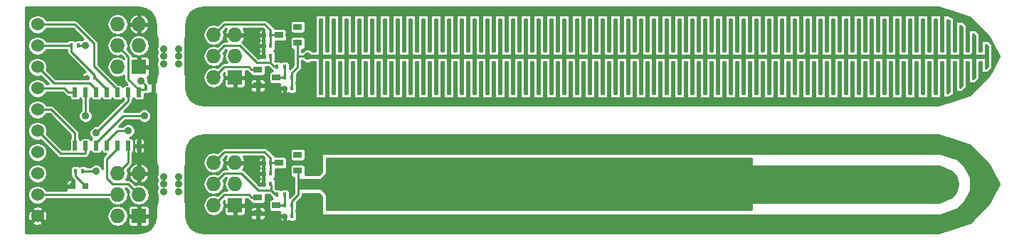
<source format=gbr>
%FSLAX46Y46*%
G04 Gerber Fmt 4.6, Leading zero omitted, Abs format (unit mm)*
G04 Created by KiCad (PCBNEW (2014-08-29 BZR 5106)-product) date Thu 20 Nov 2014 11:46:28 AM PST*
%MOMM*%
G01*
G04 APERTURE LIST*
%ADD10C,0.100000*%
%ADD11R,1.000760X0.800100*%
%ADD12R,0.398780X0.599440*%
%ADD13R,0.797560X0.797560*%
%ADD14C,1.524000*%
%ADD15R,1.727200X1.727200*%
%ADD16O,1.727200X1.727200*%
%ADD17R,0.508000X1.143000*%
%ADD18C,0.889000*%
%ADD19C,0.254000*%
G04 APERTURE END LIST*
D10*
D11*
X132250180Y-118110000D03*
X134449820Y-117157500D03*
X134449820Y-119062500D03*
D12*
X117289580Y-109220000D03*
X116390420Y-109220000D03*
X132900420Y-124460000D03*
X133799580Y-124460000D03*
X132900420Y-109220000D03*
X133799580Y-109220000D03*
X130360420Y-119380000D03*
X131259580Y-119380000D03*
X130360420Y-104140000D03*
X131259580Y-104140000D03*
X130360420Y-105410000D03*
X131259580Y-105410000D03*
X130360420Y-120650000D03*
X131259580Y-120650000D03*
D13*
X109207300Y-120904000D03*
X107708700Y-120904000D03*
D14*
X103505000Y-124460000D03*
X103505000Y-121920000D03*
X103505000Y-119380000D03*
X103505000Y-116840000D03*
X103505000Y-114300000D03*
X103505000Y-111760000D03*
X103505000Y-109220000D03*
X103505000Y-106680000D03*
X103505000Y-104140000D03*
X103505000Y-101600000D03*
D15*
X115570000Y-124460000D03*
D16*
X113030000Y-124460000D03*
X115570000Y-121920000D03*
X113030000Y-121920000D03*
X115570000Y-119380000D03*
X113030000Y-119380000D03*
D15*
X115570000Y-106680000D03*
D16*
X113030000Y-106680000D03*
X115570000Y-104140000D03*
X113030000Y-104140000D03*
X115570000Y-101600000D03*
X113030000Y-101600000D03*
D15*
X127000000Y-123190000D03*
D16*
X124460000Y-123190000D03*
X127000000Y-120650000D03*
X124460000Y-120650000D03*
X127000000Y-118110000D03*
X124460000Y-118110000D03*
D15*
X127000000Y-107950000D03*
D16*
X124460000Y-107950000D03*
X127000000Y-105410000D03*
X124460000Y-105410000D03*
X127000000Y-102870000D03*
X124460000Y-102870000D03*
D11*
X131909820Y-107950000D03*
X129710180Y-108902500D03*
X129710180Y-106997500D03*
X131909820Y-123190000D03*
X129710180Y-124142500D03*
X129710180Y-122237500D03*
D12*
X132900420Y-123190000D03*
X133799580Y-123190000D03*
X132011420Y-106680000D03*
X132910580Y-106680000D03*
X131259580Y-118110000D03*
X130360420Y-118110000D03*
X108907580Y-119126000D03*
X108008420Y-119126000D03*
X132900420Y-107950000D03*
X133799580Y-107950000D03*
X131259580Y-102870000D03*
X130360420Y-102870000D03*
X132011420Y-121920000D03*
X132910580Y-121920000D03*
D17*
X115570000Y-109728000D03*
X114300000Y-109728000D03*
X113030000Y-109728000D03*
X111760000Y-109728000D03*
X110490000Y-109728000D03*
X109220000Y-109728000D03*
X107950000Y-109728000D03*
X107950000Y-116078000D03*
X109220000Y-116078000D03*
X111760000Y-116078000D03*
X113030000Y-116078000D03*
X114300000Y-116078000D03*
X115570000Y-116078000D03*
X110490000Y-116078000D03*
D12*
X108399580Y-104140000D03*
X107500420Y-104140000D03*
X109405420Y-107950000D03*
X110304580Y-107950000D03*
D11*
X132250180Y-102870000D03*
X134449820Y-101917500D03*
X134449820Y-103822500D03*
D18*
X118491000Y-120650000D03*
X120269000Y-104521000D03*
X120269000Y-105410000D03*
X120269000Y-106299000D03*
X118491000Y-106299000D03*
X118491000Y-105410000D03*
X118491000Y-104521000D03*
X118491000Y-119761000D03*
X118491000Y-121539000D03*
X120269000Y-121539000D03*
X120269000Y-120650000D03*
X120269000Y-119761000D03*
X108966000Y-124333000D03*
X109474000Y-117856000D03*
X107569000Y-102743000D03*
X110236000Y-101600000D03*
X111379000Y-105664000D03*
X111125000Y-111379000D03*
X109093000Y-114173000D03*
X106680000Y-115951000D03*
X106553000Y-120904000D03*
X107823000Y-107188000D03*
X115824000Y-108331000D03*
X109220000Y-104140000D03*
X122174000Y-120650000D03*
X161290000Y-125730000D03*
X154940000Y-125730000D03*
X148590000Y-125730000D03*
X142240000Y-125730000D03*
X135890000Y-123190000D03*
X135890000Y-125730000D03*
X129540000Y-125730000D03*
X129540000Y-115570000D03*
X135890000Y-115570000D03*
X142240000Y-115570000D03*
X148590000Y-115570000D03*
X154940000Y-115570000D03*
X161290000Y-115570000D03*
X135890000Y-118745000D03*
X133477000Y-118110000D03*
X132842000Y-119824500D03*
X135636000Y-120650000D03*
X135890000Y-106680000D03*
X135890000Y-104140000D03*
X122174000Y-105410000D03*
X132715000Y-104584490D03*
X133449062Y-102870000D03*
X129540000Y-100330000D03*
X135890000Y-100330000D03*
X135890000Y-110490000D03*
X129540000Y-110490000D03*
X142494000Y-100076000D03*
X148590000Y-100076000D03*
X154686000Y-100076000D03*
X160782000Y-100076000D03*
X166878000Y-100076000D03*
X172974000Y-100076000D03*
X179070000Y-100076000D03*
X185166000Y-100076000D03*
X191262000Y-100076000D03*
X197358000Y-100076000D03*
X203454000Y-100076000D03*
X142494000Y-110744000D03*
X148590000Y-110744000D03*
X154686000Y-110744000D03*
X160782000Y-110744000D03*
X166878000Y-110744000D03*
X172974000Y-110744000D03*
X179070000Y-110744000D03*
X185166000Y-110744000D03*
X191262000Y-110744000D03*
X197358000Y-110744000D03*
X203454000Y-110744000D03*
X209550000Y-110744000D03*
X214630000Y-109220000D03*
X217424000Y-105410000D03*
X214630000Y-101600000D03*
X209550000Y-100076000D03*
X135636000Y-105410000D03*
X175260000Y-105410000D03*
X214884000Y-105410000D03*
X195072000Y-105410000D03*
X109220000Y-112522000D03*
X116205000Y-112522000D03*
X114300000Y-114300000D03*
X110490000Y-114554000D03*
X110490000Y-119126000D03*
D19*
X114935001Y-116966999D02*
X114935000Y-116966998D01*
X114935000Y-116966998D02*
X114935000Y-115201698D01*
X115062000Y-116078000D02*
X115062000Y-116205000D01*
X115062000Y-116205000D02*
X114935001Y-116331999D01*
X114935001Y-116331999D02*
X114935001Y-116966999D01*
X115570000Y-116078000D02*
X115062000Y-116078000D01*
X106553000Y-120904000D02*
X106553000Y-119396508D01*
X106553000Y-119396508D02*
X108093508Y-117856000D01*
X108093508Y-117856000D02*
X109474000Y-117856000D01*
X112432591Y-102895399D02*
X113627409Y-102895399D01*
X114972591Y-105384601D02*
X116167409Y-105384601D01*
X102361999Y-122468641D02*
X102361999Y-101051359D01*
X113627409Y-102895399D02*
X114274601Y-103542591D01*
X111379000Y-105664000D02*
X111379000Y-103948990D01*
X114325399Y-104737409D02*
X114972591Y-105384601D01*
X111379000Y-103948990D02*
X112432591Y-102895399D01*
X116167409Y-105384601D02*
X116554505Y-104997505D01*
X114274601Y-103542591D02*
X114325399Y-103542591D01*
X114325399Y-103542591D02*
X114325399Y-104737409D01*
X116554505Y-104997505D02*
X117348000Y-105791000D01*
X117348000Y-105791000D02*
X117348000Y-121984010D01*
X117348000Y-121984010D02*
X116167409Y-123164601D01*
X116167409Y-123164601D02*
X103057959Y-123164601D01*
X103057959Y-123164601D02*
X102361999Y-122468641D01*
X102361999Y-101051359D02*
X102956359Y-100456999D01*
X102956359Y-100456999D02*
X109092999Y-100456999D01*
X109092999Y-100456999D02*
X110236000Y-101600000D01*
X109093000Y-114173000D02*
X111125000Y-112141000D01*
X111125000Y-112141000D02*
X111125000Y-111379000D01*
X103505000Y-124460000D02*
X102361999Y-123316999D01*
X106680000Y-115783358D02*
X106680000Y-115951000D01*
X102361999Y-123316999D02*
X102361999Y-113497361D01*
X102702360Y-113157000D02*
X104053641Y-113156999D01*
X102361999Y-113497361D02*
X102702360Y-113157000D01*
X104053641Y-113156999D02*
X106680000Y-115783358D01*
X107708700Y-120904000D02*
X106553000Y-120904000D01*
X117094000Y-124460000D02*
X115570000Y-124460000D01*
X117094000Y-119380000D02*
X117094000Y-124460000D01*
X115570000Y-119380000D02*
X117094000Y-119380000D01*
X115570000Y-116078000D02*
X115570000Y-116903500D01*
X115570000Y-116903500D02*
X115570000Y-119380000D01*
X116967000Y-116078000D02*
X117289580Y-115755420D01*
X117289580Y-115755420D02*
X117289580Y-109220000D01*
X115570000Y-116078000D02*
X116967000Y-116078000D01*
X117289580Y-109220000D02*
X117289580Y-106875580D01*
X117289580Y-106875580D02*
X117094000Y-106680000D01*
X117094000Y-106680000D02*
X115570000Y-106680000D01*
X117094000Y-101600000D02*
X117094000Y-106680000D01*
X115570000Y-101600000D02*
X117094000Y-101600000D01*
X109405420Y-107950000D02*
X108585000Y-107950000D01*
X108585000Y-107950000D02*
X107823000Y-107188000D01*
X113030000Y-104140000D02*
X113030000Y-104160444D01*
X114325399Y-108165899D02*
X115570000Y-109410500D01*
X115570000Y-109410500D02*
X115570000Y-109728000D01*
X113030000Y-104160444D02*
X114325399Y-105455843D01*
X114325399Y-105455843D02*
X114325399Y-108165899D01*
X116390420Y-109220000D02*
X116390420Y-108897420D01*
X116390420Y-108897420D02*
X115824000Y-108331000D01*
X103505000Y-121920000D02*
X113030000Y-121920000D01*
X108399580Y-104140000D02*
X109220000Y-104140000D01*
X116390420Y-109220000D02*
X116263420Y-109347000D01*
X116263420Y-109347000D02*
X115570000Y-109347000D01*
X115570000Y-109347000D02*
X115570000Y-109728000D01*
X129540000Y-125730000D02*
X129095501Y-125285501D01*
X129095501Y-125285501D02*
X124713491Y-125285501D01*
X124713491Y-125285501D02*
X122174000Y-122746010D01*
X122174000Y-122746010D02*
X122174000Y-120650000D01*
X154940000Y-125730000D02*
X161290000Y-125730000D01*
X142240000Y-125730000D02*
X148590000Y-125730000D01*
X135890000Y-125730000D02*
X135890000Y-123190000D01*
X127000000Y-125730000D02*
X129540000Y-125730000D01*
X127000000Y-123190000D02*
X127000000Y-125730000D01*
X128270000Y-123190000D02*
X128270000Y-123571000D01*
X128270000Y-123571000D02*
X128651000Y-123952000D01*
X127000000Y-123190000D02*
X128270000Y-123190000D01*
X129710180Y-124142500D02*
X129519680Y-123952000D01*
X129519680Y-123952000D02*
X128651000Y-123952000D01*
X128651000Y-123952000D02*
X128524000Y-123825000D01*
X131508500Y-124142500D02*
X131826000Y-124460000D01*
X131826000Y-124460000D02*
X132900420Y-124460000D01*
X129710180Y-124142500D02*
X131508500Y-124142500D01*
X127000000Y-118110000D02*
X130360420Y-118110000D01*
X130360420Y-119380000D02*
X130360420Y-120650000D01*
X130360420Y-118110000D02*
X130360420Y-119380000D01*
X129540000Y-115570000D02*
X135890000Y-115570000D01*
X142240000Y-115570000D02*
X148590000Y-115570000D01*
X154940000Y-115570000D02*
X161290000Y-115570000D01*
X133286499Y-119380001D02*
X132842000Y-119824500D01*
X133477000Y-118110000D02*
X133477000Y-119189500D01*
X133477000Y-119189500D02*
X133286499Y-119380001D01*
X134493000Y-120650000D02*
X134493000Y-119105680D01*
X134493000Y-119105680D02*
X134449820Y-119062500D01*
X133799580Y-122636280D02*
X133799580Y-123190000D01*
X134493000Y-121942860D02*
X133799580Y-122636280D01*
X134493000Y-120650000D02*
X134493000Y-121942860D01*
X135636000Y-120650000D02*
X134493000Y-120650000D01*
X133799580Y-124460000D02*
X133799580Y-123190000D01*
X135890000Y-110490000D02*
X135890000Y-106680000D01*
X135890000Y-100330000D02*
X135890000Y-104140000D01*
X122174000Y-106038617D02*
X122174000Y-105410000D01*
X122174000Y-107506010D02*
X122174000Y-106038617D01*
X124522990Y-109855000D02*
X122174000Y-107506010D01*
X126212600Y-109855000D02*
X124522990Y-109855000D01*
X127000000Y-109067600D02*
X126212600Y-109855000D01*
X127000000Y-107950000D02*
X127000000Y-109067600D01*
X135890000Y-100330000D02*
X134451088Y-100330000D01*
X134451088Y-100330000D02*
X133449062Y-101332026D01*
X133449062Y-101332026D02*
X133449062Y-102870000D01*
X135890000Y-100330000D02*
X129540000Y-100330000D01*
X129710180Y-108902500D02*
X129710180Y-110319820D01*
X129710180Y-110319820D02*
X129540000Y-110490000D01*
X130360420Y-104140000D02*
X130360420Y-105410000D01*
X131699000Y-109220000D02*
X132900420Y-109220000D01*
X131699000Y-110109000D02*
X129753360Y-110109000D01*
X129753360Y-110109000D02*
X129710180Y-110065820D01*
X131699000Y-109220000D02*
X131699000Y-110109000D01*
X127000000Y-107950000D02*
X127000000Y-110109000D01*
X127000000Y-110109000D02*
X129667000Y-110109000D01*
X129667000Y-110109000D02*
X129710180Y-110065820D01*
X129710180Y-110065820D02*
X129710180Y-108902500D01*
X130360420Y-102870000D02*
X130360420Y-104140000D01*
X127000000Y-102870000D02*
X128221314Y-102870000D01*
X128221314Y-102870000D02*
X130360420Y-102870000D01*
X142303501Y-99885501D02*
X142494000Y-100076000D01*
X136334499Y-99885501D02*
X142303501Y-99885501D01*
X135890000Y-100330000D02*
X136334499Y-99885501D01*
X148590000Y-100076000D02*
X154686000Y-100076000D01*
X160782000Y-100076000D02*
X166878000Y-100076000D01*
X172974000Y-100076000D02*
X179070000Y-100076000D01*
X185166000Y-100076000D02*
X191262000Y-100076000D01*
X197358000Y-100076000D02*
X203454000Y-100076000D01*
X142303501Y-110934499D02*
X142494000Y-110744000D01*
X136334499Y-110934499D02*
X142303501Y-110934499D01*
X135890000Y-110490000D02*
X136334499Y-110934499D01*
X148590000Y-110744000D02*
X154686000Y-110744000D01*
X160782000Y-110744000D02*
X166878000Y-110744000D01*
X185166000Y-110744000D02*
X191262000Y-110744000D01*
X197358000Y-110744000D02*
X203454000Y-110744000D01*
X209550000Y-110744000D02*
X211582000Y-110744000D01*
X211582000Y-110744000D02*
X212090000Y-110236000D01*
X213614000Y-110236000D02*
X214630000Y-109220000D01*
X212090000Y-110236000D02*
X213614000Y-110236000D01*
X217424000Y-105410000D02*
X217424000Y-104648000D01*
X217424000Y-104648000D02*
X217170000Y-104394000D01*
X217170000Y-104394000D02*
X217170000Y-104013000D01*
X217170000Y-104013000D02*
X216662000Y-103505000D01*
X216535000Y-103505000D02*
X214630000Y-101600000D01*
X216662000Y-103505000D02*
X216535000Y-103505000D01*
X173602617Y-110744000D02*
X179070000Y-110744000D01*
X172974000Y-110744000D02*
X173602617Y-110744000D01*
X135636000Y-105410000D02*
X136906000Y-105410000D01*
X134449820Y-105372929D02*
X134449820Y-103822500D01*
X135007383Y-105410000D02*
X135636000Y-105410000D01*
X134486891Y-105410000D02*
X135007383Y-105410000D01*
X134449820Y-105372929D02*
X134486891Y-105410000D01*
X134449820Y-106723180D02*
X134449820Y-105372929D01*
X133799580Y-107950000D02*
X133799580Y-107373420D01*
X133799580Y-107373420D02*
X134449820Y-106723180D01*
X133799580Y-109220000D02*
X133799580Y-107950000D01*
X135636000Y-105410000D02*
X175260000Y-105410000D01*
X214884000Y-105410000D02*
X195072000Y-105410000D01*
X132250180Y-118110000D02*
X131259580Y-118110000D01*
X131259580Y-118110000D02*
X131259580Y-117556280D01*
X131259580Y-117556280D02*
X130568699Y-116865399D01*
X130568699Y-116865399D02*
X125704601Y-116865399D01*
X125323599Y-117246401D02*
X124460000Y-118110000D01*
X125704601Y-116865399D02*
X125323599Y-117246401D01*
X131259580Y-118110000D02*
X131259580Y-119380000D01*
X131259580Y-102870000D02*
X132250180Y-102870000D01*
X131259580Y-102870000D02*
X131259580Y-102316280D01*
X130568699Y-101625399D02*
X125704601Y-101625399D01*
X131259580Y-102316280D02*
X130568699Y-101625399D01*
X125704601Y-101625399D02*
X125323599Y-102006401D01*
X125323599Y-102006401D02*
X124460000Y-102870000D01*
X131259580Y-102870000D02*
X131259580Y-104140000D01*
X132011420Y-106680000D02*
X131884420Y-106553000D01*
X131884420Y-106553000D02*
X131572000Y-106553000D01*
X131572000Y-106553000D02*
X131191000Y-106172000D01*
X131051300Y-106172000D02*
X131191000Y-106172000D01*
X131191000Y-106172000D02*
X131191000Y-105478580D01*
X131191000Y-105478580D02*
X131259580Y-105410000D01*
X131051300Y-106172000D02*
X129604010Y-106172000D01*
X125704601Y-104165399D02*
X125323599Y-104546401D01*
X129604010Y-106172000D02*
X127597409Y-104165399D01*
X127597409Y-104165399D02*
X125704601Y-104165399D01*
X125323599Y-104546401D02*
X124460000Y-105410000D01*
X131259580Y-121412000D02*
X131318000Y-121353580D01*
X131318000Y-121353580D02*
X131318000Y-120708420D01*
X131318000Y-120708420D02*
X131259580Y-120650000D01*
X131259580Y-121412000D02*
X131318000Y-121412000D01*
X131318000Y-121412000D02*
X131699000Y-121793000D01*
X131699000Y-121793000D02*
X131884420Y-121793000D01*
X131884420Y-121793000D02*
X132011420Y-121920000D01*
X124460000Y-120650000D02*
X125704601Y-119405399D01*
X125704601Y-119405399D02*
X127787399Y-119405399D01*
X127787399Y-119405399D02*
X129794000Y-121412000D01*
X129794000Y-121412000D02*
X131259580Y-121412000D01*
X108008420Y-119126000D02*
X108008420Y-119705120D01*
X108008420Y-119705120D02*
X109207300Y-120904000D01*
X109220000Y-116078000D02*
X109220000Y-116903500D01*
X106235501Y-117030501D02*
X104266999Y-115061999D01*
X109220000Y-116903500D02*
X109092999Y-117030501D01*
X109092999Y-117030501D02*
X106235501Y-117030501D01*
X104266999Y-115061999D02*
X103505000Y-114300000D01*
X105156000Y-111760000D02*
X107950000Y-114554000D01*
X107950000Y-114554000D02*
X107950000Y-116078000D01*
X103505000Y-111760000D02*
X105156000Y-111760000D01*
X103505000Y-109220000D02*
X106680000Y-109220000D01*
X106680000Y-109220000D02*
X107188000Y-109728000D01*
X107188000Y-109728000D02*
X107950000Y-109728000D01*
X110490000Y-109728000D02*
X110490000Y-109410500D01*
X110490000Y-109410500D02*
X109710221Y-108630721D01*
X105455721Y-108630721D02*
X104266999Y-107441999D01*
X109710221Y-108630721D02*
X105455721Y-108630721D01*
X104266999Y-107441999D02*
X103505000Y-106680000D01*
X107500420Y-104140000D02*
X107500420Y-104860088D01*
X107500420Y-104860088D02*
X110304580Y-107664248D01*
X110304580Y-107664248D02*
X110304580Y-107950000D01*
X103505000Y-104140000D02*
X107500420Y-104140000D01*
X111760000Y-109728000D02*
X111760000Y-109405420D01*
X111760000Y-109405420D02*
X110304580Y-107950000D01*
X113030000Y-109728000D02*
X113030000Y-109410500D01*
X110236000Y-106616500D02*
X110236000Y-103886000D01*
X107950000Y-101600000D02*
X104582630Y-101600000D01*
X113030000Y-109410500D02*
X110236000Y-106616500D01*
X110236000Y-103886000D02*
X107950000Y-101600000D01*
X104582630Y-101600000D02*
X103505000Y-101600000D01*
X109220000Y-109728000D02*
X109220000Y-110553500D01*
X109220000Y-110553500D02*
X109220000Y-112522000D01*
X115570000Y-121920000D02*
X114274601Y-120624601D01*
X114274601Y-120624601D02*
X112432591Y-120624601D01*
X112432591Y-120624601D02*
X111785399Y-119977409D01*
X111785399Y-119977409D02*
X111785399Y-117640101D01*
X111785399Y-117640101D02*
X113030000Y-116395500D01*
X113030000Y-116395500D02*
X113030000Y-116078000D01*
X114300000Y-116078000D02*
X114300000Y-118110000D01*
X114300000Y-118110000D02*
X113030000Y-119380000D01*
X115576383Y-112522000D02*
X116205000Y-112522000D01*
X113728500Y-112522000D02*
X115576383Y-112522000D01*
X110490000Y-115760500D02*
X113728500Y-112522000D01*
X110490000Y-116078000D02*
X110490000Y-115760500D01*
X111760000Y-116078000D02*
X111760000Y-115570000D01*
X111760000Y-115570000D02*
X113030000Y-114300000D01*
X113030000Y-114300000D02*
X114300000Y-114300000D01*
X129710180Y-122237500D02*
X128955800Y-122237500D01*
X128955800Y-122237500D02*
X128663699Y-121945399D01*
X128663699Y-121945399D02*
X125704601Y-121945399D01*
X125704601Y-121945399D02*
X125323599Y-122326401D01*
X125323599Y-122326401D02*
X124460000Y-123190000D01*
X129710180Y-106997500D02*
X128955800Y-106997500D01*
X128955800Y-106997500D02*
X128663699Y-106705399D01*
X128663699Y-106705399D02*
X125704601Y-106705399D01*
X125704601Y-106705399D02*
X125323599Y-107086401D01*
X125323599Y-107086401D02*
X124460000Y-107950000D01*
X131909820Y-107950000D02*
X132900420Y-107950000D01*
X132910580Y-106680000D02*
X132910580Y-107939840D01*
X132910580Y-107939840D02*
X132900420Y-107950000D01*
X132900420Y-123190000D02*
X132900420Y-121930160D01*
X132900420Y-121930160D02*
X132910580Y-121920000D01*
X131909820Y-123190000D02*
X132900420Y-123190000D01*
X110934499Y-114109501D02*
X110490000Y-114554000D01*
X114300000Y-110744000D02*
X110934499Y-114109501D01*
X114300000Y-109728000D02*
X114300000Y-110744000D01*
X109982000Y-119126000D02*
X110490000Y-119126000D01*
X108907580Y-119126000D02*
X109982000Y-119126000D01*
G36*
X212972804Y-120650000D02*
X212747094Y-121665696D01*
X212199925Y-122212864D01*
X210769200Y-122809000D01*
X194945000Y-122809000D01*
X188468000Y-122809000D01*
X188468000Y-123698000D01*
X137922000Y-123698000D01*
X137922000Y-121867395D01*
X137212605Y-121158000D01*
X134620000Y-121158000D01*
X134620000Y-120142000D01*
X137212605Y-120142000D01*
X137922000Y-119432605D01*
X137922000Y-117602000D01*
X188468000Y-117602000D01*
X188468000Y-118491000D01*
X210769200Y-118491000D01*
X212199925Y-119087136D01*
X212747094Y-119634304D01*
X212972804Y-120650000D01*
X212972804Y-120650000D01*
G37*
X212972804Y-120650000D02*
X212747094Y-121665696D01*
X212199925Y-122212864D01*
X210769200Y-122809000D01*
X194945000Y-122809000D01*
X188468000Y-122809000D01*
X188468000Y-123698000D01*
X137922000Y-123698000D01*
X137922000Y-121867395D01*
X137212605Y-121158000D01*
X134620000Y-121158000D01*
X134620000Y-120142000D01*
X137212605Y-120142000D01*
X137922000Y-119432605D01*
X137922000Y-117602000D01*
X188468000Y-117602000D01*
X188468000Y-118491000D01*
X210769200Y-118491000D01*
X212199925Y-119087136D01*
X212747094Y-119634304D01*
X212972804Y-120650000D01*
G36*
X217902225Y-120649999D02*
X216774688Y-122905074D01*
X214503000Y-125176762D01*
X214503000Y-121404923D01*
X214503000Y-119895077D01*
X213777502Y-118444082D01*
X212999412Y-117665992D01*
X210902437Y-116967000D01*
X137287000Y-116967000D01*
X137287000Y-119169580D01*
X136949580Y-119507000D01*
X135331200Y-119507000D01*
X135331200Y-119386764D01*
X135331200Y-118586664D01*
X135331200Y-117633335D01*
X135331200Y-117481764D01*
X135331200Y-116681664D01*
X135273196Y-116541630D01*
X135166019Y-116434454D01*
X135025985Y-116376450D01*
X134874414Y-116376450D01*
X133873654Y-116376450D01*
X133733620Y-116434454D01*
X133626444Y-116541631D01*
X133568440Y-116681665D01*
X133568440Y-116833236D01*
X133568440Y-117633336D01*
X133626444Y-117773370D01*
X133733621Y-117880546D01*
X133873655Y-117938550D01*
X134025226Y-117938550D01*
X135025986Y-117938550D01*
X135166020Y-117880546D01*
X135273196Y-117773369D01*
X135331200Y-117633335D01*
X135331200Y-118586664D01*
X135273196Y-118446630D01*
X135166019Y-118339454D01*
X135025985Y-118281450D01*
X134874414Y-118281450D01*
X133873654Y-118281450D01*
X133733620Y-118339454D01*
X133626444Y-118446631D01*
X133568440Y-118586665D01*
X133568440Y-118738236D01*
X133568440Y-119538336D01*
X133626444Y-119678370D01*
X133733621Y-119785546D01*
X133873655Y-119843550D01*
X133985000Y-119843550D01*
X133985000Y-120650000D01*
X133985000Y-121732440D01*
X133490970Y-122226470D01*
X133490970Y-122143934D01*
X133490970Y-121544494D01*
X133432966Y-121404460D01*
X133325789Y-121297284D01*
X133185755Y-121239280D01*
X133034184Y-121239280D01*
X132635404Y-121239280D01*
X132495370Y-121297284D01*
X132460999Y-121331654D01*
X132426629Y-121297284D01*
X132286595Y-121239280D01*
X132135024Y-121239280D01*
X131863700Y-121239280D01*
X131826000Y-121201579D01*
X131826000Y-121059231D01*
X131839970Y-121025505D01*
X131839970Y-120873934D01*
X131839970Y-120274494D01*
X131781966Y-120134460D01*
X131674789Y-120027284D01*
X131645133Y-120015000D01*
X131674790Y-120002716D01*
X131781966Y-119895539D01*
X131839970Y-119755505D01*
X131839970Y-119603934D01*
X131839970Y-119004494D01*
X131792979Y-118891050D01*
X131825586Y-118891050D01*
X132826346Y-118891050D01*
X132966380Y-118833046D01*
X133073556Y-118725869D01*
X133131560Y-118585835D01*
X133131560Y-118434264D01*
X133131560Y-117634164D01*
X133073556Y-117494130D01*
X132966379Y-117386954D01*
X132826345Y-117328950D01*
X132674774Y-117328950D01*
X131706910Y-117328950D01*
X131618790Y-117197070D01*
X130927909Y-116506189D01*
X130763102Y-116396068D01*
X130568699Y-116357399D01*
X125704601Y-116357399D01*
X125510197Y-116396068D01*
X125345391Y-116506189D01*
X124964391Y-116887188D01*
X124964388Y-116887191D01*
X124919217Y-116932361D01*
X124460000Y-116841017D01*
X123983712Y-116935757D01*
X123579935Y-117205552D01*
X123310140Y-117609329D01*
X123215400Y-118085617D01*
X123215400Y-118134383D01*
X123310140Y-118610671D01*
X123579935Y-119014448D01*
X123983712Y-119284243D01*
X124460000Y-119378983D01*
X124936288Y-119284243D01*
X125340065Y-119014448D01*
X125609860Y-118610671D01*
X125704600Y-118134383D01*
X125704600Y-118085617D01*
X125621346Y-117667074D01*
X125682809Y-117605612D01*
X125682809Y-117605611D01*
X125682811Y-117605608D01*
X125915021Y-117373399D01*
X126001576Y-117373399D01*
X125796995Y-117790880D01*
X125857135Y-117983000D01*
X126873000Y-117983000D01*
X126873000Y-117963000D01*
X127127000Y-117963000D01*
X127127000Y-117983000D01*
X128142865Y-117983000D01*
X128203005Y-117790880D01*
X127998423Y-117373399D01*
X130358278Y-117373399D01*
X130484762Y-117499882D01*
X130460115Y-117524530D01*
X130460115Y-117983000D01*
X130507420Y-117983000D01*
X130507420Y-118237000D01*
X130460115Y-118237000D01*
X130460115Y-118695470D01*
X130509645Y-118745000D01*
X130460115Y-118794530D01*
X130460115Y-119253000D01*
X130507420Y-119253000D01*
X130507420Y-119507000D01*
X130460115Y-119507000D01*
X130460115Y-119965470D01*
X130509645Y-120015000D01*
X130460115Y-120064530D01*
X130460115Y-120523000D01*
X130507420Y-120523000D01*
X130507420Y-120777000D01*
X130460115Y-120777000D01*
X130460115Y-120797000D01*
X130260725Y-120797000D01*
X130260725Y-120777000D01*
X130260725Y-120523000D01*
X130260725Y-120064530D01*
X130211195Y-120015000D01*
X130260725Y-119965470D01*
X130260725Y-119507000D01*
X130260725Y-119253000D01*
X130260725Y-118794530D01*
X130211195Y-118745000D01*
X130260725Y-118695470D01*
X130260725Y-118237000D01*
X130260725Y-117983000D01*
X130260725Y-117524530D01*
X130165475Y-117429280D01*
X130085244Y-117429280D01*
X129945210Y-117487284D01*
X129838034Y-117594461D01*
X129780030Y-117734495D01*
X129780030Y-117886066D01*
X129780030Y-117887750D01*
X129875280Y-117983000D01*
X130260725Y-117983000D01*
X130260725Y-118237000D01*
X129875280Y-118237000D01*
X129780030Y-118332250D01*
X129780030Y-118333934D01*
X129780030Y-118485505D01*
X129838034Y-118625539D01*
X129945210Y-118732716D01*
X129974866Y-118745000D01*
X129945210Y-118757284D01*
X129838034Y-118864461D01*
X129780030Y-119004495D01*
X129780030Y-119156066D01*
X129780030Y-119157750D01*
X129875280Y-119253000D01*
X130260725Y-119253000D01*
X130260725Y-119507000D01*
X129875280Y-119507000D01*
X129780030Y-119602250D01*
X129780030Y-119603934D01*
X129780030Y-119755505D01*
X129838034Y-119895539D01*
X129945210Y-120002716D01*
X129974866Y-120015000D01*
X129945210Y-120027284D01*
X129838034Y-120134461D01*
X129780030Y-120274495D01*
X129780030Y-120426066D01*
X129780030Y-120427750D01*
X129875280Y-120523000D01*
X130260725Y-120523000D01*
X130260725Y-120777000D01*
X129877419Y-120777000D01*
X128146609Y-119046189D01*
X127981802Y-118936068D01*
X127922327Y-118924237D01*
X127989310Y-118865199D01*
X128203005Y-118429120D01*
X128142865Y-118237000D01*
X127127000Y-118237000D01*
X127127000Y-118257000D01*
X126873000Y-118257000D01*
X126873000Y-118237000D01*
X125857135Y-118237000D01*
X125796995Y-118429120D01*
X126010690Y-118865199D01*
X126047222Y-118897399D01*
X125704601Y-118897399D01*
X125510198Y-118936068D01*
X125345391Y-119046188D01*
X124919217Y-119472361D01*
X124460000Y-119381017D01*
X123983712Y-119475757D01*
X123579935Y-119745552D01*
X123310140Y-120149329D01*
X123215400Y-120625617D01*
X123215400Y-120674383D01*
X123310140Y-121150671D01*
X123579935Y-121554448D01*
X123983712Y-121824243D01*
X124460000Y-121918983D01*
X124936288Y-121824243D01*
X125340065Y-121554448D01*
X125609860Y-121150671D01*
X125704600Y-120674383D01*
X125704600Y-120625617D01*
X125621346Y-120207074D01*
X125915021Y-119913399D01*
X126007783Y-119913399D01*
X125850140Y-120149329D01*
X125755400Y-120625617D01*
X125755400Y-120674383D01*
X125850140Y-121150671D01*
X126041725Y-121437399D01*
X125704601Y-121437399D01*
X125510197Y-121476068D01*
X125345391Y-121586189D01*
X124964391Y-121967188D01*
X124964388Y-121967191D01*
X124919217Y-122012361D01*
X124460000Y-121921017D01*
X123983712Y-122015757D01*
X123579935Y-122285552D01*
X123310140Y-122689329D01*
X123215400Y-123165617D01*
X123215400Y-123214383D01*
X123310140Y-123690671D01*
X123579935Y-124094448D01*
X123983712Y-124364243D01*
X124460000Y-124458983D01*
X124936288Y-124364243D01*
X125340065Y-124094448D01*
X125609860Y-123690671D01*
X125704600Y-123214383D01*
X125704600Y-123165617D01*
X125621346Y-122747074D01*
X125682809Y-122685612D01*
X125682809Y-122685611D01*
X125682811Y-122685608D01*
X125755400Y-122613020D01*
X125755400Y-122967750D01*
X125850650Y-123063000D01*
X126873000Y-123063000D01*
X126873000Y-123043000D01*
X127127000Y-123043000D01*
X127127000Y-123063000D01*
X128149350Y-123063000D01*
X128244600Y-122967750D01*
X128244600Y-122453399D01*
X128453279Y-122453399D01*
X128596590Y-122596710D01*
X128761396Y-122706831D01*
X128761397Y-122706831D01*
X128831915Y-122720857D01*
X128831915Y-122720858D01*
X128886804Y-122853370D01*
X128993981Y-122960546D01*
X129134015Y-123018550D01*
X129285586Y-123018550D01*
X130286346Y-123018550D01*
X130426380Y-122960546D01*
X130533556Y-122853369D01*
X130591560Y-122713335D01*
X130591560Y-122561764D01*
X130591560Y-121920000D01*
X131107579Y-121920000D01*
X131339789Y-122152210D01*
X131339790Y-122152210D01*
X131431030Y-122213175D01*
X131431030Y-122295506D01*
X131478020Y-122408950D01*
X131333654Y-122408950D01*
X131193620Y-122466954D01*
X131086444Y-122574131D01*
X131028440Y-122714165D01*
X131028440Y-122865736D01*
X131028440Y-123665836D01*
X131086444Y-123805870D01*
X131193621Y-123913046D01*
X131333655Y-123971050D01*
X131485226Y-123971050D01*
X132367020Y-123971050D01*
X132320030Y-124084495D01*
X132320030Y-124236066D01*
X132320030Y-124237750D01*
X132415280Y-124333000D01*
X132800725Y-124333000D01*
X132800725Y-124313000D01*
X133000115Y-124313000D01*
X133000115Y-124333000D01*
X133047420Y-124333000D01*
X133047420Y-124587000D01*
X133000115Y-124587000D01*
X133000115Y-125045470D01*
X133095365Y-125140720D01*
X133175596Y-125140720D01*
X133315630Y-125082716D01*
X133350000Y-125048345D01*
X133384371Y-125082716D01*
X133524405Y-125140720D01*
X133675976Y-125140720D01*
X134074756Y-125140720D01*
X134214790Y-125082716D01*
X134321966Y-124975539D01*
X134379970Y-124835505D01*
X134379970Y-124683934D01*
X134379970Y-124084494D01*
X134321966Y-123944460D01*
X134307580Y-123930074D01*
X134307580Y-123719925D01*
X134321966Y-123705539D01*
X134379970Y-123565505D01*
X134379970Y-123413934D01*
X134379970Y-122814494D01*
X134368200Y-122786079D01*
X134852210Y-122302070D01*
X134962331Y-122137263D01*
X135001000Y-121942860D01*
X135001000Y-121793000D01*
X136949580Y-121793000D01*
X137287000Y-122130420D01*
X137287000Y-124333000D01*
X210902437Y-124333000D01*
X212999412Y-123634008D01*
X213777502Y-122855918D01*
X214503000Y-121404923D01*
X214503000Y-125176762D01*
X214370173Y-125309590D01*
X210741943Y-126519000D01*
X153670000Y-126519000D01*
X132800725Y-126519000D01*
X132800725Y-125045470D01*
X132800725Y-124587000D01*
X132415280Y-124587000D01*
X132320030Y-124682250D01*
X132320030Y-124683934D01*
X132320030Y-124835505D01*
X132378034Y-124975539D01*
X132485210Y-125082716D01*
X132625244Y-125140720D01*
X132705475Y-125140720D01*
X132800725Y-125045470D01*
X132800725Y-126519000D01*
X130591560Y-126519000D01*
X130591560Y-124618336D01*
X130591560Y-124364750D01*
X130591560Y-123920250D01*
X130591560Y-123666664D01*
X130533556Y-123526630D01*
X130426379Y-123419454D01*
X130286345Y-123361450D01*
X130134774Y-123361450D01*
X129932430Y-123361450D01*
X129837180Y-123456700D01*
X129837180Y-124015500D01*
X130496310Y-124015500D01*
X130591560Y-123920250D01*
X130591560Y-124364750D01*
X130496310Y-124269500D01*
X129837180Y-124269500D01*
X129837180Y-124828300D01*
X129932430Y-124923550D01*
X130134774Y-124923550D01*
X130286345Y-124923550D01*
X130426379Y-124865546D01*
X130533556Y-124758370D01*
X130591560Y-124618336D01*
X130591560Y-126519000D01*
X129583180Y-126519000D01*
X129583180Y-124828300D01*
X129583180Y-124269500D01*
X129583180Y-124015500D01*
X129583180Y-123456700D01*
X129487930Y-123361450D01*
X129285586Y-123361450D01*
X129134015Y-123361450D01*
X128993981Y-123419454D01*
X128886804Y-123526630D01*
X128828800Y-123666664D01*
X128828800Y-123920250D01*
X128924050Y-124015500D01*
X129583180Y-124015500D01*
X129583180Y-124269500D01*
X128924050Y-124269500D01*
X128828800Y-124364750D01*
X128828800Y-124618336D01*
X128886804Y-124758370D01*
X128993981Y-124865546D01*
X129134015Y-124923550D01*
X129285586Y-124923550D01*
X129487930Y-124923550D01*
X129583180Y-124828300D01*
X129583180Y-126519000D01*
X128244600Y-126519000D01*
X128244600Y-124129386D01*
X128244600Y-123412250D01*
X128149350Y-123317000D01*
X127127000Y-123317000D01*
X127127000Y-124339350D01*
X127222250Y-124434600D01*
X127787814Y-124434600D01*
X127939385Y-124434600D01*
X128079419Y-124376596D01*
X128186596Y-124269420D01*
X128244600Y-124129386D01*
X128244600Y-126519000D01*
X126873000Y-126519000D01*
X126873000Y-124339350D01*
X126873000Y-123317000D01*
X125850650Y-123317000D01*
X125755400Y-123412250D01*
X125755400Y-124129386D01*
X125813404Y-124269420D01*
X125920581Y-124376596D01*
X126060615Y-124434600D01*
X126212186Y-124434600D01*
X126777750Y-124434600D01*
X126873000Y-124339350D01*
X126873000Y-126519000D01*
X123237376Y-126519000D01*
X122405661Y-126353561D01*
X121740730Y-125909269D01*
X121296438Y-125244339D01*
X121131000Y-124412624D01*
X121131000Y-123190000D01*
X121121758Y-123143537D01*
X121121758Y-123096161D01*
X121031000Y-122639890D01*
X121031000Y-121856502D01*
X121094357Y-121703923D01*
X121094643Y-121375518D01*
X121031000Y-121221489D01*
X121031000Y-120967502D01*
X121094357Y-120814923D01*
X121094643Y-120486518D01*
X121031000Y-120332489D01*
X121031000Y-120078502D01*
X121094357Y-119925923D01*
X121094643Y-119597518D01*
X121031000Y-119443489D01*
X121031000Y-118660109D01*
X121121758Y-118203839D01*
X121121758Y-118156462D01*
X121131000Y-118110000D01*
X121131000Y-116887375D01*
X121296438Y-116055660D01*
X121740730Y-115390730D01*
X122405661Y-114946438D01*
X123237376Y-114781000D01*
X153670000Y-114781000D01*
X210741943Y-114781000D01*
X214370173Y-115990409D01*
X216774688Y-118394925D01*
X217902225Y-120649999D01*
X217902225Y-120649999D01*
G37*
X217902225Y-120649999D02*
X216774688Y-122905074D01*
X214503000Y-125176762D01*
X214503000Y-121404923D01*
X214503000Y-119895077D01*
X213777502Y-118444082D01*
X212999412Y-117665992D01*
X210902437Y-116967000D01*
X137287000Y-116967000D01*
X137287000Y-119169580D01*
X136949580Y-119507000D01*
X135331200Y-119507000D01*
X135331200Y-119386764D01*
X135331200Y-118586664D01*
X135331200Y-117633335D01*
X135331200Y-117481764D01*
X135331200Y-116681664D01*
X135273196Y-116541630D01*
X135166019Y-116434454D01*
X135025985Y-116376450D01*
X134874414Y-116376450D01*
X133873654Y-116376450D01*
X133733620Y-116434454D01*
X133626444Y-116541631D01*
X133568440Y-116681665D01*
X133568440Y-116833236D01*
X133568440Y-117633336D01*
X133626444Y-117773370D01*
X133733621Y-117880546D01*
X133873655Y-117938550D01*
X134025226Y-117938550D01*
X135025986Y-117938550D01*
X135166020Y-117880546D01*
X135273196Y-117773369D01*
X135331200Y-117633335D01*
X135331200Y-118586664D01*
X135273196Y-118446630D01*
X135166019Y-118339454D01*
X135025985Y-118281450D01*
X134874414Y-118281450D01*
X133873654Y-118281450D01*
X133733620Y-118339454D01*
X133626444Y-118446631D01*
X133568440Y-118586665D01*
X133568440Y-118738236D01*
X133568440Y-119538336D01*
X133626444Y-119678370D01*
X133733621Y-119785546D01*
X133873655Y-119843550D01*
X133985000Y-119843550D01*
X133985000Y-120650000D01*
X133985000Y-121732440D01*
X133490970Y-122226470D01*
X133490970Y-122143934D01*
X133490970Y-121544494D01*
X133432966Y-121404460D01*
X133325789Y-121297284D01*
X133185755Y-121239280D01*
X133034184Y-121239280D01*
X132635404Y-121239280D01*
X132495370Y-121297284D01*
X132460999Y-121331654D01*
X132426629Y-121297284D01*
X132286595Y-121239280D01*
X132135024Y-121239280D01*
X131863700Y-121239280D01*
X131826000Y-121201579D01*
X131826000Y-121059231D01*
X131839970Y-121025505D01*
X131839970Y-120873934D01*
X131839970Y-120274494D01*
X131781966Y-120134460D01*
X131674789Y-120027284D01*
X131645133Y-120015000D01*
X131674790Y-120002716D01*
X131781966Y-119895539D01*
X131839970Y-119755505D01*
X131839970Y-119603934D01*
X131839970Y-119004494D01*
X131792979Y-118891050D01*
X131825586Y-118891050D01*
X132826346Y-118891050D01*
X132966380Y-118833046D01*
X133073556Y-118725869D01*
X133131560Y-118585835D01*
X133131560Y-118434264D01*
X133131560Y-117634164D01*
X133073556Y-117494130D01*
X132966379Y-117386954D01*
X132826345Y-117328950D01*
X132674774Y-117328950D01*
X131706910Y-117328950D01*
X131618790Y-117197070D01*
X130927909Y-116506189D01*
X130763102Y-116396068D01*
X130568699Y-116357399D01*
X125704601Y-116357399D01*
X125510197Y-116396068D01*
X125345391Y-116506189D01*
X124964391Y-116887188D01*
X124964388Y-116887191D01*
X124919217Y-116932361D01*
X124460000Y-116841017D01*
X123983712Y-116935757D01*
X123579935Y-117205552D01*
X123310140Y-117609329D01*
X123215400Y-118085617D01*
X123215400Y-118134383D01*
X123310140Y-118610671D01*
X123579935Y-119014448D01*
X123983712Y-119284243D01*
X124460000Y-119378983D01*
X124936288Y-119284243D01*
X125340065Y-119014448D01*
X125609860Y-118610671D01*
X125704600Y-118134383D01*
X125704600Y-118085617D01*
X125621346Y-117667074D01*
X125682809Y-117605612D01*
X125682809Y-117605611D01*
X125682811Y-117605608D01*
X125915021Y-117373399D01*
X126001576Y-117373399D01*
X125796995Y-117790880D01*
X125857135Y-117983000D01*
X126873000Y-117983000D01*
X126873000Y-117963000D01*
X127127000Y-117963000D01*
X127127000Y-117983000D01*
X128142865Y-117983000D01*
X128203005Y-117790880D01*
X127998423Y-117373399D01*
X130358278Y-117373399D01*
X130484762Y-117499882D01*
X130460115Y-117524530D01*
X130460115Y-117983000D01*
X130507420Y-117983000D01*
X130507420Y-118237000D01*
X130460115Y-118237000D01*
X130460115Y-118695470D01*
X130509645Y-118745000D01*
X130460115Y-118794530D01*
X130460115Y-119253000D01*
X130507420Y-119253000D01*
X130507420Y-119507000D01*
X130460115Y-119507000D01*
X130460115Y-119965470D01*
X130509645Y-120015000D01*
X130460115Y-120064530D01*
X130460115Y-120523000D01*
X130507420Y-120523000D01*
X130507420Y-120777000D01*
X130460115Y-120777000D01*
X130460115Y-120797000D01*
X130260725Y-120797000D01*
X130260725Y-120777000D01*
X130260725Y-120523000D01*
X130260725Y-120064530D01*
X130211195Y-120015000D01*
X130260725Y-119965470D01*
X130260725Y-119507000D01*
X130260725Y-119253000D01*
X130260725Y-118794530D01*
X130211195Y-118745000D01*
X130260725Y-118695470D01*
X130260725Y-118237000D01*
X130260725Y-117983000D01*
X130260725Y-117524530D01*
X130165475Y-117429280D01*
X130085244Y-117429280D01*
X129945210Y-117487284D01*
X129838034Y-117594461D01*
X129780030Y-117734495D01*
X129780030Y-117886066D01*
X129780030Y-117887750D01*
X129875280Y-117983000D01*
X130260725Y-117983000D01*
X130260725Y-118237000D01*
X129875280Y-118237000D01*
X129780030Y-118332250D01*
X129780030Y-118333934D01*
X129780030Y-118485505D01*
X129838034Y-118625539D01*
X129945210Y-118732716D01*
X129974866Y-118745000D01*
X129945210Y-118757284D01*
X129838034Y-118864461D01*
X129780030Y-119004495D01*
X129780030Y-119156066D01*
X129780030Y-119157750D01*
X129875280Y-119253000D01*
X130260725Y-119253000D01*
X130260725Y-119507000D01*
X129875280Y-119507000D01*
X129780030Y-119602250D01*
X129780030Y-119603934D01*
X129780030Y-119755505D01*
X129838034Y-119895539D01*
X129945210Y-120002716D01*
X129974866Y-120015000D01*
X129945210Y-120027284D01*
X129838034Y-120134461D01*
X129780030Y-120274495D01*
X129780030Y-120426066D01*
X129780030Y-120427750D01*
X129875280Y-120523000D01*
X130260725Y-120523000D01*
X130260725Y-120777000D01*
X129877419Y-120777000D01*
X128146609Y-119046189D01*
X127981802Y-118936068D01*
X127922327Y-118924237D01*
X127989310Y-118865199D01*
X128203005Y-118429120D01*
X128142865Y-118237000D01*
X127127000Y-118237000D01*
X127127000Y-118257000D01*
X126873000Y-118257000D01*
X126873000Y-118237000D01*
X125857135Y-118237000D01*
X125796995Y-118429120D01*
X126010690Y-118865199D01*
X126047222Y-118897399D01*
X125704601Y-118897399D01*
X125510198Y-118936068D01*
X125345391Y-119046188D01*
X124919217Y-119472361D01*
X124460000Y-119381017D01*
X123983712Y-119475757D01*
X123579935Y-119745552D01*
X123310140Y-120149329D01*
X123215400Y-120625617D01*
X123215400Y-120674383D01*
X123310140Y-121150671D01*
X123579935Y-121554448D01*
X123983712Y-121824243D01*
X124460000Y-121918983D01*
X124936288Y-121824243D01*
X125340065Y-121554448D01*
X125609860Y-121150671D01*
X125704600Y-120674383D01*
X125704600Y-120625617D01*
X125621346Y-120207074D01*
X125915021Y-119913399D01*
X126007783Y-119913399D01*
X125850140Y-120149329D01*
X125755400Y-120625617D01*
X125755400Y-120674383D01*
X125850140Y-121150671D01*
X126041725Y-121437399D01*
X125704601Y-121437399D01*
X125510197Y-121476068D01*
X125345391Y-121586189D01*
X124964391Y-121967188D01*
X124964388Y-121967191D01*
X124919217Y-122012361D01*
X124460000Y-121921017D01*
X123983712Y-122015757D01*
X123579935Y-122285552D01*
X123310140Y-122689329D01*
X123215400Y-123165617D01*
X123215400Y-123214383D01*
X123310140Y-123690671D01*
X123579935Y-124094448D01*
X123983712Y-124364243D01*
X124460000Y-124458983D01*
X124936288Y-124364243D01*
X125340065Y-124094448D01*
X125609860Y-123690671D01*
X125704600Y-123214383D01*
X125704600Y-123165617D01*
X125621346Y-122747074D01*
X125682809Y-122685612D01*
X125682809Y-122685611D01*
X125682811Y-122685608D01*
X125755400Y-122613020D01*
X125755400Y-122967750D01*
X125850650Y-123063000D01*
X126873000Y-123063000D01*
X126873000Y-123043000D01*
X127127000Y-123043000D01*
X127127000Y-123063000D01*
X128149350Y-123063000D01*
X128244600Y-122967750D01*
X128244600Y-122453399D01*
X128453279Y-122453399D01*
X128596590Y-122596710D01*
X128761396Y-122706831D01*
X128761397Y-122706831D01*
X128831915Y-122720857D01*
X128831915Y-122720858D01*
X128886804Y-122853370D01*
X128993981Y-122960546D01*
X129134015Y-123018550D01*
X129285586Y-123018550D01*
X130286346Y-123018550D01*
X130426380Y-122960546D01*
X130533556Y-122853369D01*
X130591560Y-122713335D01*
X130591560Y-122561764D01*
X130591560Y-121920000D01*
X131107579Y-121920000D01*
X131339789Y-122152210D01*
X131339790Y-122152210D01*
X131431030Y-122213175D01*
X131431030Y-122295506D01*
X131478020Y-122408950D01*
X131333654Y-122408950D01*
X131193620Y-122466954D01*
X131086444Y-122574131D01*
X131028440Y-122714165D01*
X131028440Y-122865736D01*
X131028440Y-123665836D01*
X131086444Y-123805870D01*
X131193621Y-123913046D01*
X131333655Y-123971050D01*
X131485226Y-123971050D01*
X132367020Y-123971050D01*
X132320030Y-124084495D01*
X132320030Y-124236066D01*
X132320030Y-124237750D01*
X132415280Y-124333000D01*
X132800725Y-124333000D01*
X132800725Y-124313000D01*
X133000115Y-124313000D01*
X133000115Y-124333000D01*
X133047420Y-124333000D01*
X133047420Y-124587000D01*
X133000115Y-124587000D01*
X133000115Y-125045470D01*
X133095365Y-125140720D01*
X133175596Y-125140720D01*
X133315630Y-125082716D01*
X133350000Y-125048345D01*
X133384371Y-125082716D01*
X133524405Y-125140720D01*
X133675976Y-125140720D01*
X134074756Y-125140720D01*
X134214790Y-125082716D01*
X134321966Y-124975539D01*
X134379970Y-124835505D01*
X134379970Y-124683934D01*
X134379970Y-124084494D01*
X134321966Y-123944460D01*
X134307580Y-123930074D01*
X134307580Y-123719925D01*
X134321966Y-123705539D01*
X134379970Y-123565505D01*
X134379970Y-123413934D01*
X134379970Y-122814494D01*
X134368200Y-122786079D01*
X134852210Y-122302070D01*
X134962331Y-122137263D01*
X135001000Y-121942860D01*
X135001000Y-121793000D01*
X136949580Y-121793000D01*
X137287000Y-122130420D01*
X137287000Y-124333000D01*
X210902437Y-124333000D01*
X212999412Y-123634008D01*
X213777502Y-122855918D01*
X214503000Y-121404923D01*
X214503000Y-125176762D01*
X214370173Y-125309590D01*
X210741943Y-126519000D01*
X153670000Y-126519000D01*
X132800725Y-126519000D01*
X132800725Y-125045470D01*
X132800725Y-124587000D01*
X132415280Y-124587000D01*
X132320030Y-124682250D01*
X132320030Y-124683934D01*
X132320030Y-124835505D01*
X132378034Y-124975539D01*
X132485210Y-125082716D01*
X132625244Y-125140720D01*
X132705475Y-125140720D01*
X132800725Y-125045470D01*
X132800725Y-126519000D01*
X130591560Y-126519000D01*
X130591560Y-124618336D01*
X130591560Y-124364750D01*
X130591560Y-123920250D01*
X130591560Y-123666664D01*
X130533556Y-123526630D01*
X130426379Y-123419454D01*
X130286345Y-123361450D01*
X130134774Y-123361450D01*
X129932430Y-123361450D01*
X129837180Y-123456700D01*
X129837180Y-124015500D01*
X130496310Y-124015500D01*
X130591560Y-123920250D01*
X130591560Y-124364750D01*
X130496310Y-124269500D01*
X129837180Y-124269500D01*
X129837180Y-124828300D01*
X129932430Y-124923550D01*
X130134774Y-124923550D01*
X130286345Y-124923550D01*
X130426379Y-124865546D01*
X130533556Y-124758370D01*
X130591560Y-124618336D01*
X130591560Y-126519000D01*
X129583180Y-126519000D01*
X129583180Y-124828300D01*
X129583180Y-124269500D01*
X129583180Y-124015500D01*
X129583180Y-123456700D01*
X129487930Y-123361450D01*
X129285586Y-123361450D01*
X129134015Y-123361450D01*
X128993981Y-123419454D01*
X128886804Y-123526630D01*
X128828800Y-123666664D01*
X128828800Y-123920250D01*
X128924050Y-124015500D01*
X129583180Y-124015500D01*
X129583180Y-124269500D01*
X128924050Y-124269500D01*
X128828800Y-124364750D01*
X128828800Y-124618336D01*
X128886804Y-124758370D01*
X128993981Y-124865546D01*
X129134015Y-124923550D01*
X129285586Y-124923550D01*
X129487930Y-124923550D01*
X129583180Y-124828300D01*
X129583180Y-126519000D01*
X128244600Y-126519000D01*
X128244600Y-124129386D01*
X128244600Y-123412250D01*
X128149350Y-123317000D01*
X127127000Y-123317000D01*
X127127000Y-124339350D01*
X127222250Y-124434600D01*
X127787814Y-124434600D01*
X127939385Y-124434600D01*
X128079419Y-124376596D01*
X128186596Y-124269420D01*
X128244600Y-124129386D01*
X128244600Y-126519000D01*
X126873000Y-126519000D01*
X126873000Y-124339350D01*
X126873000Y-123317000D01*
X125850650Y-123317000D01*
X125755400Y-123412250D01*
X125755400Y-124129386D01*
X125813404Y-124269420D01*
X125920581Y-124376596D01*
X126060615Y-124434600D01*
X126212186Y-124434600D01*
X126777750Y-124434600D01*
X126873000Y-124339350D01*
X126873000Y-126519000D01*
X123237376Y-126519000D01*
X122405661Y-126353561D01*
X121740730Y-125909269D01*
X121296438Y-125244339D01*
X121131000Y-124412624D01*
X121131000Y-123190000D01*
X121121758Y-123143537D01*
X121121758Y-123096161D01*
X121031000Y-122639890D01*
X121031000Y-121856502D01*
X121094357Y-121703923D01*
X121094643Y-121375518D01*
X121031000Y-121221489D01*
X121031000Y-120967502D01*
X121094357Y-120814923D01*
X121094643Y-120486518D01*
X121031000Y-120332489D01*
X121031000Y-120078502D01*
X121094357Y-119925923D01*
X121094643Y-119597518D01*
X121031000Y-119443489D01*
X121031000Y-118660109D01*
X121121758Y-118203839D01*
X121121758Y-118156462D01*
X121131000Y-118110000D01*
X121131000Y-116887375D01*
X121296438Y-116055660D01*
X121740730Y-115390730D01*
X122405661Y-114946438D01*
X123237376Y-114781000D01*
X153670000Y-114781000D01*
X210741943Y-114781000D01*
X214370173Y-115990409D01*
X216774688Y-118394925D01*
X217902225Y-120649999D01*
G36*
X117729000Y-122639890D02*
X117638242Y-123096162D01*
X117638242Y-123143537D01*
X117629000Y-123190000D01*
X117629000Y-124412623D01*
X117463561Y-125244338D01*
X117189885Y-125653923D01*
X117189885Y-109805470D01*
X117189885Y-109347000D01*
X117142580Y-109347000D01*
X117142580Y-109093000D01*
X117189885Y-109093000D01*
X117189885Y-108634530D01*
X117094635Y-108539280D01*
X117014404Y-108539280D01*
X116874370Y-108597284D01*
X116839999Y-108631654D01*
X116805629Y-108597284D01*
X116782777Y-108587818D01*
X116749630Y-108538210D01*
X116649407Y-108437987D01*
X116649643Y-108167518D01*
X116543442Y-107910492D01*
X116649419Y-107866596D01*
X116756596Y-107759420D01*
X116814600Y-107619386D01*
X116814600Y-106902250D01*
X116814600Y-106457750D01*
X116814600Y-105740614D01*
X116814600Y-104164383D01*
X116814600Y-104115617D01*
X116773005Y-103906505D01*
X116773005Y-101919120D01*
X116773005Y-101280880D01*
X116559310Y-100844801D01*
X116195001Y-100523695D01*
X115889118Y-100397007D01*
X115697000Y-100457688D01*
X115697000Y-101473000D01*
X116712865Y-101473000D01*
X116773005Y-101280880D01*
X116773005Y-101919120D01*
X116712865Y-101727000D01*
X115697000Y-101727000D01*
X115697000Y-102742312D01*
X115889118Y-102802993D01*
X116195001Y-102676305D01*
X116559310Y-102355199D01*
X116773005Y-101919120D01*
X116773005Y-103906505D01*
X116719860Y-103639329D01*
X116450065Y-103235552D01*
X116046288Y-102965757D01*
X115570000Y-102871017D01*
X115443000Y-102896278D01*
X115443000Y-102742312D01*
X115443000Y-101727000D01*
X115443000Y-101473000D01*
X115443000Y-100457688D01*
X115250882Y-100397007D01*
X114944999Y-100523695D01*
X114580690Y-100844801D01*
X114366995Y-101280880D01*
X114427135Y-101473000D01*
X115443000Y-101473000D01*
X115443000Y-101727000D01*
X114427135Y-101727000D01*
X114366995Y-101919120D01*
X114580690Y-102355199D01*
X114944999Y-102676305D01*
X115250882Y-102802993D01*
X115443000Y-102742312D01*
X115443000Y-102896278D01*
X115093712Y-102965757D01*
X114689935Y-103235552D01*
X114420140Y-103639329D01*
X114325400Y-104115617D01*
X114325400Y-104164383D01*
X114420140Y-104640671D01*
X114689935Y-105044448D01*
X115093712Y-105314243D01*
X115570000Y-105408983D01*
X116046288Y-105314243D01*
X116450065Y-105044448D01*
X116719860Y-104640671D01*
X116814600Y-104164383D01*
X116814600Y-105740614D01*
X116756596Y-105600580D01*
X116649419Y-105493404D01*
X116509385Y-105435400D01*
X116357814Y-105435400D01*
X115792250Y-105435400D01*
X115697000Y-105530650D01*
X115697000Y-106553000D01*
X116719350Y-106553000D01*
X116814600Y-106457750D01*
X116814600Y-106902250D01*
X116719350Y-106807000D01*
X115697000Y-106807000D01*
X115697000Y-106827000D01*
X115443000Y-106827000D01*
X115443000Y-106807000D01*
X115423000Y-106807000D01*
X115423000Y-106553000D01*
X115443000Y-106553000D01*
X115443000Y-105530650D01*
X115347750Y-105435400D01*
X114829332Y-105435400D01*
X114794730Y-105261440D01*
X114684609Y-105096633D01*
X114187954Y-104599978D01*
X114274600Y-104164383D01*
X114274600Y-104115617D01*
X114274600Y-101624383D01*
X114274600Y-101575617D01*
X114179860Y-101099329D01*
X113910065Y-100695552D01*
X113506288Y-100425757D01*
X113030000Y-100331017D01*
X112553712Y-100425757D01*
X112149935Y-100695552D01*
X111880140Y-101099329D01*
X111785400Y-101575617D01*
X111785400Y-101624383D01*
X111880140Y-102100671D01*
X112149935Y-102504448D01*
X112553712Y-102774243D01*
X113030000Y-102868983D01*
X113506288Y-102774243D01*
X113910065Y-102504448D01*
X114179860Y-102100671D01*
X114274600Y-101624383D01*
X114274600Y-104115617D01*
X114179860Y-103639329D01*
X113910065Y-103235552D01*
X113506288Y-102965757D01*
X113030000Y-102871017D01*
X112553712Y-102965757D01*
X112149935Y-103235552D01*
X111880140Y-103639329D01*
X111785400Y-104115617D01*
X111785400Y-104164383D01*
X111880140Y-104640671D01*
X112149935Y-105044448D01*
X112553712Y-105314243D01*
X113030000Y-105408983D01*
X113472166Y-105321030D01*
X113817399Y-105666263D01*
X113817399Y-105713634D01*
X113506288Y-105505757D01*
X113030000Y-105411017D01*
X112553712Y-105505757D01*
X112149935Y-105775552D01*
X111880140Y-106179329D01*
X111785400Y-106655617D01*
X111785400Y-106704383D01*
X111880140Y-107180671D01*
X112149935Y-107584448D01*
X112553712Y-107854243D01*
X113030000Y-107948983D01*
X113506288Y-107854243D01*
X113817399Y-107646365D01*
X113817399Y-108165899D01*
X113856068Y-108360302D01*
X113966189Y-108525109D01*
X114216579Y-108775500D01*
X113970214Y-108775500D01*
X113830180Y-108833504D01*
X113723004Y-108940681D01*
X113665000Y-109080714D01*
X113606996Y-108940680D01*
X113499819Y-108833504D01*
X113359785Y-108775500D01*
X113208214Y-108775500D01*
X113113420Y-108775500D01*
X110744000Y-106406080D01*
X110744000Y-103886000D01*
X110705331Y-103691597D01*
X110705331Y-103691596D01*
X110595210Y-103526790D01*
X108309210Y-101240790D01*
X108144403Y-101130669D01*
X107950000Y-101092000D01*
X104582630Y-101092000D01*
X104531826Y-101092000D01*
X104474554Y-100953388D01*
X104153303Y-100631577D01*
X103733354Y-100457199D01*
X103278641Y-100456802D01*
X102858388Y-100630446D01*
X102536577Y-100951697D01*
X102362199Y-101371646D01*
X102361802Y-101826359D01*
X102535446Y-102246612D01*
X102856697Y-102568423D01*
X103276646Y-102742801D01*
X103731359Y-102743198D01*
X104151612Y-102569554D01*
X104473423Y-102248303D01*
X104531681Y-102108000D01*
X104582630Y-102108000D01*
X107739580Y-102108000D01*
X108978268Y-103346688D01*
X108753002Y-103439767D01*
X108716240Y-103476464D01*
X108674755Y-103459280D01*
X108523184Y-103459280D01*
X108124404Y-103459280D01*
X107984370Y-103517284D01*
X107949999Y-103551654D01*
X107915629Y-103517284D01*
X107775595Y-103459280D01*
X107624024Y-103459280D01*
X107225244Y-103459280D01*
X107085210Y-103517284D01*
X106978034Y-103624461D01*
X106974911Y-103632000D01*
X104531826Y-103632000D01*
X104474554Y-103493388D01*
X104153303Y-103171577D01*
X103733354Y-102997199D01*
X103278641Y-102996802D01*
X102858388Y-103170446D01*
X102536577Y-103491697D01*
X102362199Y-103911646D01*
X102361802Y-104366359D01*
X102535446Y-104786612D01*
X102856697Y-105108423D01*
X103276646Y-105282801D01*
X103731359Y-105283198D01*
X104151612Y-105109554D01*
X104473423Y-104788303D01*
X104531681Y-104648000D01*
X106974910Y-104648000D01*
X106978034Y-104655540D01*
X106992420Y-104669925D01*
X106992420Y-104860088D01*
X107031089Y-105054491D01*
X107141210Y-105219298D01*
X109191192Y-107269280D01*
X109130244Y-107269280D01*
X108990210Y-107327284D01*
X108883034Y-107434461D01*
X108825030Y-107574495D01*
X108825030Y-107726066D01*
X108825030Y-107727750D01*
X108920280Y-107823000D01*
X109305725Y-107823000D01*
X109305725Y-107803000D01*
X109505115Y-107803000D01*
X109505115Y-107823000D01*
X109552420Y-107823000D01*
X109552420Y-108077000D01*
X109505115Y-108077000D01*
X109505115Y-108097000D01*
X109305725Y-108097000D01*
X109305725Y-108077000D01*
X108920280Y-108077000D01*
X108874559Y-108122721D01*
X105666141Y-108122721D01*
X104626209Y-107082789D01*
X104590285Y-107046865D01*
X104647801Y-106908354D01*
X104648198Y-106453641D01*
X104474554Y-106033388D01*
X104153303Y-105711577D01*
X103733354Y-105537199D01*
X103278641Y-105536802D01*
X102858388Y-105710446D01*
X102536577Y-106031697D01*
X102362199Y-106451646D01*
X102361802Y-106906359D01*
X102535446Y-107326612D01*
X102856697Y-107648423D01*
X103276646Y-107822801D01*
X103731359Y-107823198D01*
X103871764Y-107765184D01*
X103907789Y-107801209D01*
X104818580Y-108712000D01*
X104531826Y-108712000D01*
X104474554Y-108573388D01*
X104153303Y-108251577D01*
X103733354Y-108077199D01*
X103278641Y-108076802D01*
X102858388Y-108250446D01*
X102536577Y-108571697D01*
X102362199Y-108991646D01*
X102361802Y-109446359D01*
X102535446Y-109866612D01*
X102856697Y-110188423D01*
X103276646Y-110362801D01*
X103731359Y-110363198D01*
X104151612Y-110189554D01*
X104473423Y-109868303D01*
X104531681Y-109728000D01*
X106469579Y-109728000D01*
X106828789Y-110087210D01*
X106828790Y-110087210D01*
X106938910Y-110160790D01*
X106993596Y-110197330D01*
X106993597Y-110197331D01*
X107188000Y-110236000D01*
X107315000Y-110236000D01*
X107315000Y-110375286D01*
X107373004Y-110515320D01*
X107480181Y-110622496D01*
X107620215Y-110680500D01*
X107771786Y-110680500D01*
X108279786Y-110680500D01*
X108419820Y-110622496D01*
X108526996Y-110515319D01*
X108585000Y-110375285D01*
X108585000Y-110375286D01*
X108643004Y-110515320D01*
X108712000Y-110584315D01*
X108712000Y-111862697D01*
X108520583Y-112053781D01*
X108394643Y-112357077D01*
X108394357Y-112685482D01*
X108519767Y-112988998D01*
X108751781Y-113221417D01*
X109055077Y-113347357D01*
X109383482Y-113347643D01*
X109686998Y-113222233D01*
X109919417Y-112990219D01*
X110045357Y-112686923D01*
X110045643Y-112358518D01*
X109920233Y-112055002D01*
X109728000Y-111862433D01*
X109728000Y-110584315D01*
X109796996Y-110515319D01*
X109855000Y-110375285D01*
X109855000Y-110375286D01*
X109913004Y-110515320D01*
X110020181Y-110622496D01*
X110160215Y-110680500D01*
X110311786Y-110680500D01*
X110819786Y-110680500D01*
X110959820Y-110622496D01*
X111066996Y-110515319D01*
X111125000Y-110375285D01*
X111125000Y-110375286D01*
X111183004Y-110515320D01*
X111290181Y-110622496D01*
X111430215Y-110680500D01*
X111581786Y-110680500D01*
X112089786Y-110680500D01*
X112229820Y-110622496D01*
X112336996Y-110515319D01*
X112395000Y-110375285D01*
X112395000Y-110375286D01*
X112453004Y-110515320D01*
X112560181Y-110622496D01*
X112700215Y-110680500D01*
X112851786Y-110680500D01*
X113359786Y-110680500D01*
X113499820Y-110622496D01*
X113606996Y-110515319D01*
X113665000Y-110375285D01*
X113665000Y-110375286D01*
X113723004Y-110515320D01*
X113766632Y-110558947D01*
X110596987Y-113728592D01*
X110326518Y-113728357D01*
X110023002Y-113853767D01*
X109790583Y-114085781D01*
X109664643Y-114389077D01*
X109664357Y-114717482D01*
X109789767Y-115020998D01*
X109986055Y-115217628D01*
X109913004Y-115290681D01*
X109855000Y-115430714D01*
X109796996Y-115290680D01*
X109689819Y-115183504D01*
X109549785Y-115125500D01*
X109398214Y-115125500D01*
X108890214Y-115125500D01*
X108750180Y-115183504D01*
X108643004Y-115290681D01*
X108585000Y-115430714D01*
X108526996Y-115290680D01*
X108458000Y-115221684D01*
X108458000Y-114554000D01*
X108419331Y-114359597D01*
X108309210Y-114194790D01*
X105515210Y-111400790D01*
X105350403Y-111290669D01*
X105156000Y-111252000D01*
X104531826Y-111252000D01*
X104474554Y-111113388D01*
X104153303Y-110791577D01*
X103733354Y-110617199D01*
X103278641Y-110616802D01*
X102858388Y-110790446D01*
X102536577Y-111111697D01*
X102362199Y-111531646D01*
X102361802Y-111986359D01*
X102535446Y-112406612D01*
X102856697Y-112728423D01*
X103276646Y-112902801D01*
X103731359Y-112903198D01*
X104151612Y-112729554D01*
X104473423Y-112408303D01*
X104531681Y-112268000D01*
X104945580Y-112268000D01*
X107442000Y-114764420D01*
X107442000Y-115221684D01*
X107373004Y-115290681D01*
X107315000Y-115430715D01*
X107315000Y-115582286D01*
X107315000Y-116522501D01*
X106445921Y-116522501D01*
X104626209Y-114702789D01*
X104590285Y-114666865D01*
X104647801Y-114528354D01*
X104648198Y-114073641D01*
X104474554Y-113653388D01*
X104153303Y-113331577D01*
X103733354Y-113157199D01*
X103278641Y-113156802D01*
X102858388Y-113330446D01*
X102536577Y-113651697D01*
X102362199Y-114071646D01*
X102361802Y-114526359D01*
X102535446Y-114946612D01*
X102856697Y-115268423D01*
X103276646Y-115442801D01*
X103731359Y-115443198D01*
X103871764Y-115385184D01*
X103907789Y-115421209D01*
X105876291Y-117389711D01*
X106041097Y-117499832D01*
X106041098Y-117499832D01*
X106073350Y-117506247D01*
X106235501Y-117538501D01*
X109092999Y-117538501D01*
X109287402Y-117499832D01*
X109452209Y-117389711D01*
X109579210Y-117262710D01*
X109579211Y-117262710D01*
X109689331Y-117097903D01*
X109720348Y-116941967D01*
X109796996Y-116865319D01*
X109855000Y-116725285D01*
X109855000Y-116725286D01*
X109913004Y-116865320D01*
X110020181Y-116972496D01*
X110160215Y-117030500D01*
X110311786Y-117030500D01*
X110819786Y-117030500D01*
X110959820Y-116972496D01*
X111066996Y-116865319D01*
X111125000Y-116725285D01*
X111125000Y-116725286D01*
X111183004Y-116865320D01*
X111290181Y-116972496D01*
X111430215Y-117030500D01*
X111581786Y-117030500D01*
X111676579Y-117030500D01*
X111426189Y-117280891D01*
X111316068Y-117445698D01*
X111277399Y-117640101D01*
X111277399Y-118869960D01*
X111190233Y-118659002D01*
X110958219Y-118426583D01*
X110654923Y-118300643D01*
X110326518Y-118300357D01*
X110023002Y-118425767D01*
X109830433Y-118618000D01*
X109433089Y-118618000D01*
X109429966Y-118610460D01*
X109322789Y-118503284D01*
X109182755Y-118445280D01*
X109031184Y-118445280D01*
X108632404Y-118445280D01*
X108492370Y-118503284D01*
X108457999Y-118537654D01*
X108423629Y-118503284D01*
X108283595Y-118445280D01*
X108132024Y-118445280D01*
X107733244Y-118445280D01*
X107593210Y-118503284D01*
X107486034Y-118610461D01*
X107428030Y-118750495D01*
X107428030Y-118902066D01*
X107428030Y-119501506D01*
X107486034Y-119641540D01*
X107500420Y-119655925D01*
X107500420Y-119705120D01*
X107539089Y-119899523D01*
X107649210Y-120064330D01*
X107835700Y-120250820D01*
X107835700Y-120777000D01*
X107855700Y-120777000D01*
X107855700Y-121031000D01*
X107835700Y-121031000D01*
X107835700Y-121051000D01*
X107581700Y-121051000D01*
X107581700Y-121031000D01*
X107581700Y-120777000D01*
X107581700Y-120219470D01*
X107486450Y-120124220D01*
X107234134Y-120124220D01*
X107094100Y-120182224D01*
X106986924Y-120289401D01*
X106928920Y-120429435D01*
X106928920Y-120581006D01*
X106928920Y-120681750D01*
X107024170Y-120777000D01*
X107581700Y-120777000D01*
X107581700Y-121031000D01*
X107024170Y-121031000D01*
X106928920Y-121126250D01*
X106928920Y-121226994D01*
X106928920Y-121378565D01*
X106942769Y-121412000D01*
X104648198Y-121412000D01*
X104648198Y-119153641D01*
X104648198Y-116613641D01*
X104474554Y-116193388D01*
X104153303Y-115871577D01*
X103733354Y-115697199D01*
X103278641Y-115696802D01*
X102858388Y-115870446D01*
X102536577Y-116191697D01*
X102362199Y-116611646D01*
X102361802Y-117066359D01*
X102535446Y-117486612D01*
X102856697Y-117808423D01*
X103276646Y-117982801D01*
X103731359Y-117983198D01*
X104151612Y-117809554D01*
X104473423Y-117488303D01*
X104647801Y-117068354D01*
X104648198Y-116613641D01*
X104648198Y-119153641D01*
X104474554Y-118733388D01*
X104153303Y-118411577D01*
X103733354Y-118237199D01*
X103278641Y-118236802D01*
X102858388Y-118410446D01*
X102536577Y-118731697D01*
X102362199Y-119151646D01*
X102361802Y-119606359D01*
X102535446Y-120026612D01*
X102856697Y-120348423D01*
X103276646Y-120522801D01*
X103731359Y-120523198D01*
X104151612Y-120349554D01*
X104473423Y-120028303D01*
X104647801Y-119608354D01*
X104648198Y-119153641D01*
X104648198Y-121412000D01*
X104531826Y-121412000D01*
X104474554Y-121273388D01*
X104153303Y-120951577D01*
X103733354Y-120777199D01*
X103278641Y-120776802D01*
X102858388Y-120950446D01*
X102536577Y-121271697D01*
X102362199Y-121691646D01*
X102361802Y-122146359D01*
X102535446Y-122566612D01*
X102856697Y-122888423D01*
X103276646Y-123062801D01*
X103731359Y-123063198D01*
X104151612Y-122889554D01*
X104473423Y-122568303D01*
X104531681Y-122428000D01*
X111885037Y-122428000D01*
X112149935Y-122824448D01*
X112553712Y-123094243D01*
X113030000Y-123188983D01*
X113506288Y-123094243D01*
X113910065Y-122824448D01*
X114179860Y-122420671D01*
X114274600Y-121944383D01*
X114274600Y-121895617D01*
X114179860Y-121419329D01*
X113988274Y-121132601D01*
X114064181Y-121132601D01*
X114408653Y-121477073D01*
X114325400Y-121895617D01*
X114325400Y-121944383D01*
X114420140Y-122420671D01*
X114689935Y-122824448D01*
X115093712Y-123094243D01*
X115570000Y-123188983D01*
X116046288Y-123094243D01*
X116450065Y-122824448D01*
X116719860Y-122420671D01*
X116814600Y-121944383D01*
X116814600Y-121895617D01*
X116773005Y-121686505D01*
X116773005Y-119699120D01*
X116773005Y-119060880D01*
X116559310Y-118624801D01*
X116205000Y-118312508D01*
X116205000Y-116725285D01*
X116205000Y-116573714D01*
X116205000Y-116300250D01*
X116205000Y-115855750D01*
X116205000Y-115582286D01*
X116205000Y-115430715D01*
X116146996Y-115290681D01*
X116039820Y-115183504D01*
X115899786Y-115125500D01*
X115792250Y-115125500D01*
X115697000Y-115220750D01*
X115697000Y-115951000D01*
X116109750Y-115951000D01*
X116205000Y-115855750D01*
X116205000Y-116300250D01*
X116109750Y-116205000D01*
X115697000Y-116205000D01*
X115697000Y-116935250D01*
X115792250Y-117030500D01*
X115899786Y-117030500D01*
X116039820Y-116972496D01*
X116146996Y-116865319D01*
X116205000Y-116725285D01*
X116205000Y-118312508D01*
X116195001Y-118303695D01*
X115889118Y-118177007D01*
X115697000Y-118237688D01*
X115697000Y-119253000D01*
X116712865Y-119253000D01*
X116773005Y-119060880D01*
X116773005Y-119699120D01*
X116712865Y-119507000D01*
X115697000Y-119507000D01*
X115697000Y-120522312D01*
X115889118Y-120582993D01*
X116195001Y-120456305D01*
X116559310Y-120135199D01*
X116773005Y-119699120D01*
X116773005Y-121686505D01*
X116719860Y-121419329D01*
X116450065Y-121015552D01*
X116046288Y-120745757D01*
X115570000Y-120651017D01*
X115443000Y-120676278D01*
X115443000Y-120522312D01*
X115443000Y-119507000D01*
X115443000Y-119253000D01*
X115443000Y-118237688D01*
X115250882Y-118177007D01*
X114944999Y-118303695D01*
X114580690Y-118624801D01*
X114366995Y-119060880D01*
X114427135Y-119253000D01*
X115443000Y-119253000D01*
X115443000Y-119507000D01*
X114427135Y-119507000D01*
X114366995Y-119699120D01*
X114580690Y-120135199D01*
X114944999Y-120456305D01*
X115250882Y-120582993D01*
X115443000Y-120522312D01*
X115443000Y-120676278D01*
X115110781Y-120742361D01*
X114633811Y-120265391D01*
X114469004Y-120155270D01*
X114274601Y-120116601D01*
X114022216Y-120116601D01*
X114179860Y-119880671D01*
X114274600Y-119404383D01*
X114274600Y-119355617D01*
X114191346Y-118937073D01*
X114659210Y-118469210D01*
X114769331Y-118304404D01*
X114769331Y-118304403D01*
X114775746Y-118272150D01*
X114807999Y-118110000D01*
X114808000Y-118110000D01*
X114808000Y-116934315D01*
X114876996Y-116865319D01*
X114935000Y-116725285D01*
X114993004Y-116865319D01*
X115100180Y-116972496D01*
X115240214Y-117030500D01*
X115347750Y-117030500D01*
X115443000Y-116935250D01*
X115443000Y-116205000D01*
X115030250Y-116205000D01*
X114935000Y-116300250D01*
X114935000Y-115855750D01*
X115030250Y-115951000D01*
X115443000Y-115951000D01*
X115443000Y-115220750D01*
X115347750Y-115125500D01*
X115240214Y-115125500D01*
X115100180Y-115183504D01*
X114993004Y-115290681D01*
X114935000Y-115430714D01*
X114876996Y-115290680D01*
X114769819Y-115183504D01*
X114629785Y-115125500D01*
X114478214Y-115125500D01*
X114463828Y-115125500D01*
X114766998Y-115000233D01*
X114999417Y-114768219D01*
X115125357Y-114464923D01*
X115125643Y-114136518D01*
X115000233Y-113833002D01*
X114768219Y-113600583D01*
X114464923Y-113474643D01*
X114136518Y-113474357D01*
X113833002Y-113599767D01*
X113640433Y-113792000D01*
X113176920Y-113792000D01*
X113938920Y-113030000D01*
X115545697Y-113030000D01*
X115736781Y-113221417D01*
X116040077Y-113347357D01*
X116368482Y-113347643D01*
X116671998Y-113222233D01*
X116904417Y-112990219D01*
X117030357Y-112686923D01*
X117030643Y-112358518D01*
X116905233Y-112055002D01*
X116673219Y-111822583D01*
X116369923Y-111696643D01*
X116041518Y-111696357D01*
X115738002Y-111821767D01*
X115545433Y-112014000D01*
X113748420Y-112014000D01*
X114659210Y-111103210D01*
X114769331Y-110938404D01*
X114769331Y-110938403D01*
X114808000Y-110744000D01*
X114808000Y-110584315D01*
X114876996Y-110515319D01*
X114935000Y-110375285D01*
X114935000Y-110375286D01*
X114993004Y-110515320D01*
X115100181Y-110622496D01*
X115240215Y-110680500D01*
X115391786Y-110680500D01*
X115899786Y-110680500D01*
X116039820Y-110622496D01*
X116146996Y-110515319D01*
X116205000Y-110375285D01*
X116205000Y-110223714D01*
X116205000Y-109900720D01*
X116266816Y-109900720D01*
X116665596Y-109900720D01*
X116805630Y-109842716D01*
X116840000Y-109808345D01*
X116874370Y-109842716D01*
X117014404Y-109900720D01*
X117094635Y-109900720D01*
X117189885Y-109805470D01*
X117189885Y-125653923D01*
X117019269Y-125909269D01*
X116814600Y-126046024D01*
X116814600Y-125399386D01*
X116814600Y-124682250D01*
X116814600Y-124237750D01*
X116814600Y-123520614D01*
X116756596Y-123380580D01*
X116649419Y-123273404D01*
X116509385Y-123215400D01*
X116357814Y-123215400D01*
X115792250Y-123215400D01*
X115697000Y-123310650D01*
X115697000Y-124333000D01*
X116719350Y-124333000D01*
X116814600Y-124237750D01*
X116814600Y-124682250D01*
X116719350Y-124587000D01*
X115697000Y-124587000D01*
X115697000Y-125609350D01*
X115792250Y-125704600D01*
X116357814Y-125704600D01*
X116509385Y-125704600D01*
X116649419Y-125646596D01*
X116756596Y-125539420D01*
X116814600Y-125399386D01*
X116814600Y-126046024D01*
X116354339Y-126353561D01*
X115522624Y-126519000D01*
X115443000Y-126519000D01*
X115443000Y-125609350D01*
X115443000Y-124587000D01*
X115443000Y-124333000D01*
X115443000Y-123310650D01*
X115347750Y-123215400D01*
X114782186Y-123215400D01*
X114630615Y-123215400D01*
X114490581Y-123273404D01*
X114383404Y-123380580D01*
X114325400Y-123520614D01*
X114325400Y-124237750D01*
X114420650Y-124333000D01*
X115443000Y-124333000D01*
X115443000Y-124587000D01*
X114420650Y-124587000D01*
X114325400Y-124682250D01*
X114325400Y-125399386D01*
X114383404Y-125539420D01*
X114490581Y-125646596D01*
X114630615Y-125704600D01*
X114782186Y-125704600D01*
X115347750Y-125704600D01*
X115443000Y-125609350D01*
X115443000Y-126519000D01*
X114274600Y-126519000D01*
X114274600Y-124484383D01*
X114274600Y-124435617D01*
X114179860Y-123959329D01*
X113910065Y-123555552D01*
X113506288Y-123285757D01*
X113030000Y-123191017D01*
X112553712Y-123285757D01*
X112149935Y-123555552D01*
X111880140Y-123959329D01*
X111785400Y-124435617D01*
X111785400Y-124484383D01*
X111880140Y-124960671D01*
X112149935Y-125364448D01*
X112553712Y-125634243D01*
X113030000Y-125728983D01*
X113506288Y-125634243D01*
X113910065Y-125364448D01*
X114179860Y-124960671D01*
X114274600Y-124484383D01*
X114274600Y-126519000D01*
X104661091Y-126519000D01*
X104661091Y-124606945D01*
X104629322Y-124153343D01*
X104516856Y-123881824D01*
X104346160Y-123798445D01*
X104166555Y-123978050D01*
X104166555Y-123618840D01*
X104083176Y-123448144D01*
X103651945Y-123303909D01*
X103198343Y-123335678D01*
X102926824Y-123448144D01*
X102843445Y-123618840D01*
X103505000Y-124280395D01*
X104166555Y-123618840D01*
X104166555Y-123978050D01*
X103684605Y-124460000D01*
X104346160Y-125121555D01*
X104516856Y-125038176D01*
X104661091Y-124606945D01*
X104661091Y-126519000D01*
X104166555Y-126519000D01*
X104166555Y-125301160D01*
X103505000Y-124639605D01*
X103325395Y-124819210D01*
X103325395Y-124460000D01*
X102663840Y-123798445D01*
X102493144Y-123881824D01*
X102348909Y-124313055D01*
X102380678Y-124766657D01*
X102493144Y-125038176D01*
X102663840Y-125121555D01*
X103325395Y-124460000D01*
X103325395Y-124819210D01*
X102843445Y-125301160D01*
X102926824Y-125471856D01*
X103358055Y-125616091D01*
X103811657Y-125584322D01*
X104083176Y-125471856D01*
X104166555Y-125301160D01*
X104166555Y-126519000D01*
X102081000Y-126519000D01*
X102081000Y-99541000D01*
X115522624Y-99541000D01*
X116354339Y-99706438D01*
X117019269Y-100150730D01*
X117463561Y-100815661D01*
X117629000Y-101647376D01*
X117629000Y-102870000D01*
X117638242Y-102916462D01*
X117638242Y-102963838D01*
X117729000Y-103420109D01*
X117729000Y-104203497D01*
X117665643Y-104356077D01*
X117665357Y-104684482D01*
X117729000Y-104838510D01*
X117729000Y-105092497D01*
X117665643Y-105245077D01*
X117665357Y-105573482D01*
X117729000Y-105727510D01*
X117729000Y-105981497D01*
X117665643Y-106134077D01*
X117665357Y-106462482D01*
X117729000Y-106616510D01*
X117729000Y-107399890D01*
X117638242Y-107856162D01*
X117638242Y-107903537D01*
X117629000Y-107950000D01*
X117629000Y-108565890D01*
X117564756Y-108539280D01*
X117484525Y-108539280D01*
X117389275Y-108634530D01*
X117389275Y-109093000D01*
X117436580Y-109093000D01*
X117436580Y-109347000D01*
X117389275Y-109347000D01*
X117389275Y-109805470D01*
X117484525Y-109900720D01*
X117564756Y-109900720D01*
X117629000Y-109874109D01*
X117629000Y-118110000D01*
X117638242Y-118156462D01*
X117638242Y-118203838D01*
X117729000Y-118660109D01*
X117729000Y-119443497D01*
X117665643Y-119596077D01*
X117665357Y-119924482D01*
X117729000Y-120078510D01*
X117729000Y-120332497D01*
X117665643Y-120485077D01*
X117665357Y-120813482D01*
X117729000Y-120967510D01*
X117729000Y-121221497D01*
X117665643Y-121374077D01*
X117665357Y-121702482D01*
X117729000Y-121856510D01*
X117729000Y-122639890D01*
X117729000Y-122639890D01*
G37*
X117729000Y-122639890D02*
X117638242Y-123096162D01*
X117638242Y-123143537D01*
X117629000Y-123190000D01*
X117629000Y-124412623D01*
X117463561Y-125244338D01*
X117189885Y-125653923D01*
X117189885Y-109805470D01*
X117189885Y-109347000D01*
X117142580Y-109347000D01*
X117142580Y-109093000D01*
X117189885Y-109093000D01*
X117189885Y-108634530D01*
X117094635Y-108539280D01*
X117014404Y-108539280D01*
X116874370Y-108597284D01*
X116839999Y-108631654D01*
X116805629Y-108597284D01*
X116782777Y-108587818D01*
X116749630Y-108538210D01*
X116649407Y-108437987D01*
X116649643Y-108167518D01*
X116543442Y-107910492D01*
X116649419Y-107866596D01*
X116756596Y-107759420D01*
X116814600Y-107619386D01*
X116814600Y-106902250D01*
X116814600Y-106457750D01*
X116814600Y-105740614D01*
X116814600Y-104164383D01*
X116814600Y-104115617D01*
X116773005Y-103906505D01*
X116773005Y-101919120D01*
X116773005Y-101280880D01*
X116559310Y-100844801D01*
X116195001Y-100523695D01*
X115889118Y-100397007D01*
X115697000Y-100457688D01*
X115697000Y-101473000D01*
X116712865Y-101473000D01*
X116773005Y-101280880D01*
X116773005Y-101919120D01*
X116712865Y-101727000D01*
X115697000Y-101727000D01*
X115697000Y-102742312D01*
X115889118Y-102802993D01*
X116195001Y-102676305D01*
X116559310Y-102355199D01*
X116773005Y-101919120D01*
X116773005Y-103906505D01*
X116719860Y-103639329D01*
X116450065Y-103235552D01*
X116046288Y-102965757D01*
X115570000Y-102871017D01*
X115443000Y-102896278D01*
X115443000Y-102742312D01*
X115443000Y-101727000D01*
X115443000Y-101473000D01*
X115443000Y-100457688D01*
X115250882Y-100397007D01*
X114944999Y-100523695D01*
X114580690Y-100844801D01*
X114366995Y-101280880D01*
X114427135Y-101473000D01*
X115443000Y-101473000D01*
X115443000Y-101727000D01*
X114427135Y-101727000D01*
X114366995Y-101919120D01*
X114580690Y-102355199D01*
X114944999Y-102676305D01*
X115250882Y-102802993D01*
X115443000Y-102742312D01*
X115443000Y-102896278D01*
X115093712Y-102965757D01*
X114689935Y-103235552D01*
X114420140Y-103639329D01*
X114325400Y-104115617D01*
X114325400Y-104164383D01*
X114420140Y-104640671D01*
X114689935Y-105044448D01*
X115093712Y-105314243D01*
X115570000Y-105408983D01*
X116046288Y-105314243D01*
X116450065Y-105044448D01*
X116719860Y-104640671D01*
X116814600Y-104164383D01*
X116814600Y-105740614D01*
X116756596Y-105600580D01*
X116649419Y-105493404D01*
X116509385Y-105435400D01*
X116357814Y-105435400D01*
X115792250Y-105435400D01*
X115697000Y-105530650D01*
X115697000Y-106553000D01*
X116719350Y-106553000D01*
X116814600Y-106457750D01*
X116814600Y-106902250D01*
X116719350Y-106807000D01*
X115697000Y-106807000D01*
X115697000Y-106827000D01*
X115443000Y-106827000D01*
X115443000Y-106807000D01*
X115423000Y-106807000D01*
X115423000Y-106553000D01*
X115443000Y-106553000D01*
X115443000Y-105530650D01*
X115347750Y-105435400D01*
X114829332Y-105435400D01*
X114794730Y-105261440D01*
X114684609Y-105096633D01*
X114187954Y-104599978D01*
X114274600Y-104164383D01*
X114274600Y-104115617D01*
X114274600Y-101624383D01*
X114274600Y-101575617D01*
X114179860Y-101099329D01*
X113910065Y-100695552D01*
X113506288Y-100425757D01*
X113030000Y-100331017D01*
X112553712Y-100425757D01*
X112149935Y-100695552D01*
X111880140Y-101099329D01*
X111785400Y-101575617D01*
X111785400Y-101624383D01*
X111880140Y-102100671D01*
X112149935Y-102504448D01*
X112553712Y-102774243D01*
X113030000Y-102868983D01*
X113506288Y-102774243D01*
X113910065Y-102504448D01*
X114179860Y-102100671D01*
X114274600Y-101624383D01*
X114274600Y-104115617D01*
X114179860Y-103639329D01*
X113910065Y-103235552D01*
X113506288Y-102965757D01*
X113030000Y-102871017D01*
X112553712Y-102965757D01*
X112149935Y-103235552D01*
X111880140Y-103639329D01*
X111785400Y-104115617D01*
X111785400Y-104164383D01*
X111880140Y-104640671D01*
X112149935Y-105044448D01*
X112553712Y-105314243D01*
X113030000Y-105408983D01*
X113472166Y-105321030D01*
X113817399Y-105666263D01*
X113817399Y-105713634D01*
X113506288Y-105505757D01*
X113030000Y-105411017D01*
X112553712Y-105505757D01*
X112149935Y-105775552D01*
X111880140Y-106179329D01*
X111785400Y-106655617D01*
X111785400Y-106704383D01*
X111880140Y-107180671D01*
X112149935Y-107584448D01*
X112553712Y-107854243D01*
X113030000Y-107948983D01*
X113506288Y-107854243D01*
X113817399Y-107646365D01*
X113817399Y-108165899D01*
X113856068Y-108360302D01*
X113966189Y-108525109D01*
X114216579Y-108775500D01*
X113970214Y-108775500D01*
X113830180Y-108833504D01*
X113723004Y-108940681D01*
X113665000Y-109080714D01*
X113606996Y-108940680D01*
X113499819Y-108833504D01*
X113359785Y-108775500D01*
X113208214Y-108775500D01*
X113113420Y-108775500D01*
X110744000Y-106406080D01*
X110744000Y-103886000D01*
X110705331Y-103691597D01*
X110705331Y-103691596D01*
X110595210Y-103526790D01*
X108309210Y-101240790D01*
X108144403Y-101130669D01*
X107950000Y-101092000D01*
X104582630Y-101092000D01*
X104531826Y-101092000D01*
X104474554Y-100953388D01*
X104153303Y-100631577D01*
X103733354Y-100457199D01*
X103278641Y-100456802D01*
X102858388Y-100630446D01*
X102536577Y-100951697D01*
X102362199Y-101371646D01*
X102361802Y-101826359D01*
X102535446Y-102246612D01*
X102856697Y-102568423D01*
X103276646Y-102742801D01*
X103731359Y-102743198D01*
X104151612Y-102569554D01*
X104473423Y-102248303D01*
X104531681Y-102108000D01*
X104582630Y-102108000D01*
X107739580Y-102108000D01*
X108978268Y-103346688D01*
X108753002Y-103439767D01*
X108716240Y-103476464D01*
X108674755Y-103459280D01*
X108523184Y-103459280D01*
X108124404Y-103459280D01*
X107984370Y-103517284D01*
X107949999Y-103551654D01*
X107915629Y-103517284D01*
X107775595Y-103459280D01*
X107624024Y-103459280D01*
X107225244Y-103459280D01*
X107085210Y-103517284D01*
X106978034Y-103624461D01*
X106974911Y-103632000D01*
X104531826Y-103632000D01*
X104474554Y-103493388D01*
X104153303Y-103171577D01*
X103733354Y-102997199D01*
X103278641Y-102996802D01*
X102858388Y-103170446D01*
X102536577Y-103491697D01*
X102362199Y-103911646D01*
X102361802Y-104366359D01*
X102535446Y-104786612D01*
X102856697Y-105108423D01*
X103276646Y-105282801D01*
X103731359Y-105283198D01*
X104151612Y-105109554D01*
X104473423Y-104788303D01*
X104531681Y-104648000D01*
X106974910Y-104648000D01*
X106978034Y-104655540D01*
X106992420Y-104669925D01*
X106992420Y-104860088D01*
X107031089Y-105054491D01*
X107141210Y-105219298D01*
X109191192Y-107269280D01*
X109130244Y-107269280D01*
X108990210Y-107327284D01*
X108883034Y-107434461D01*
X108825030Y-107574495D01*
X108825030Y-107726066D01*
X108825030Y-107727750D01*
X108920280Y-107823000D01*
X109305725Y-107823000D01*
X109305725Y-107803000D01*
X109505115Y-107803000D01*
X109505115Y-107823000D01*
X109552420Y-107823000D01*
X109552420Y-108077000D01*
X109505115Y-108077000D01*
X109505115Y-108097000D01*
X109305725Y-108097000D01*
X109305725Y-108077000D01*
X108920280Y-108077000D01*
X108874559Y-108122721D01*
X105666141Y-108122721D01*
X104626209Y-107082789D01*
X104590285Y-107046865D01*
X104647801Y-106908354D01*
X104648198Y-106453641D01*
X104474554Y-106033388D01*
X104153303Y-105711577D01*
X103733354Y-105537199D01*
X103278641Y-105536802D01*
X102858388Y-105710446D01*
X102536577Y-106031697D01*
X102362199Y-106451646D01*
X102361802Y-106906359D01*
X102535446Y-107326612D01*
X102856697Y-107648423D01*
X103276646Y-107822801D01*
X103731359Y-107823198D01*
X103871764Y-107765184D01*
X103907789Y-107801209D01*
X104818580Y-108712000D01*
X104531826Y-108712000D01*
X104474554Y-108573388D01*
X104153303Y-108251577D01*
X103733354Y-108077199D01*
X103278641Y-108076802D01*
X102858388Y-108250446D01*
X102536577Y-108571697D01*
X102362199Y-108991646D01*
X102361802Y-109446359D01*
X102535446Y-109866612D01*
X102856697Y-110188423D01*
X103276646Y-110362801D01*
X103731359Y-110363198D01*
X104151612Y-110189554D01*
X104473423Y-109868303D01*
X104531681Y-109728000D01*
X106469579Y-109728000D01*
X106828789Y-110087210D01*
X106828790Y-110087210D01*
X106938910Y-110160790D01*
X106993596Y-110197330D01*
X106993597Y-110197331D01*
X107188000Y-110236000D01*
X107315000Y-110236000D01*
X107315000Y-110375286D01*
X107373004Y-110515320D01*
X107480181Y-110622496D01*
X107620215Y-110680500D01*
X107771786Y-110680500D01*
X108279786Y-110680500D01*
X108419820Y-110622496D01*
X108526996Y-110515319D01*
X108585000Y-110375285D01*
X108585000Y-110375286D01*
X108643004Y-110515320D01*
X108712000Y-110584315D01*
X108712000Y-111862697D01*
X108520583Y-112053781D01*
X108394643Y-112357077D01*
X108394357Y-112685482D01*
X108519767Y-112988998D01*
X108751781Y-113221417D01*
X109055077Y-113347357D01*
X109383482Y-113347643D01*
X109686998Y-113222233D01*
X109919417Y-112990219D01*
X110045357Y-112686923D01*
X110045643Y-112358518D01*
X109920233Y-112055002D01*
X109728000Y-111862433D01*
X109728000Y-110584315D01*
X109796996Y-110515319D01*
X109855000Y-110375285D01*
X109855000Y-110375286D01*
X109913004Y-110515320D01*
X110020181Y-110622496D01*
X110160215Y-110680500D01*
X110311786Y-110680500D01*
X110819786Y-110680500D01*
X110959820Y-110622496D01*
X111066996Y-110515319D01*
X111125000Y-110375285D01*
X111125000Y-110375286D01*
X111183004Y-110515320D01*
X111290181Y-110622496D01*
X111430215Y-110680500D01*
X111581786Y-110680500D01*
X112089786Y-110680500D01*
X112229820Y-110622496D01*
X112336996Y-110515319D01*
X112395000Y-110375285D01*
X112395000Y-110375286D01*
X112453004Y-110515320D01*
X112560181Y-110622496D01*
X112700215Y-110680500D01*
X112851786Y-110680500D01*
X113359786Y-110680500D01*
X113499820Y-110622496D01*
X113606996Y-110515319D01*
X113665000Y-110375285D01*
X113665000Y-110375286D01*
X113723004Y-110515320D01*
X113766632Y-110558947D01*
X110596987Y-113728592D01*
X110326518Y-113728357D01*
X110023002Y-113853767D01*
X109790583Y-114085781D01*
X109664643Y-114389077D01*
X109664357Y-114717482D01*
X109789767Y-115020998D01*
X109986055Y-115217628D01*
X109913004Y-115290681D01*
X109855000Y-115430714D01*
X109796996Y-115290680D01*
X109689819Y-115183504D01*
X109549785Y-115125500D01*
X109398214Y-115125500D01*
X108890214Y-115125500D01*
X108750180Y-115183504D01*
X108643004Y-115290681D01*
X108585000Y-115430714D01*
X108526996Y-115290680D01*
X108458000Y-115221684D01*
X108458000Y-114554000D01*
X108419331Y-114359597D01*
X108309210Y-114194790D01*
X105515210Y-111400790D01*
X105350403Y-111290669D01*
X105156000Y-111252000D01*
X104531826Y-111252000D01*
X104474554Y-111113388D01*
X104153303Y-110791577D01*
X103733354Y-110617199D01*
X103278641Y-110616802D01*
X102858388Y-110790446D01*
X102536577Y-111111697D01*
X102362199Y-111531646D01*
X102361802Y-111986359D01*
X102535446Y-112406612D01*
X102856697Y-112728423D01*
X103276646Y-112902801D01*
X103731359Y-112903198D01*
X104151612Y-112729554D01*
X104473423Y-112408303D01*
X104531681Y-112268000D01*
X104945580Y-112268000D01*
X107442000Y-114764420D01*
X107442000Y-115221684D01*
X107373004Y-115290681D01*
X107315000Y-115430715D01*
X107315000Y-115582286D01*
X107315000Y-116522501D01*
X106445921Y-116522501D01*
X104626209Y-114702789D01*
X104590285Y-114666865D01*
X104647801Y-114528354D01*
X104648198Y-114073641D01*
X104474554Y-113653388D01*
X104153303Y-113331577D01*
X103733354Y-113157199D01*
X103278641Y-113156802D01*
X102858388Y-113330446D01*
X102536577Y-113651697D01*
X102362199Y-114071646D01*
X102361802Y-114526359D01*
X102535446Y-114946612D01*
X102856697Y-115268423D01*
X103276646Y-115442801D01*
X103731359Y-115443198D01*
X103871764Y-115385184D01*
X103907789Y-115421209D01*
X105876291Y-117389711D01*
X106041097Y-117499832D01*
X106041098Y-117499832D01*
X106073350Y-117506247D01*
X106235501Y-117538501D01*
X109092999Y-117538501D01*
X109287402Y-117499832D01*
X109452209Y-117389711D01*
X109579210Y-117262710D01*
X109579211Y-117262710D01*
X109689331Y-117097903D01*
X109720348Y-116941967D01*
X109796996Y-116865319D01*
X109855000Y-116725285D01*
X109855000Y-116725286D01*
X109913004Y-116865320D01*
X110020181Y-116972496D01*
X110160215Y-117030500D01*
X110311786Y-117030500D01*
X110819786Y-117030500D01*
X110959820Y-116972496D01*
X111066996Y-116865319D01*
X111125000Y-116725285D01*
X111125000Y-116725286D01*
X111183004Y-116865320D01*
X111290181Y-116972496D01*
X111430215Y-117030500D01*
X111581786Y-117030500D01*
X111676579Y-117030500D01*
X111426189Y-117280891D01*
X111316068Y-117445698D01*
X111277399Y-117640101D01*
X111277399Y-118869960D01*
X111190233Y-118659002D01*
X110958219Y-118426583D01*
X110654923Y-118300643D01*
X110326518Y-118300357D01*
X110023002Y-118425767D01*
X109830433Y-118618000D01*
X109433089Y-118618000D01*
X109429966Y-118610460D01*
X109322789Y-118503284D01*
X109182755Y-118445280D01*
X109031184Y-118445280D01*
X108632404Y-118445280D01*
X108492370Y-118503284D01*
X108457999Y-118537654D01*
X108423629Y-118503284D01*
X108283595Y-118445280D01*
X108132024Y-118445280D01*
X107733244Y-118445280D01*
X107593210Y-118503284D01*
X107486034Y-118610461D01*
X107428030Y-118750495D01*
X107428030Y-118902066D01*
X107428030Y-119501506D01*
X107486034Y-119641540D01*
X107500420Y-119655925D01*
X107500420Y-119705120D01*
X107539089Y-119899523D01*
X107649210Y-120064330D01*
X107835700Y-120250820D01*
X107835700Y-120777000D01*
X107855700Y-120777000D01*
X107855700Y-121031000D01*
X107835700Y-121031000D01*
X107835700Y-121051000D01*
X107581700Y-121051000D01*
X107581700Y-121031000D01*
X107581700Y-120777000D01*
X107581700Y-120219470D01*
X107486450Y-120124220D01*
X107234134Y-120124220D01*
X107094100Y-120182224D01*
X106986924Y-120289401D01*
X106928920Y-120429435D01*
X106928920Y-120581006D01*
X106928920Y-120681750D01*
X107024170Y-120777000D01*
X107581700Y-120777000D01*
X107581700Y-121031000D01*
X107024170Y-121031000D01*
X106928920Y-121126250D01*
X106928920Y-121226994D01*
X106928920Y-121378565D01*
X106942769Y-121412000D01*
X104648198Y-121412000D01*
X104648198Y-119153641D01*
X104648198Y-116613641D01*
X104474554Y-116193388D01*
X104153303Y-115871577D01*
X103733354Y-115697199D01*
X103278641Y-115696802D01*
X102858388Y-115870446D01*
X102536577Y-116191697D01*
X102362199Y-116611646D01*
X102361802Y-117066359D01*
X102535446Y-117486612D01*
X102856697Y-117808423D01*
X103276646Y-117982801D01*
X103731359Y-117983198D01*
X104151612Y-117809554D01*
X104473423Y-117488303D01*
X104647801Y-117068354D01*
X104648198Y-116613641D01*
X104648198Y-119153641D01*
X104474554Y-118733388D01*
X104153303Y-118411577D01*
X103733354Y-118237199D01*
X103278641Y-118236802D01*
X102858388Y-118410446D01*
X102536577Y-118731697D01*
X102362199Y-119151646D01*
X102361802Y-119606359D01*
X102535446Y-120026612D01*
X102856697Y-120348423D01*
X103276646Y-120522801D01*
X103731359Y-120523198D01*
X104151612Y-120349554D01*
X104473423Y-120028303D01*
X104647801Y-119608354D01*
X104648198Y-119153641D01*
X104648198Y-121412000D01*
X104531826Y-121412000D01*
X104474554Y-121273388D01*
X104153303Y-120951577D01*
X103733354Y-120777199D01*
X103278641Y-120776802D01*
X102858388Y-120950446D01*
X102536577Y-121271697D01*
X102362199Y-121691646D01*
X102361802Y-122146359D01*
X102535446Y-122566612D01*
X102856697Y-122888423D01*
X103276646Y-123062801D01*
X103731359Y-123063198D01*
X104151612Y-122889554D01*
X104473423Y-122568303D01*
X104531681Y-122428000D01*
X111885037Y-122428000D01*
X112149935Y-122824448D01*
X112553712Y-123094243D01*
X113030000Y-123188983D01*
X113506288Y-123094243D01*
X113910065Y-122824448D01*
X114179860Y-122420671D01*
X114274600Y-121944383D01*
X114274600Y-121895617D01*
X114179860Y-121419329D01*
X113988274Y-121132601D01*
X114064181Y-121132601D01*
X114408653Y-121477073D01*
X114325400Y-121895617D01*
X114325400Y-121944383D01*
X114420140Y-122420671D01*
X114689935Y-122824448D01*
X115093712Y-123094243D01*
X115570000Y-123188983D01*
X116046288Y-123094243D01*
X116450065Y-122824448D01*
X116719860Y-122420671D01*
X116814600Y-121944383D01*
X116814600Y-121895617D01*
X116773005Y-121686505D01*
X116773005Y-119699120D01*
X116773005Y-119060880D01*
X116559310Y-118624801D01*
X116205000Y-118312508D01*
X116205000Y-116725285D01*
X116205000Y-116573714D01*
X116205000Y-116300250D01*
X116205000Y-115855750D01*
X116205000Y-115582286D01*
X116205000Y-115430715D01*
X116146996Y-115290681D01*
X116039820Y-115183504D01*
X115899786Y-115125500D01*
X115792250Y-115125500D01*
X115697000Y-115220750D01*
X115697000Y-115951000D01*
X116109750Y-115951000D01*
X116205000Y-115855750D01*
X116205000Y-116300250D01*
X116109750Y-116205000D01*
X115697000Y-116205000D01*
X115697000Y-116935250D01*
X115792250Y-117030500D01*
X115899786Y-117030500D01*
X116039820Y-116972496D01*
X116146996Y-116865319D01*
X116205000Y-116725285D01*
X116205000Y-118312508D01*
X116195001Y-118303695D01*
X115889118Y-118177007D01*
X115697000Y-118237688D01*
X115697000Y-119253000D01*
X116712865Y-119253000D01*
X116773005Y-119060880D01*
X116773005Y-119699120D01*
X116712865Y-119507000D01*
X115697000Y-119507000D01*
X115697000Y-120522312D01*
X115889118Y-120582993D01*
X116195001Y-120456305D01*
X116559310Y-120135199D01*
X116773005Y-119699120D01*
X116773005Y-121686505D01*
X116719860Y-121419329D01*
X116450065Y-121015552D01*
X116046288Y-120745757D01*
X115570000Y-120651017D01*
X115443000Y-120676278D01*
X115443000Y-120522312D01*
X115443000Y-119507000D01*
X115443000Y-119253000D01*
X115443000Y-118237688D01*
X115250882Y-118177007D01*
X114944999Y-118303695D01*
X114580690Y-118624801D01*
X114366995Y-119060880D01*
X114427135Y-119253000D01*
X115443000Y-119253000D01*
X115443000Y-119507000D01*
X114427135Y-119507000D01*
X114366995Y-119699120D01*
X114580690Y-120135199D01*
X114944999Y-120456305D01*
X115250882Y-120582993D01*
X115443000Y-120522312D01*
X115443000Y-120676278D01*
X115110781Y-120742361D01*
X114633811Y-120265391D01*
X114469004Y-120155270D01*
X114274601Y-120116601D01*
X114022216Y-120116601D01*
X114179860Y-119880671D01*
X114274600Y-119404383D01*
X114274600Y-119355617D01*
X114191346Y-118937073D01*
X114659210Y-118469210D01*
X114769331Y-118304404D01*
X114769331Y-118304403D01*
X114775746Y-118272150D01*
X114807999Y-118110000D01*
X114808000Y-118110000D01*
X114808000Y-116934315D01*
X114876996Y-116865319D01*
X114935000Y-116725285D01*
X114993004Y-116865319D01*
X115100180Y-116972496D01*
X115240214Y-117030500D01*
X115347750Y-117030500D01*
X115443000Y-116935250D01*
X115443000Y-116205000D01*
X115030250Y-116205000D01*
X114935000Y-116300250D01*
X114935000Y-115855750D01*
X115030250Y-115951000D01*
X115443000Y-115951000D01*
X115443000Y-115220750D01*
X115347750Y-115125500D01*
X115240214Y-115125500D01*
X115100180Y-115183504D01*
X114993004Y-115290681D01*
X114935000Y-115430714D01*
X114876996Y-115290680D01*
X114769819Y-115183504D01*
X114629785Y-115125500D01*
X114478214Y-115125500D01*
X114463828Y-115125500D01*
X114766998Y-115000233D01*
X114999417Y-114768219D01*
X115125357Y-114464923D01*
X115125643Y-114136518D01*
X115000233Y-113833002D01*
X114768219Y-113600583D01*
X114464923Y-113474643D01*
X114136518Y-113474357D01*
X113833002Y-113599767D01*
X113640433Y-113792000D01*
X113176920Y-113792000D01*
X113938920Y-113030000D01*
X115545697Y-113030000D01*
X115736781Y-113221417D01*
X116040077Y-113347357D01*
X116368482Y-113347643D01*
X116671998Y-113222233D01*
X116904417Y-112990219D01*
X117030357Y-112686923D01*
X117030643Y-112358518D01*
X116905233Y-112055002D01*
X116673219Y-111822583D01*
X116369923Y-111696643D01*
X116041518Y-111696357D01*
X115738002Y-111821767D01*
X115545433Y-112014000D01*
X113748420Y-112014000D01*
X114659210Y-111103210D01*
X114769331Y-110938404D01*
X114769331Y-110938403D01*
X114808000Y-110744000D01*
X114808000Y-110584315D01*
X114876996Y-110515319D01*
X114935000Y-110375285D01*
X114935000Y-110375286D01*
X114993004Y-110515320D01*
X115100181Y-110622496D01*
X115240215Y-110680500D01*
X115391786Y-110680500D01*
X115899786Y-110680500D01*
X116039820Y-110622496D01*
X116146996Y-110515319D01*
X116205000Y-110375285D01*
X116205000Y-110223714D01*
X116205000Y-109900720D01*
X116266816Y-109900720D01*
X116665596Y-109900720D01*
X116805630Y-109842716D01*
X116840000Y-109808345D01*
X116874370Y-109842716D01*
X117014404Y-109900720D01*
X117094635Y-109900720D01*
X117189885Y-109805470D01*
X117189885Y-125653923D01*
X117019269Y-125909269D01*
X116814600Y-126046024D01*
X116814600Y-125399386D01*
X116814600Y-124682250D01*
X116814600Y-124237750D01*
X116814600Y-123520614D01*
X116756596Y-123380580D01*
X116649419Y-123273404D01*
X116509385Y-123215400D01*
X116357814Y-123215400D01*
X115792250Y-123215400D01*
X115697000Y-123310650D01*
X115697000Y-124333000D01*
X116719350Y-124333000D01*
X116814600Y-124237750D01*
X116814600Y-124682250D01*
X116719350Y-124587000D01*
X115697000Y-124587000D01*
X115697000Y-125609350D01*
X115792250Y-125704600D01*
X116357814Y-125704600D01*
X116509385Y-125704600D01*
X116649419Y-125646596D01*
X116756596Y-125539420D01*
X116814600Y-125399386D01*
X116814600Y-126046024D01*
X116354339Y-126353561D01*
X115522624Y-126519000D01*
X115443000Y-126519000D01*
X115443000Y-125609350D01*
X115443000Y-124587000D01*
X115443000Y-124333000D01*
X115443000Y-123310650D01*
X115347750Y-123215400D01*
X114782186Y-123215400D01*
X114630615Y-123215400D01*
X114490581Y-123273404D01*
X114383404Y-123380580D01*
X114325400Y-123520614D01*
X114325400Y-124237750D01*
X114420650Y-124333000D01*
X115443000Y-124333000D01*
X115443000Y-124587000D01*
X114420650Y-124587000D01*
X114325400Y-124682250D01*
X114325400Y-125399386D01*
X114383404Y-125539420D01*
X114490581Y-125646596D01*
X114630615Y-125704600D01*
X114782186Y-125704600D01*
X115347750Y-125704600D01*
X115443000Y-125609350D01*
X115443000Y-126519000D01*
X114274600Y-126519000D01*
X114274600Y-124484383D01*
X114274600Y-124435617D01*
X114179860Y-123959329D01*
X113910065Y-123555552D01*
X113506288Y-123285757D01*
X113030000Y-123191017D01*
X112553712Y-123285757D01*
X112149935Y-123555552D01*
X111880140Y-123959329D01*
X111785400Y-124435617D01*
X111785400Y-124484383D01*
X111880140Y-124960671D01*
X112149935Y-125364448D01*
X112553712Y-125634243D01*
X113030000Y-125728983D01*
X113506288Y-125634243D01*
X113910065Y-125364448D01*
X114179860Y-124960671D01*
X114274600Y-124484383D01*
X114274600Y-126519000D01*
X104661091Y-126519000D01*
X104661091Y-124606945D01*
X104629322Y-124153343D01*
X104516856Y-123881824D01*
X104346160Y-123798445D01*
X104166555Y-123978050D01*
X104166555Y-123618840D01*
X104083176Y-123448144D01*
X103651945Y-123303909D01*
X103198343Y-123335678D01*
X102926824Y-123448144D01*
X102843445Y-123618840D01*
X103505000Y-124280395D01*
X104166555Y-123618840D01*
X104166555Y-123978050D01*
X103684605Y-124460000D01*
X104346160Y-125121555D01*
X104516856Y-125038176D01*
X104661091Y-124606945D01*
X104661091Y-126519000D01*
X104166555Y-126519000D01*
X104166555Y-125301160D01*
X103505000Y-124639605D01*
X103325395Y-124819210D01*
X103325395Y-124460000D01*
X102663840Y-123798445D01*
X102493144Y-123881824D01*
X102348909Y-124313055D01*
X102380678Y-124766657D01*
X102493144Y-125038176D01*
X102663840Y-125121555D01*
X103325395Y-124460000D01*
X103325395Y-124819210D01*
X102843445Y-125301160D01*
X102926824Y-125471856D01*
X103358055Y-125616091D01*
X103811657Y-125584322D01*
X104083176Y-125471856D01*
X104166555Y-125301160D01*
X104166555Y-126519000D01*
X102081000Y-126519000D01*
X102081000Y-99541000D01*
X115522624Y-99541000D01*
X116354339Y-99706438D01*
X117019269Y-100150730D01*
X117463561Y-100815661D01*
X117629000Y-101647376D01*
X117629000Y-102870000D01*
X117638242Y-102916462D01*
X117638242Y-102963838D01*
X117729000Y-103420109D01*
X117729000Y-104203497D01*
X117665643Y-104356077D01*
X117665357Y-104684482D01*
X117729000Y-104838510D01*
X117729000Y-105092497D01*
X117665643Y-105245077D01*
X117665357Y-105573482D01*
X117729000Y-105727510D01*
X117729000Y-105981497D01*
X117665643Y-106134077D01*
X117665357Y-106462482D01*
X117729000Y-106616510D01*
X117729000Y-107399890D01*
X117638242Y-107856162D01*
X117638242Y-107903537D01*
X117629000Y-107950000D01*
X117629000Y-108565890D01*
X117564756Y-108539280D01*
X117484525Y-108539280D01*
X117389275Y-108634530D01*
X117389275Y-109093000D01*
X117436580Y-109093000D01*
X117436580Y-109347000D01*
X117389275Y-109347000D01*
X117389275Y-109805470D01*
X117484525Y-109900720D01*
X117564756Y-109900720D01*
X117629000Y-109874109D01*
X117629000Y-118110000D01*
X117638242Y-118156462D01*
X117638242Y-118203838D01*
X117729000Y-118660109D01*
X117729000Y-119443497D01*
X117665643Y-119596077D01*
X117665357Y-119924482D01*
X117729000Y-120078510D01*
X117729000Y-120332497D01*
X117665643Y-120485077D01*
X117665357Y-120813482D01*
X117729000Y-120967510D01*
X117729000Y-121221497D01*
X117665643Y-121374077D01*
X117665357Y-121702482D01*
X117729000Y-121856510D01*
X117729000Y-122639890D01*
G36*
X217902225Y-105409999D02*
X217043000Y-107128449D01*
X217043000Y-106837815D01*
X217043000Y-103982185D01*
X216565815Y-103505000D01*
X215773000Y-103505000D01*
X215773000Y-104775000D01*
X215519000Y-104775000D01*
X215519000Y-102712185D01*
X215041815Y-102235000D01*
X214249000Y-102235000D01*
X214249000Y-104775000D01*
X213995000Y-104775000D01*
X213995000Y-101696185D01*
X213517815Y-101219000D01*
X212725000Y-101219000D01*
X212725000Y-104775000D01*
X212471000Y-104775000D01*
X212471000Y-100856529D01*
X211798942Y-100520500D01*
X211201000Y-100520500D01*
X211201000Y-104775000D01*
X210947000Y-104775000D01*
X210947000Y-100457000D01*
X209677000Y-100457000D01*
X209677000Y-104775000D01*
X209423000Y-104775000D01*
X209423000Y-100457000D01*
X208153000Y-100457000D01*
X208153000Y-104775000D01*
X207899000Y-104775000D01*
X207899000Y-100457000D01*
X206629000Y-100457000D01*
X206629000Y-104775000D01*
X206375000Y-104775000D01*
X206375000Y-100457000D01*
X205105000Y-100457000D01*
X205105000Y-104775000D01*
X204851000Y-104775000D01*
X204851000Y-100457000D01*
X203581000Y-100457000D01*
X203581000Y-104775000D01*
X203327000Y-104775000D01*
X203327000Y-100457000D01*
X202057000Y-100457000D01*
X202057000Y-104775000D01*
X201803000Y-104775000D01*
X201803000Y-100457000D01*
X200533000Y-100457000D01*
X200533000Y-104775000D01*
X200279000Y-104775000D01*
X200279000Y-100457000D01*
X199009000Y-100457000D01*
X199009000Y-104775000D01*
X198755000Y-104775000D01*
X198755000Y-100457000D01*
X197485000Y-100457000D01*
X197485000Y-104775000D01*
X197231000Y-104775000D01*
X197231000Y-100457000D01*
X195961000Y-100457000D01*
X195961000Y-104775000D01*
X195707000Y-104775000D01*
X195707000Y-100457000D01*
X194437000Y-100457000D01*
X194437000Y-104775000D01*
X194183000Y-104775000D01*
X194183000Y-100457000D01*
X192913000Y-100457000D01*
X192913000Y-104775000D01*
X192659000Y-104775000D01*
X192659000Y-100457000D01*
X191389000Y-100457000D01*
X191389000Y-104775000D01*
X191135000Y-104775000D01*
X191135000Y-100457000D01*
X189865000Y-100457000D01*
X189865000Y-104775000D01*
X189611000Y-104775000D01*
X189611000Y-100457000D01*
X188341000Y-100457000D01*
X188341000Y-104775000D01*
X188087000Y-104775000D01*
X188087000Y-100457000D01*
X186817000Y-100457000D01*
X186817000Y-104775000D01*
X186563000Y-104775000D01*
X186563000Y-100457000D01*
X185293000Y-100457000D01*
X185293000Y-104775000D01*
X185039000Y-104775000D01*
X185039000Y-100457000D01*
X183769000Y-100457000D01*
X183769000Y-104775000D01*
X183515000Y-104775000D01*
X183515000Y-100457000D01*
X182245000Y-100457000D01*
X182245000Y-104775000D01*
X181991000Y-104775000D01*
X181991000Y-100457000D01*
X180721000Y-100457000D01*
X180721000Y-104775000D01*
X180467000Y-104775000D01*
X180467000Y-100457000D01*
X179197000Y-100457000D01*
X179197000Y-104775000D01*
X178943000Y-104775000D01*
X178943000Y-100457000D01*
X177673000Y-100457000D01*
X177673000Y-104775000D01*
X177419000Y-104775000D01*
X177419000Y-100457000D01*
X176149000Y-100457000D01*
X176149000Y-104775000D01*
X175895000Y-104775000D01*
X175895000Y-100457000D01*
X174625000Y-100457000D01*
X174625000Y-104775000D01*
X174371000Y-104775000D01*
X174371000Y-100457000D01*
X173101000Y-100457000D01*
X173101000Y-104775000D01*
X172847000Y-104775000D01*
X172847000Y-100457000D01*
X171577000Y-100457000D01*
X171577000Y-104775000D01*
X171323000Y-104775000D01*
X171323000Y-100457000D01*
X170053000Y-100457000D01*
X170053000Y-104775000D01*
X169799000Y-104775000D01*
X169799000Y-100457000D01*
X168529000Y-100457000D01*
X168529000Y-104775000D01*
X168275000Y-104775000D01*
X168275000Y-100457000D01*
X167005000Y-100457000D01*
X167005000Y-104775000D01*
X166751000Y-104775000D01*
X166751000Y-100457000D01*
X165481000Y-100457000D01*
X165481000Y-104775000D01*
X165227000Y-104775000D01*
X165227000Y-100457000D01*
X163957000Y-100457000D01*
X163957000Y-104775000D01*
X163703000Y-104775000D01*
X163703000Y-100457000D01*
X162433000Y-100457000D01*
X162433000Y-104775000D01*
X162179000Y-104775000D01*
X162179000Y-100457000D01*
X160909000Y-100457000D01*
X160909000Y-104775000D01*
X160655000Y-104775000D01*
X160655000Y-100457000D01*
X159385000Y-100457000D01*
X159385000Y-104775000D01*
X159131000Y-104775000D01*
X159131000Y-100457000D01*
X157861000Y-100457000D01*
X157861000Y-104775000D01*
X157607000Y-104775000D01*
X157607000Y-100457000D01*
X156337000Y-100457000D01*
X156337000Y-104775000D01*
X156083000Y-104775000D01*
X156083000Y-100457000D01*
X154813000Y-100457000D01*
X154813000Y-104775000D01*
X154559000Y-104775000D01*
X154559000Y-100457000D01*
X153289000Y-100457000D01*
X153289000Y-104775000D01*
X153035000Y-104775000D01*
X153035000Y-100457000D01*
X151765000Y-100457000D01*
X151765000Y-104775000D01*
X151511000Y-104775000D01*
X151511000Y-100457000D01*
X150241000Y-100457000D01*
X150241000Y-104775000D01*
X149987000Y-104775000D01*
X149987000Y-100457000D01*
X148717000Y-100457000D01*
X148717000Y-104775000D01*
X148463000Y-104775000D01*
X148463000Y-100457000D01*
X147193000Y-100457000D01*
X147193000Y-104775000D01*
X146939000Y-104775000D01*
X146939000Y-100457000D01*
X145669000Y-100457000D01*
X145669000Y-104775000D01*
X145415000Y-104775000D01*
X145415000Y-100457000D01*
X144145000Y-100457000D01*
X144145000Y-104775000D01*
X143891000Y-104775000D01*
X143891000Y-100457000D01*
X142621000Y-100457000D01*
X142621000Y-104775000D01*
X142367000Y-104775000D01*
X142367000Y-100457000D01*
X141097000Y-100457000D01*
X141097000Y-104775000D01*
X140843000Y-104775000D01*
X140843000Y-100457000D01*
X139573000Y-100457000D01*
X139573000Y-104775000D01*
X139319000Y-104775000D01*
X139319000Y-100457000D01*
X138049000Y-100457000D01*
X138049000Y-104775000D01*
X137795000Y-104775000D01*
X137795000Y-100457000D01*
X136525000Y-100457000D01*
X136525000Y-104775000D01*
X136168523Y-104775000D01*
X136104219Y-104710583D01*
X135800923Y-104584643D01*
X135472518Y-104584357D01*
X135169002Y-104709767D01*
X135103655Y-104775000D01*
X135001000Y-104775000D01*
X135001000Y-104877476D01*
X134976433Y-104902000D01*
X134957820Y-104902000D01*
X134957820Y-104603550D01*
X135025986Y-104603550D01*
X135166020Y-104545546D01*
X135273196Y-104438369D01*
X135331200Y-104298335D01*
X135331200Y-104146764D01*
X135331200Y-103346664D01*
X135331200Y-102393335D01*
X135331200Y-102241764D01*
X135331200Y-101441664D01*
X135273196Y-101301630D01*
X135166019Y-101194454D01*
X135025985Y-101136450D01*
X134874414Y-101136450D01*
X133873654Y-101136450D01*
X133733620Y-101194454D01*
X133626444Y-101301631D01*
X133568440Y-101441665D01*
X133568440Y-101593236D01*
X133568440Y-102393336D01*
X133626444Y-102533370D01*
X133733621Y-102640546D01*
X133873655Y-102698550D01*
X134025226Y-102698550D01*
X135025986Y-102698550D01*
X135166020Y-102640546D01*
X135273196Y-102533369D01*
X135331200Y-102393335D01*
X135331200Y-103346664D01*
X135273196Y-103206630D01*
X135166019Y-103099454D01*
X135025985Y-103041450D01*
X134874414Y-103041450D01*
X133873654Y-103041450D01*
X133733620Y-103099454D01*
X133626444Y-103206631D01*
X133568440Y-103346665D01*
X133568440Y-103498236D01*
X133568440Y-104298336D01*
X133626444Y-104438370D01*
X133733621Y-104545546D01*
X133873655Y-104603550D01*
X133941820Y-104603550D01*
X133941820Y-105372929D01*
X133941820Y-106512760D01*
X133490970Y-106963610D01*
X133490970Y-106903934D01*
X133490970Y-106304494D01*
X133432966Y-106164460D01*
X133325789Y-106057284D01*
X133185755Y-105999280D01*
X133034184Y-105999280D01*
X132635404Y-105999280D01*
X132495370Y-106057284D01*
X132460999Y-106091654D01*
X132426629Y-106057284D01*
X132286595Y-105999280D01*
X132135024Y-105999280D01*
X131736700Y-105999280D01*
X131722463Y-105985042D01*
X131781966Y-105925539D01*
X131839970Y-105785505D01*
X131839970Y-105633934D01*
X131839970Y-105034494D01*
X131781966Y-104894460D01*
X131674789Y-104787284D01*
X131645133Y-104775000D01*
X131674790Y-104762716D01*
X131781966Y-104655539D01*
X131839970Y-104515505D01*
X131839970Y-104363934D01*
X131839970Y-103764494D01*
X131792979Y-103651050D01*
X131825586Y-103651050D01*
X132826346Y-103651050D01*
X132966380Y-103593046D01*
X133073556Y-103485869D01*
X133131560Y-103345835D01*
X133131560Y-103194264D01*
X133131560Y-102394164D01*
X133073556Y-102254130D01*
X132966379Y-102146954D01*
X132826345Y-102088950D01*
X132674774Y-102088950D01*
X131706910Y-102088950D01*
X131618790Y-101957070D01*
X130927909Y-101266189D01*
X130763102Y-101156068D01*
X130568699Y-101117399D01*
X125704601Y-101117399D01*
X125510197Y-101156068D01*
X125345391Y-101266189D01*
X124964391Y-101647188D01*
X124964388Y-101647191D01*
X124919217Y-101692361D01*
X124460000Y-101601017D01*
X123983712Y-101695757D01*
X123579935Y-101965552D01*
X123310140Y-102369329D01*
X123215400Y-102845617D01*
X123215400Y-102894383D01*
X123310140Y-103370671D01*
X123579935Y-103774448D01*
X123983712Y-104044243D01*
X124460000Y-104138983D01*
X124936288Y-104044243D01*
X125340065Y-103774448D01*
X125609860Y-103370671D01*
X125704600Y-102894383D01*
X125704600Y-102845617D01*
X125621346Y-102427074D01*
X125682809Y-102365612D01*
X125682809Y-102365611D01*
X125682811Y-102365608D01*
X125915021Y-102133399D01*
X126001576Y-102133399D01*
X125796995Y-102550880D01*
X125857135Y-102743000D01*
X126873000Y-102743000D01*
X126873000Y-102723000D01*
X127127000Y-102723000D01*
X127127000Y-102743000D01*
X128142865Y-102743000D01*
X128203005Y-102550880D01*
X127998423Y-102133399D01*
X130358278Y-102133399D01*
X130484762Y-102259882D01*
X130460115Y-102284530D01*
X130460115Y-102743000D01*
X130507420Y-102743000D01*
X130507420Y-102997000D01*
X130460115Y-102997000D01*
X130460115Y-103455470D01*
X130509645Y-103505000D01*
X130460115Y-103554530D01*
X130460115Y-104013000D01*
X130507420Y-104013000D01*
X130507420Y-104267000D01*
X130460115Y-104267000D01*
X130460115Y-104725470D01*
X130509645Y-104775000D01*
X130460115Y-104824530D01*
X130460115Y-105283000D01*
X130507420Y-105283000D01*
X130507420Y-105537000D01*
X130460115Y-105537000D01*
X130460115Y-105557000D01*
X130260725Y-105557000D01*
X130260725Y-105537000D01*
X130260725Y-105283000D01*
X130260725Y-104824530D01*
X130211195Y-104775000D01*
X130260725Y-104725470D01*
X130260725Y-104267000D01*
X130260725Y-104013000D01*
X130260725Y-103554530D01*
X130211195Y-103505000D01*
X130260725Y-103455470D01*
X130260725Y-102997000D01*
X130260725Y-102743000D01*
X130260725Y-102284530D01*
X130165475Y-102189280D01*
X130085244Y-102189280D01*
X129945210Y-102247284D01*
X129838034Y-102354461D01*
X129780030Y-102494495D01*
X129780030Y-102646066D01*
X129780030Y-102647750D01*
X129875280Y-102743000D01*
X130260725Y-102743000D01*
X130260725Y-102997000D01*
X129875280Y-102997000D01*
X129780030Y-103092250D01*
X129780030Y-103093934D01*
X129780030Y-103245505D01*
X129838034Y-103385539D01*
X129945210Y-103492716D01*
X129974866Y-103505000D01*
X129945210Y-103517284D01*
X129838034Y-103624461D01*
X129780030Y-103764495D01*
X129780030Y-103916066D01*
X129780030Y-103917750D01*
X129875280Y-104013000D01*
X130260725Y-104013000D01*
X130260725Y-104267000D01*
X129875280Y-104267000D01*
X129780030Y-104362250D01*
X129780030Y-104363934D01*
X129780030Y-104515505D01*
X129838034Y-104655539D01*
X129945210Y-104762716D01*
X129974866Y-104775000D01*
X129945210Y-104787284D01*
X129838034Y-104894461D01*
X129780030Y-105034495D01*
X129780030Y-105186066D01*
X129780030Y-105187750D01*
X129875280Y-105283000D01*
X130260725Y-105283000D01*
X130260725Y-105537000D01*
X129875280Y-105537000D01*
X129781354Y-105630925D01*
X127956619Y-103806189D01*
X127858415Y-103740571D01*
X127989310Y-103625199D01*
X128203005Y-103189120D01*
X128142865Y-102997000D01*
X127127000Y-102997000D01*
X127127000Y-103017000D01*
X126873000Y-103017000D01*
X126873000Y-102997000D01*
X125857135Y-102997000D01*
X125796995Y-103189120D01*
X126010690Y-103625199D01*
X126047222Y-103657399D01*
X125704601Y-103657399D01*
X125510197Y-103696068D01*
X125345391Y-103806189D01*
X124964391Y-104187188D01*
X124964388Y-104187191D01*
X124919217Y-104232361D01*
X124460000Y-104141017D01*
X123983712Y-104235757D01*
X123579935Y-104505552D01*
X123310140Y-104909329D01*
X123215400Y-105385617D01*
X123215400Y-105434383D01*
X123310140Y-105910671D01*
X123579935Y-106314448D01*
X123983712Y-106584243D01*
X124460000Y-106678983D01*
X124936288Y-106584243D01*
X125340065Y-106314448D01*
X125609860Y-105910671D01*
X125704600Y-105434383D01*
X125704600Y-105385617D01*
X125621346Y-104967074D01*
X125682809Y-104905612D01*
X125682809Y-104905611D01*
X125682811Y-104905608D01*
X125915021Y-104673399D01*
X126007783Y-104673399D01*
X125850140Y-104909329D01*
X125755400Y-105385617D01*
X125755400Y-105434383D01*
X125850140Y-105910671D01*
X126041725Y-106197399D01*
X125704601Y-106197399D01*
X125510197Y-106236068D01*
X125345391Y-106346189D01*
X124964391Y-106727188D01*
X124964388Y-106727191D01*
X124919217Y-106772361D01*
X124460000Y-106681017D01*
X123983712Y-106775757D01*
X123579935Y-107045552D01*
X123310140Y-107449329D01*
X123215400Y-107925617D01*
X123215400Y-107974383D01*
X123310140Y-108450671D01*
X123579935Y-108854448D01*
X123983712Y-109124243D01*
X124460000Y-109218983D01*
X124936288Y-109124243D01*
X125340065Y-108854448D01*
X125609860Y-108450671D01*
X125704600Y-107974383D01*
X125704600Y-107925617D01*
X125621346Y-107507074D01*
X125682809Y-107445612D01*
X125682809Y-107445611D01*
X125682811Y-107445608D01*
X125755400Y-107373020D01*
X125755400Y-107727750D01*
X125850650Y-107823000D01*
X126873000Y-107823000D01*
X126873000Y-107803000D01*
X127127000Y-107803000D01*
X127127000Y-107823000D01*
X128149350Y-107823000D01*
X128244600Y-107727750D01*
X128244600Y-107213399D01*
X128453279Y-107213399D01*
X128596590Y-107356710D01*
X128761396Y-107466831D01*
X128761397Y-107466831D01*
X128831915Y-107480857D01*
X128831915Y-107480858D01*
X128886804Y-107613370D01*
X128993981Y-107720546D01*
X129134015Y-107778550D01*
X129285586Y-107778550D01*
X130286346Y-107778550D01*
X130426380Y-107720546D01*
X130533556Y-107613369D01*
X130591560Y-107473335D01*
X130591560Y-107321764D01*
X130591560Y-106680000D01*
X130980579Y-106680000D01*
X131212789Y-106912210D01*
X131212790Y-106912210D01*
X131377596Y-107022331D01*
X131377597Y-107022331D01*
X131409849Y-107028746D01*
X131431030Y-107032959D01*
X131431030Y-107055506D01*
X131478020Y-107168950D01*
X131333654Y-107168950D01*
X131193620Y-107226954D01*
X131086444Y-107334131D01*
X131028440Y-107474165D01*
X131028440Y-107625736D01*
X131028440Y-108425836D01*
X131086444Y-108565870D01*
X131193621Y-108673046D01*
X131333655Y-108731050D01*
X131485226Y-108731050D01*
X132367020Y-108731050D01*
X132320030Y-108844495D01*
X132320030Y-108996066D01*
X132320030Y-108997750D01*
X132415280Y-109093000D01*
X132800725Y-109093000D01*
X132800725Y-109073000D01*
X133000115Y-109073000D01*
X133000115Y-109093000D01*
X133047420Y-109093000D01*
X133047420Y-109347000D01*
X133000115Y-109347000D01*
X133000115Y-109805470D01*
X133095365Y-109900720D01*
X133175596Y-109900720D01*
X133315630Y-109842716D01*
X133350000Y-109808345D01*
X133384371Y-109842716D01*
X133524405Y-109900720D01*
X133675976Y-109900720D01*
X134074756Y-109900720D01*
X134214790Y-109842716D01*
X134321966Y-109735539D01*
X134379970Y-109595505D01*
X134379970Y-109443934D01*
X134379970Y-108844494D01*
X134321966Y-108704460D01*
X134307580Y-108690074D01*
X134307580Y-108479925D01*
X134321966Y-108465539D01*
X134379970Y-108325505D01*
X134379970Y-108173934D01*
X134379970Y-107574494D01*
X134361504Y-107529915D01*
X134809030Y-107082390D01*
X134919151Y-106917584D01*
X134919151Y-106917583D01*
X134925566Y-106885330D01*
X134957819Y-106723180D01*
X134957820Y-106723180D01*
X134957820Y-105918000D01*
X134976697Y-105918000D01*
X135001000Y-105942344D01*
X135001000Y-106045000D01*
X135103476Y-106045000D01*
X135167781Y-106109417D01*
X135471077Y-106235357D01*
X135799482Y-106235643D01*
X136102998Y-106110233D01*
X136168344Y-106045000D01*
X136525000Y-106045000D01*
X136525000Y-110363000D01*
X137795000Y-110363000D01*
X137795000Y-106045000D01*
X138049000Y-106045000D01*
X138049000Y-110363000D01*
X139319000Y-110363000D01*
X139319000Y-106045000D01*
X139573000Y-106045000D01*
X139573000Y-110363000D01*
X140843000Y-110363000D01*
X140843000Y-106045000D01*
X141097000Y-106045000D01*
X141097000Y-110363000D01*
X142367000Y-110363000D01*
X142367000Y-106045000D01*
X142621000Y-106045000D01*
X142621000Y-110363000D01*
X143891000Y-110363000D01*
X143891000Y-106045000D01*
X144145000Y-106045000D01*
X144145000Y-110363000D01*
X145415000Y-110363000D01*
X145415000Y-106045000D01*
X145669000Y-106045000D01*
X145669000Y-110363000D01*
X146939000Y-110363000D01*
X146939000Y-106045000D01*
X147193000Y-106045000D01*
X147193000Y-110363000D01*
X148463000Y-110363000D01*
X148463000Y-106045000D01*
X148717000Y-106045000D01*
X148717000Y-110363000D01*
X149987000Y-110363000D01*
X149987000Y-106045000D01*
X150241000Y-106045000D01*
X150241000Y-110363000D01*
X151511000Y-110363000D01*
X151511000Y-106045000D01*
X151765000Y-106045000D01*
X151765000Y-110363000D01*
X153035000Y-110363000D01*
X153035000Y-106045000D01*
X153289000Y-106045000D01*
X153289000Y-110363000D01*
X154559000Y-110363000D01*
X154559000Y-106045000D01*
X154813000Y-106045000D01*
X154813000Y-110363000D01*
X156083000Y-110363000D01*
X156083000Y-106045000D01*
X156337000Y-106045000D01*
X156337000Y-110363000D01*
X157607000Y-110363000D01*
X157607000Y-106045000D01*
X157861000Y-106045000D01*
X157861000Y-110363000D01*
X159131000Y-110363000D01*
X159131000Y-106045000D01*
X159385000Y-106045000D01*
X159385000Y-110363000D01*
X160655000Y-110363000D01*
X160655000Y-106045000D01*
X160909000Y-106045000D01*
X160909000Y-110363000D01*
X162179000Y-110363000D01*
X162179000Y-106045000D01*
X162433000Y-106045000D01*
X162433000Y-110363000D01*
X163703000Y-110363000D01*
X163703000Y-106045000D01*
X163957000Y-106045000D01*
X163957000Y-110363000D01*
X165227000Y-110363000D01*
X165227000Y-106045000D01*
X165481000Y-106045000D01*
X165481000Y-110363000D01*
X166751000Y-110363000D01*
X166751000Y-106045000D01*
X167005000Y-106045000D01*
X167005000Y-110363000D01*
X168275000Y-110363000D01*
X168275000Y-106045000D01*
X168529000Y-106045000D01*
X168529000Y-110363000D01*
X169799000Y-110363000D01*
X169799000Y-106045000D01*
X170053000Y-106045000D01*
X170053000Y-110363000D01*
X171323000Y-110363000D01*
X171323000Y-106045000D01*
X171577000Y-106045000D01*
X171577000Y-110363000D01*
X172847000Y-110363000D01*
X172847000Y-106045000D01*
X173101000Y-106045000D01*
X173101000Y-110363000D01*
X174371000Y-110363000D01*
X174371000Y-106045000D01*
X174625000Y-106045000D01*
X174625000Y-110363000D01*
X175895000Y-110363000D01*
X175895000Y-106045000D01*
X176149000Y-106045000D01*
X176149000Y-110363000D01*
X177419000Y-110363000D01*
X177419000Y-106045000D01*
X177673000Y-106045000D01*
X177673000Y-110363000D01*
X178943000Y-110363000D01*
X178943000Y-106045000D01*
X179197000Y-106045000D01*
X179197000Y-110363000D01*
X180467000Y-110363000D01*
X180467000Y-106045000D01*
X180721000Y-106045000D01*
X180721000Y-110363000D01*
X181991000Y-110363000D01*
X181991000Y-106045000D01*
X182245000Y-106045000D01*
X182245000Y-110363000D01*
X183515000Y-110363000D01*
X183515000Y-106045000D01*
X183769000Y-106045000D01*
X183769000Y-110363000D01*
X185039000Y-110363000D01*
X185039000Y-106045000D01*
X185293000Y-106045000D01*
X185293000Y-110363000D01*
X186563000Y-110363000D01*
X186563000Y-106045000D01*
X186817000Y-106045000D01*
X186817000Y-110363000D01*
X188087000Y-110363000D01*
X188087000Y-106045000D01*
X188341000Y-106045000D01*
X188341000Y-110363000D01*
X189611000Y-110363000D01*
X189611000Y-106045000D01*
X189865000Y-106045000D01*
X189865000Y-110363000D01*
X191135000Y-110363000D01*
X191135000Y-106045000D01*
X191389000Y-106045000D01*
X191389000Y-110363000D01*
X192659000Y-110363000D01*
X192659000Y-106045000D01*
X192913000Y-106045000D01*
X192913000Y-110363000D01*
X194183000Y-110363000D01*
X194183000Y-106045000D01*
X194437000Y-106045000D01*
X194437000Y-110363000D01*
X195707000Y-110363000D01*
X195707000Y-106045000D01*
X195961000Y-106045000D01*
X195961000Y-110363000D01*
X197231000Y-110363000D01*
X197231000Y-106045000D01*
X197485000Y-106045000D01*
X197485000Y-110363000D01*
X198755000Y-110363000D01*
X198755000Y-106045000D01*
X199009000Y-106045000D01*
X199009000Y-110363000D01*
X200279000Y-110363000D01*
X200279000Y-106045000D01*
X200533000Y-106045000D01*
X200533000Y-110363000D01*
X201803000Y-110363000D01*
X201803000Y-106045000D01*
X202057000Y-106045000D01*
X202057000Y-110363000D01*
X203327000Y-110363000D01*
X203327000Y-106045000D01*
X203581000Y-106045000D01*
X203581000Y-110363000D01*
X204851000Y-110363000D01*
X204851000Y-106045000D01*
X205105000Y-106045000D01*
X205105000Y-110363000D01*
X206375000Y-110363000D01*
X206375000Y-106045000D01*
X206629000Y-106045000D01*
X206629000Y-110363000D01*
X207899000Y-110363000D01*
X207899000Y-106045000D01*
X208153000Y-106045000D01*
X208153000Y-110363000D01*
X209423000Y-110363000D01*
X209423000Y-106045000D01*
X209677000Y-106045000D01*
X209677000Y-110363000D01*
X210947000Y-110363000D01*
X210947000Y-106045000D01*
X211201000Y-106045000D01*
X211201000Y-110299500D01*
X211798942Y-110299500D01*
X212471000Y-109963471D01*
X212471000Y-106045000D01*
X212725000Y-106045000D01*
X212725000Y-109601000D01*
X213517815Y-109601000D01*
X213995000Y-109123815D01*
X213995000Y-106045000D01*
X214249000Y-106045000D01*
X214249000Y-108585000D01*
X215041815Y-108585000D01*
X215519000Y-108107815D01*
X215519000Y-106045000D01*
X215773000Y-106045000D01*
X215773000Y-107315000D01*
X216565815Y-107315000D01*
X217043000Y-106837815D01*
X217043000Y-107128449D01*
X216774688Y-107665074D01*
X214370173Y-110069590D01*
X210741943Y-111279000D01*
X132800725Y-111279000D01*
X132800725Y-109805470D01*
X132800725Y-109347000D01*
X132415280Y-109347000D01*
X132320030Y-109442250D01*
X132320030Y-109443934D01*
X132320030Y-109595505D01*
X132378034Y-109735539D01*
X132485210Y-109842716D01*
X132625244Y-109900720D01*
X132705475Y-109900720D01*
X132800725Y-109805470D01*
X132800725Y-111279000D01*
X130591560Y-111279000D01*
X130591560Y-109378336D01*
X130591560Y-109124750D01*
X130591560Y-108680250D01*
X130591560Y-108426664D01*
X130533556Y-108286630D01*
X130426379Y-108179454D01*
X130286345Y-108121450D01*
X130134774Y-108121450D01*
X129932430Y-108121450D01*
X129837180Y-108216700D01*
X129837180Y-108775500D01*
X130496310Y-108775500D01*
X130591560Y-108680250D01*
X130591560Y-109124750D01*
X130496310Y-109029500D01*
X129837180Y-109029500D01*
X129837180Y-109588300D01*
X129932430Y-109683550D01*
X130134774Y-109683550D01*
X130286345Y-109683550D01*
X130426379Y-109625546D01*
X130533556Y-109518370D01*
X130591560Y-109378336D01*
X130591560Y-111279000D01*
X129583180Y-111279000D01*
X129583180Y-109588300D01*
X129583180Y-109029500D01*
X129583180Y-108775500D01*
X129583180Y-108216700D01*
X129487930Y-108121450D01*
X129285586Y-108121450D01*
X129134015Y-108121450D01*
X128993981Y-108179454D01*
X128886804Y-108286630D01*
X128828800Y-108426664D01*
X128828800Y-108680250D01*
X128924050Y-108775500D01*
X129583180Y-108775500D01*
X129583180Y-109029500D01*
X128924050Y-109029500D01*
X128828800Y-109124750D01*
X128828800Y-109378336D01*
X128886804Y-109518370D01*
X128993981Y-109625546D01*
X129134015Y-109683550D01*
X129285586Y-109683550D01*
X129487930Y-109683550D01*
X129583180Y-109588300D01*
X129583180Y-111279000D01*
X128244600Y-111279000D01*
X128244600Y-108889386D01*
X128244600Y-108172250D01*
X128149350Y-108077000D01*
X127127000Y-108077000D01*
X127127000Y-109099350D01*
X127222250Y-109194600D01*
X127787814Y-109194600D01*
X127939385Y-109194600D01*
X128079419Y-109136596D01*
X128186596Y-109029420D01*
X128244600Y-108889386D01*
X128244600Y-111279000D01*
X126873000Y-111279000D01*
X126873000Y-109099350D01*
X126873000Y-108077000D01*
X125850650Y-108077000D01*
X125755400Y-108172250D01*
X125755400Y-108889386D01*
X125813404Y-109029420D01*
X125920581Y-109136596D01*
X126060615Y-109194600D01*
X126212186Y-109194600D01*
X126777750Y-109194600D01*
X126873000Y-109099350D01*
X126873000Y-111279000D01*
X123237376Y-111279000D01*
X122405661Y-111113561D01*
X121740730Y-110669269D01*
X121296438Y-110004339D01*
X121131000Y-109172624D01*
X121131000Y-107950000D01*
X121121758Y-107903537D01*
X121121758Y-107856161D01*
X121031000Y-107399890D01*
X121031000Y-106616502D01*
X121094357Y-106463923D01*
X121094643Y-106135518D01*
X121031000Y-105981489D01*
X121031000Y-105727502D01*
X121094357Y-105574923D01*
X121094643Y-105246518D01*
X121031000Y-105092489D01*
X121031000Y-104838502D01*
X121094357Y-104685923D01*
X121094643Y-104357518D01*
X121031000Y-104203489D01*
X121031000Y-103420109D01*
X121121758Y-102963839D01*
X121121758Y-102916462D01*
X121131000Y-102870000D01*
X121131000Y-101647375D01*
X121296438Y-100815660D01*
X121740730Y-100150730D01*
X122405661Y-99706438D01*
X123237376Y-99541000D01*
X210741943Y-99541000D01*
X214370173Y-100750409D01*
X216774688Y-103154925D01*
X217902225Y-105409999D01*
X217902225Y-105409999D01*
G37*
X217902225Y-105409999D02*
X217043000Y-107128449D01*
X217043000Y-106837815D01*
X217043000Y-103982185D01*
X216565815Y-103505000D01*
X215773000Y-103505000D01*
X215773000Y-104775000D01*
X215519000Y-104775000D01*
X215519000Y-102712185D01*
X215041815Y-102235000D01*
X214249000Y-102235000D01*
X214249000Y-104775000D01*
X213995000Y-104775000D01*
X213995000Y-101696185D01*
X213517815Y-101219000D01*
X212725000Y-101219000D01*
X212725000Y-104775000D01*
X212471000Y-104775000D01*
X212471000Y-100856529D01*
X211798942Y-100520500D01*
X211201000Y-100520500D01*
X211201000Y-104775000D01*
X210947000Y-104775000D01*
X210947000Y-100457000D01*
X209677000Y-100457000D01*
X209677000Y-104775000D01*
X209423000Y-104775000D01*
X209423000Y-100457000D01*
X208153000Y-100457000D01*
X208153000Y-104775000D01*
X207899000Y-104775000D01*
X207899000Y-100457000D01*
X206629000Y-100457000D01*
X206629000Y-104775000D01*
X206375000Y-104775000D01*
X206375000Y-100457000D01*
X205105000Y-100457000D01*
X205105000Y-104775000D01*
X204851000Y-104775000D01*
X204851000Y-100457000D01*
X203581000Y-100457000D01*
X203581000Y-104775000D01*
X203327000Y-104775000D01*
X203327000Y-100457000D01*
X202057000Y-100457000D01*
X202057000Y-104775000D01*
X201803000Y-104775000D01*
X201803000Y-100457000D01*
X200533000Y-100457000D01*
X200533000Y-104775000D01*
X200279000Y-104775000D01*
X200279000Y-100457000D01*
X199009000Y-100457000D01*
X199009000Y-104775000D01*
X198755000Y-104775000D01*
X198755000Y-100457000D01*
X197485000Y-100457000D01*
X197485000Y-104775000D01*
X197231000Y-104775000D01*
X197231000Y-100457000D01*
X195961000Y-100457000D01*
X195961000Y-104775000D01*
X195707000Y-104775000D01*
X195707000Y-100457000D01*
X194437000Y-100457000D01*
X194437000Y-104775000D01*
X194183000Y-104775000D01*
X194183000Y-100457000D01*
X192913000Y-100457000D01*
X192913000Y-104775000D01*
X192659000Y-104775000D01*
X192659000Y-100457000D01*
X191389000Y-100457000D01*
X191389000Y-104775000D01*
X191135000Y-104775000D01*
X191135000Y-100457000D01*
X189865000Y-100457000D01*
X189865000Y-104775000D01*
X189611000Y-104775000D01*
X189611000Y-100457000D01*
X188341000Y-100457000D01*
X188341000Y-104775000D01*
X188087000Y-104775000D01*
X188087000Y-100457000D01*
X186817000Y-100457000D01*
X186817000Y-104775000D01*
X186563000Y-104775000D01*
X186563000Y-100457000D01*
X185293000Y-100457000D01*
X185293000Y-104775000D01*
X185039000Y-104775000D01*
X185039000Y-100457000D01*
X183769000Y-100457000D01*
X183769000Y-104775000D01*
X183515000Y-104775000D01*
X183515000Y-100457000D01*
X182245000Y-100457000D01*
X182245000Y-104775000D01*
X181991000Y-104775000D01*
X181991000Y-100457000D01*
X180721000Y-100457000D01*
X180721000Y-104775000D01*
X180467000Y-104775000D01*
X180467000Y-100457000D01*
X179197000Y-100457000D01*
X179197000Y-104775000D01*
X178943000Y-104775000D01*
X178943000Y-100457000D01*
X177673000Y-100457000D01*
X177673000Y-104775000D01*
X177419000Y-104775000D01*
X177419000Y-100457000D01*
X176149000Y-100457000D01*
X176149000Y-104775000D01*
X175895000Y-104775000D01*
X175895000Y-100457000D01*
X174625000Y-100457000D01*
X174625000Y-104775000D01*
X174371000Y-104775000D01*
X174371000Y-100457000D01*
X173101000Y-100457000D01*
X173101000Y-104775000D01*
X172847000Y-104775000D01*
X172847000Y-100457000D01*
X171577000Y-100457000D01*
X171577000Y-104775000D01*
X171323000Y-104775000D01*
X171323000Y-100457000D01*
X170053000Y-100457000D01*
X170053000Y-104775000D01*
X169799000Y-104775000D01*
X169799000Y-100457000D01*
X168529000Y-100457000D01*
X168529000Y-104775000D01*
X168275000Y-104775000D01*
X168275000Y-100457000D01*
X167005000Y-100457000D01*
X167005000Y-104775000D01*
X166751000Y-104775000D01*
X166751000Y-100457000D01*
X165481000Y-100457000D01*
X165481000Y-104775000D01*
X165227000Y-104775000D01*
X165227000Y-100457000D01*
X163957000Y-100457000D01*
X163957000Y-104775000D01*
X163703000Y-104775000D01*
X163703000Y-100457000D01*
X162433000Y-100457000D01*
X162433000Y-104775000D01*
X162179000Y-104775000D01*
X162179000Y-100457000D01*
X160909000Y-100457000D01*
X160909000Y-104775000D01*
X160655000Y-104775000D01*
X160655000Y-100457000D01*
X159385000Y-100457000D01*
X159385000Y-104775000D01*
X159131000Y-104775000D01*
X159131000Y-100457000D01*
X157861000Y-100457000D01*
X157861000Y-104775000D01*
X157607000Y-104775000D01*
X157607000Y-100457000D01*
X156337000Y-100457000D01*
X156337000Y-104775000D01*
X156083000Y-104775000D01*
X156083000Y-100457000D01*
X154813000Y-100457000D01*
X154813000Y-104775000D01*
X154559000Y-104775000D01*
X154559000Y-100457000D01*
X153289000Y-100457000D01*
X153289000Y-104775000D01*
X153035000Y-104775000D01*
X153035000Y-100457000D01*
X151765000Y-100457000D01*
X151765000Y-104775000D01*
X151511000Y-104775000D01*
X151511000Y-100457000D01*
X150241000Y-100457000D01*
X150241000Y-104775000D01*
X149987000Y-104775000D01*
X149987000Y-100457000D01*
X148717000Y-100457000D01*
X148717000Y-104775000D01*
X148463000Y-104775000D01*
X148463000Y-100457000D01*
X147193000Y-100457000D01*
X147193000Y-104775000D01*
X146939000Y-104775000D01*
X146939000Y-100457000D01*
X145669000Y-100457000D01*
X145669000Y-104775000D01*
X145415000Y-104775000D01*
X145415000Y-100457000D01*
X144145000Y-100457000D01*
X144145000Y-104775000D01*
X143891000Y-104775000D01*
X143891000Y-100457000D01*
X142621000Y-100457000D01*
X142621000Y-104775000D01*
X142367000Y-104775000D01*
X142367000Y-100457000D01*
X141097000Y-100457000D01*
X141097000Y-104775000D01*
X140843000Y-104775000D01*
X140843000Y-100457000D01*
X139573000Y-100457000D01*
X139573000Y-104775000D01*
X139319000Y-104775000D01*
X139319000Y-100457000D01*
X138049000Y-100457000D01*
X138049000Y-104775000D01*
X137795000Y-104775000D01*
X137795000Y-100457000D01*
X136525000Y-100457000D01*
X136525000Y-104775000D01*
X136168523Y-104775000D01*
X136104219Y-104710583D01*
X135800923Y-104584643D01*
X135472518Y-104584357D01*
X135169002Y-104709767D01*
X135103655Y-104775000D01*
X135001000Y-104775000D01*
X135001000Y-104877476D01*
X134976433Y-104902000D01*
X134957820Y-104902000D01*
X134957820Y-104603550D01*
X135025986Y-104603550D01*
X135166020Y-104545546D01*
X135273196Y-104438369D01*
X135331200Y-104298335D01*
X135331200Y-104146764D01*
X135331200Y-103346664D01*
X135331200Y-102393335D01*
X135331200Y-102241764D01*
X135331200Y-101441664D01*
X135273196Y-101301630D01*
X135166019Y-101194454D01*
X135025985Y-101136450D01*
X134874414Y-101136450D01*
X133873654Y-101136450D01*
X133733620Y-101194454D01*
X133626444Y-101301631D01*
X133568440Y-101441665D01*
X133568440Y-101593236D01*
X133568440Y-102393336D01*
X133626444Y-102533370D01*
X133733621Y-102640546D01*
X133873655Y-102698550D01*
X134025226Y-102698550D01*
X135025986Y-102698550D01*
X135166020Y-102640546D01*
X135273196Y-102533369D01*
X135331200Y-102393335D01*
X135331200Y-103346664D01*
X135273196Y-103206630D01*
X135166019Y-103099454D01*
X135025985Y-103041450D01*
X134874414Y-103041450D01*
X133873654Y-103041450D01*
X133733620Y-103099454D01*
X133626444Y-103206631D01*
X133568440Y-103346665D01*
X133568440Y-103498236D01*
X133568440Y-104298336D01*
X133626444Y-104438370D01*
X133733621Y-104545546D01*
X133873655Y-104603550D01*
X133941820Y-104603550D01*
X133941820Y-105372929D01*
X133941820Y-106512760D01*
X133490970Y-106963610D01*
X133490970Y-106903934D01*
X133490970Y-106304494D01*
X133432966Y-106164460D01*
X133325789Y-106057284D01*
X133185755Y-105999280D01*
X133034184Y-105999280D01*
X132635404Y-105999280D01*
X132495370Y-106057284D01*
X132460999Y-106091654D01*
X132426629Y-106057284D01*
X132286595Y-105999280D01*
X132135024Y-105999280D01*
X131736700Y-105999280D01*
X131722463Y-105985042D01*
X131781966Y-105925539D01*
X131839970Y-105785505D01*
X131839970Y-105633934D01*
X131839970Y-105034494D01*
X131781966Y-104894460D01*
X131674789Y-104787284D01*
X131645133Y-104775000D01*
X131674790Y-104762716D01*
X131781966Y-104655539D01*
X131839970Y-104515505D01*
X131839970Y-104363934D01*
X131839970Y-103764494D01*
X131792979Y-103651050D01*
X131825586Y-103651050D01*
X132826346Y-103651050D01*
X132966380Y-103593046D01*
X133073556Y-103485869D01*
X133131560Y-103345835D01*
X133131560Y-103194264D01*
X133131560Y-102394164D01*
X133073556Y-102254130D01*
X132966379Y-102146954D01*
X132826345Y-102088950D01*
X132674774Y-102088950D01*
X131706910Y-102088950D01*
X131618790Y-101957070D01*
X130927909Y-101266189D01*
X130763102Y-101156068D01*
X130568699Y-101117399D01*
X125704601Y-101117399D01*
X125510197Y-101156068D01*
X125345391Y-101266189D01*
X124964391Y-101647188D01*
X124964388Y-101647191D01*
X124919217Y-101692361D01*
X124460000Y-101601017D01*
X123983712Y-101695757D01*
X123579935Y-101965552D01*
X123310140Y-102369329D01*
X123215400Y-102845617D01*
X123215400Y-102894383D01*
X123310140Y-103370671D01*
X123579935Y-103774448D01*
X123983712Y-104044243D01*
X124460000Y-104138983D01*
X124936288Y-104044243D01*
X125340065Y-103774448D01*
X125609860Y-103370671D01*
X125704600Y-102894383D01*
X125704600Y-102845617D01*
X125621346Y-102427074D01*
X125682809Y-102365612D01*
X125682809Y-102365611D01*
X125682811Y-102365608D01*
X125915021Y-102133399D01*
X126001576Y-102133399D01*
X125796995Y-102550880D01*
X125857135Y-102743000D01*
X126873000Y-102743000D01*
X126873000Y-102723000D01*
X127127000Y-102723000D01*
X127127000Y-102743000D01*
X128142865Y-102743000D01*
X128203005Y-102550880D01*
X127998423Y-102133399D01*
X130358278Y-102133399D01*
X130484762Y-102259882D01*
X130460115Y-102284530D01*
X130460115Y-102743000D01*
X130507420Y-102743000D01*
X130507420Y-102997000D01*
X130460115Y-102997000D01*
X130460115Y-103455470D01*
X130509645Y-103505000D01*
X130460115Y-103554530D01*
X130460115Y-104013000D01*
X130507420Y-104013000D01*
X130507420Y-104267000D01*
X130460115Y-104267000D01*
X130460115Y-104725470D01*
X130509645Y-104775000D01*
X130460115Y-104824530D01*
X130460115Y-105283000D01*
X130507420Y-105283000D01*
X130507420Y-105537000D01*
X130460115Y-105537000D01*
X130460115Y-105557000D01*
X130260725Y-105557000D01*
X130260725Y-105537000D01*
X130260725Y-105283000D01*
X130260725Y-104824530D01*
X130211195Y-104775000D01*
X130260725Y-104725470D01*
X130260725Y-104267000D01*
X130260725Y-104013000D01*
X130260725Y-103554530D01*
X130211195Y-103505000D01*
X130260725Y-103455470D01*
X130260725Y-102997000D01*
X130260725Y-102743000D01*
X130260725Y-102284530D01*
X130165475Y-102189280D01*
X130085244Y-102189280D01*
X129945210Y-102247284D01*
X129838034Y-102354461D01*
X129780030Y-102494495D01*
X129780030Y-102646066D01*
X129780030Y-102647750D01*
X129875280Y-102743000D01*
X130260725Y-102743000D01*
X130260725Y-102997000D01*
X129875280Y-102997000D01*
X129780030Y-103092250D01*
X129780030Y-103093934D01*
X129780030Y-103245505D01*
X129838034Y-103385539D01*
X129945210Y-103492716D01*
X129974866Y-103505000D01*
X129945210Y-103517284D01*
X129838034Y-103624461D01*
X129780030Y-103764495D01*
X129780030Y-103916066D01*
X129780030Y-103917750D01*
X129875280Y-104013000D01*
X130260725Y-104013000D01*
X130260725Y-104267000D01*
X129875280Y-104267000D01*
X129780030Y-104362250D01*
X129780030Y-104363934D01*
X129780030Y-104515505D01*
X129838034Y-104655539D01*
X129945210Y-104762716D01*
X129974866Y-104775000D01*
X129945210Y-104787284D01*
X129838034Y-104894461D01*
X129780030Y-105034495D01*
X129780030Y-105186066D01*
X129780030Y-105187750D01*
X129875280Y-105283000D01*
X130260725Y-105283000D01*
X130260725Y-105537000D01*
X129875280Y-105537000D01*
X129781354Y-105630925D01*
X127956619Y-103806189D01*
X127858415Y-103740571D01*
X127989310Y-103625199D01*
X128203005Y-103189120D01*
X128142865Y-102997000D01*
X127127000Y-102997000D01*
X127127000Y-103017000D01*
X126873000Y-103017000D01*
X126873000Y-102997000D01*
X125857135Y-102997000D01*
X125796995Y-103189120D01*
X126010690Y-103625199D01*
X126047222Y-103657399D01*
X125704601Y-103657399D01*
X125510197Y-103696068D01*
X125345391Y-103806189D01*
X124964391Y-104187188D01*
X124964388Y-104187191D01*
X124919217Y-104232361D01*
X124460000Y-104141017D01*
X123983712Y-104235757D01*
X123579935Y-104505552D01*
X123310140Y-104909329D01*
X123215400Y-105385617D01*
X123215400Y-105434383D01*
X123310140Y-105910671D01*
X123579935Y-106314448D01*
X123983712Y-106584243D01*
X124460000Y-106678983D01*
X124936288Y-106584243D01*
X125340065Y-106314448D01*
X125609860Y-105910671D01*
X125704600Y-105434383D01*
X125704600Y-105385617D01*
X125621346Y-104967074D01*
X125682809Y-104905612D01*
X125682809Y-104905611D01*
X125682811Y-104905608D01*
X125915021Y-104673399D01*
X126007783Y-104673399D01*
X125850140Y-104909329D01*
X125755400Y-105385617D01*
X125755400Y-105434383D01*
X125850140Y-105910671D01*
X126041725Y-106197399D01*
X125704601Y-106197399D01*
X125510197Y-106236068D01*
X125345391Y-106346189D01*
X124964391Y-106727188D01*
X124964388Y-106727191D01*
X124919217Y-106772361D01*
X124460000Y-106681017D01*
X123983712Y-106775757D01*
X123579935Y-107045552D01*
X123310140Y-107449329D01*
X123215400Y-107925617D01*
X123215400Y-107974383D01*
X123310140Y-108450671D01*
X123579935Y-108854448D01*
X123983712Y-109124243D01*
X124460000Y-109218983D01*
X124936288Y-109124243D01*
X125340065Y-108854448D01*
X125609860Y-108450671D01*
X125704600Y-107974383D01*
X125704600Y-107925617D01*
X125621346Y-107507074D01*
X125682809Y-107445612D01*
X125682809Y-107445611D01*
X125682811Y-107445608D01*
X125755400Y-107373020D01*
X125755400Y-107727750D01*
X125850650Y-107823000D01*
X126873000Y-107823000D01*
X126873000Y-107803000D01*
X127127000Y-107803000D01*
X127127000Y-107823000D01*
X128149350Y-107823000D01*
X128244600Y-107727750D01*
X128244600Y-107213399D01*
X128453279Y-107213399D01*
X128596590Y-107356710D01*
X128761396Y-107466831D01*
X128761397Y-107466831D01*
X128831915Y-107480857D01*
X128831915Y-107480858D01*
X128886804Y-107613370D01*
X128993981Y-107720546D01*
X129134015Y-107778550D01*
X129285586Y-107778550D01*
X130286346Y-107778550D01*
X130426380Y-107720546D01*
X130533556Y-107613369D01*
X130591560Y-107473335D01*
X130591560Y-107321764D01*
X130591560Y-106680000D01*
X130980579Y-106680000D01*
X131212789Y-106912210D01*
X131212790Y-106912210D01*
X131377596Y-107022331D01*
X131377597Y-107022331D01*
X131409849Y-107028746D01*
X131431030Y-107032959D01*
X131431030Y-107055506D01*
X131478020Y-107168950D01*
X131333654Y-107168950D01*
X131193620Y-107226954D01*
X131086444Y-107334131D01*
X131028440Y-107474165D01*
X131028440Y-107625736D01*
X131028440Y-108425836D01*
X131086444Y-108565870D01*
X131193621Y-108673046D01*
X131333655Y-108731050D01*
X131485226Y-108731050D01*
X132367020Y-108731050D01*
X132320030Y-108844495D01*
X132320030Y-108996066D01*
X132320030Y-108997750D01*
X132415280Y-109093000D01*
X132800725Y-109093000D01*
X132800725Y-109073000D01*
X133000115Y-109073000D01*
X133000115Y-109093000D01*
X133047420Y-109093000D01*
X133047420Y-109347000D01*
X133000115Y-109347000D01*
X133000115Y-109805470D01*
X133095365Y-109900720D01*
X133175596Y-109900720D01*
X133315630Y-109842716D01*
X133350000Y-109808345D01*
X133384371Y-109842716D01*
X133524405Y-109900720D01*
X133675976Y-109900720D01*
X134074756Y-109900720D01*
X134214790Y-109842716D01*
X134321966Y-109735539D01*
X134379970Y-109595505D01*
X134379970Y-109443934D01*
X134379970Y-108844494D01*
X134321966Y-108704460D01*
X134307580Y-108690074D01*
X134307580Y-108479925D01*
X134321966Y-108465539D01*
X134379970Y-108325505D01*
X134379970Y-108173934D01*
X134379970Y-107574494D01*
X134361504Y-107529915D01*
X134809030Y-107082390D01*
X134919151Y-106917584D01*
X134919151Y-106917583D01*
X134925566Y-106885330D01*
X134957819Y-106723180D01*
X134957820Y-106723180D01*
X134957820Y-105918000D01*
X134976697Y-105918000D01*
X135001000Y-105942344D01*
X135001000Y-106045000D01*
X135103476Y-106045000D01*
X135167781Y-106109417D01*
X135471077Y-106235357D01*
X135799482Y-106235643D01*
X136102998Y-106110233D01*
X136168344Y-106045000D01*
X136525000Y-106045000D01*
X136525000Y-110363000D01*
X137795000Y-110363000D01*
X137795000Y-106045000D01*
X138049000Y-106045000D01*
X138049000Y-110363000D01*
X139319000Y-110363000D01*
X139319000Y-106045000D01*
X139573000Y-106045000D01*
X139573000Y-110363000D01*
X140843000Y-110363000D01*
X140843000Y-106045000D01*
X141097000Y-106045000D01*
X141097000Y-110363000D01*
X142367000Y-110363000D01*
X142367000Y-106045000D01*
X142621000Y-106045000D01*
X142621000Y-110363000D01*
X143891000Y-110363000D01*
X143891000Y-106045000D01*
X144145000Y-106045000D01*
X144145000Y-110363000D01*
X145415000Y-110363000D01*
X145415000Y-106045000D01*
X145669000Y-106045000D01*
X145669000Y-110363000D01*
X146939000Y-110363000D01*
X146939000Y-106045000D01*
X147193000Y-106045000D01*
X147193000Y-110363000D01*
X148463000Y-110363000D01*
X148463000Y-106045000D01*
X148717000Y-106045000D01*
X148717000Y-110363000D01*
X149987000Y-110363000D01*
X149987000Y-106045000D01*
X150241000Y-106045000D01*
X150241000Y-110363000D01*
X151511000Y-110363000D01*
X151511000Y-106045000D01*
X151765000Y-106045000D01*
X151765000Y-110363000D01*
X153035000Y-110363000D01*
X153035000Y-106045000D01*
X153289000Y-106045000D01*
X153289000Y-110363000D01*
X154559000Y-110363000D01*
X154559000Y-106045000D01*
X154813000Y-106045000D01*
X154813000Y-110363000D01*
X156083000Y-110363000D01*
X156083000Y-106045000D01*
X156337000Y-106045000D01*
X156337000Y-110363000D01*
X157607000Y-110363000D01*
X157607000Y-106045000D01*
X157861000Y-106045000D01*
X157861000Y-110363000D01*
X159131000Y-110363000D01*
X159131000Y-106045000D01*
X159385000Y-106045000D01*
X159385000Y-110363000D01*
X160655000Y-110363000D01*
X160655000Y-106045000D01*
X160909000Y-106045000D01*
X160909000Y-110363000D01*
X162179000Y-110363000D01*
X162179000Y-106045000D01*
X162433000Y-106045000D01*
X162433000Y-110363000D01*
X163703000Y-110363000D01*
X163703000Y-106045000D01*
X163957000Y-106045000D01*
X163957000Y-110363000D01*
X165227000Y-110363000D01*
X165227000Y-106045000D01*
X165481000Y-106045000D01*
X165481000Y-110363000D01*
X166751000Y-110363000D01*
X166751000Y-106045000D01*
X167005000Y-106045000D01*
X167005000Y-110363000D01*
X168275000Y-110363000D01*
X168275000Y-106045000D01*
X168529000Y-106045000D01*
X168529000Y-110363000D01*
X169799000Y-110363000D01*
X169799000Y-106045000D01*
X170053000Y-106045000D01*
X170053000Y-110363000D01*
X171323000Y-110363000D01*
X171323000Y-106045000D01*
X171577000Y-106045000D01*
X171577000Y-110363000D01*
X172847000Y-110363000D01*
X172847000Y-106045000D01*
X173101000Y-106045000D01*
X173101000Y-110363000D01*
X174371000Y-110363000D01*
X174371000Y-106045000D01*
X174625000Y-106045000D01*
X174625000Y-110363000D01*
X175895000Y-110363000D01*
X175895000Y-106045000D01*
X176149000Y-106045000D01*
X176149000Y-110363000D01*
X177419000Y-110363000D01*
X177419000Y-106045000D01*
X177673000Y-106045000D01*
X177673000Y-110363000D01*
X178943000Y-110363000D01*
X178943000Y-106045000D01*
X179197000Y-106045000D01*
X179197000Y-110363000D01*
X180467000Y-110363000D01*
X180467000Y-106045000D01*
X180721000Y-106045000D01*
X180721000Y-110363000D01*
X181991000Y-110363000D01*
X181991000Y-106045000D01*
X182245000Y-106045000D01*
X182245000Y-110363000D01*
X183515000Y-110363000D01*
X183515000Y-106045000D01*
X183769000Y-106045000D01*
X183769000Y-110363000D01*
X185039000Y-110363000D01*
X185039000Y-106045000D01*
X185293000Y-106045000D01*
X185293000Y-110363000D01*
X186563000Y-110363000D01*
X186563000Y-106045000D01*
X186817000Y-106045000D01*
X186817000Y-110363000D01*
X188087000Y-110363000D01*
X188087000Y-106045000D01*
X188341000Y-106045000D01*
X188341000Y-110363000D01*
X189611000Y-110363000D01*
X189611000Y-106045000D01*
X189865000Y-106045000D01*
X189865000Y-110363000D01*
X191135000Y-110363000D01*
X191135000Y-106045000D01*
X191389000Y-106045000D01*
X191389000Y-110363000D01*
X192659000Y-110363000D01*
X192659000Y-106045000D01*
X192913000Y-106045000D01*
X192913000Y-110363000D01*
X194183000Y-110363000D01*
X194183000Y-106045000D01*
X194437000Y-106045000D01*
X194437000Y-110363000D01*
X195707000Y-110363000D01*
X195707000Y-106045000D01*
X195961000Y-106045000D01*
X195961000Y-110363000D01*
X197231000Y-110363000D01*
X197231000Y-106045000D01*
X197485000Y-106045000D01*
X197485000Y-110363000D01*
X198755000Y-110363000D01*
X198755000Y-106045000D01*
X199009000Y-106045000D01*
X199009000Y-110363000D01*
X200279000Y-110363000D01*
X200279000Y-106045000D01*
X200533000Y-106045000D01*
X200533000Y-110363000D01*
X201803000Y-110363000D01*
X201803000Y-106045000D01*
X202057000Y-106045000D01*
X202057000Y-110363000D01*
X203327000Y-110363000D01*
X203327000Y-106045000D01*
X203581000Y-106045000D01*
X203581000Y-110363000D01*
X204851000Y-110363000D01*
X204851000Y-106045000D01*
X205105000Y-106045000D01*
X205105000Y-110363000D01*
X206375000Y-110363000D01*
X206375000Y-106045000D01*
X206629000Y-106045000D01*
X206629000Y-110363000D01*
X207899000Y-110363000D01*
X207899000Y-106045000D01*
X208153000Y-106045000D01*
X208153000Y-110363000D01*
X209423000Y-110363000D01*
X209423000Y-106045000D01*
X209677000Y-106045000D01*
X209677000Y-110363000D01*
X210947000Y-110363000D01*
X210947000Y-106045000D01*
X211201000Y-106045000D01*
X211201000Y-110299500D01*
X211798942Y-110299500D01*
X212471000Y-109963471D01*
X212471000Y-106045000D01*
X212725000Y-106045000D01*
X212725000Y-109601000D01*
X213517815Y-109601000D01*
X213995000Y-109123815D01*
X213995000Y-106045000D01*
X214249000Y-106045000D01*
X214249000Y-108585000D01*
X215041815Y-108585000D01*
X215519000Y-108107815D01*
X215519000Y-106045000D01*
X215773000Y-106045000D01*
X215773000Y-107315000D01*
X216565815Y-107315000D01*
X217043000Y-106837815D01*
X217043000Y-107128449D01*
X216774688Y-107665074D01*
X214370173Y-110069590D01*
X210741943Y-111279000D01*
X132800725Y-111279000D01*
X132800725Y-109805470D01*
X132800725Y-109347000D01*
X132415280Y-109347000D01*
X132320030Y-109442250D01*
X132320030Y-109443934D01*
X132320030Y-109595505D01*
X132378034Y-109735539D01*
X132485210Y-109842716D01*
X132625244Y-109900720D01*
X132705475Y-109900720D01*
X132800725Y-109805470D01*
X132800725Y-111279000D01*
X130591560Y-111279000D01*
X130591560Y-109378336D01*
X130591560Y-109124750D01*
X130591560Y-108680250D01*
X130591560Y-108426664D01*
X130533556Y-108286630D01*
X130426379Y-108179454D01*
X130286345Y-108121450D01*
X130134774Y-108121450D01*
X129932430Y-108121450D01*
X129837180Y-108216700D01*
X129837180Y-108775500D01*
X130496310Y-108775500D01*
X130591560Y-108680250D01*
X130591560Y-109124750D01*
X130496310Y-109029500D01*
X129837180Y-109029500D01*
X129837180Y-109588300D01*
X129932430Y-109683550D01*
X130134774Y-109683550D01*
X130286345Y-109683550D01*
X130426379Y-109625546D01*
X130533556Y-109518370D01*
X130591560Y-109378336D01*
X130591560Y-111279000D01*
X129583180Y-111279000D01*
X129583180Y-109588300D01*
X129583180Y-109029500D01*
X129583180Y-108775500D01*
X129583180Y-108216700D01*
X129487930Y-108121450D01*
X129285586Y-108121450D01*
X129134015Y-108121450D01*
X128993981Y-108179454D01*
X128886804Y-108286630D01*
X128828800Y-108426664D01*
X128828800Y-108680250D01*
X128924050Y-108775500D01*
X129583180Y-108775500D01*
X129583180Y-109029500D01*
X128924050Y-109029500D01*
X128828800Y-109124750D01*
X128828800Y-109378336D01*
X128886804Y-109518370D01*
X128993981Y-109625546D01*
X129134015Y-109683550D01*
X129285586Y-109683550D01*
X129487930Y-109683550D01*
X129583180Y-109588300D01*
X129583180Y-111279000D01*
X128244600Y-111279000D01*
X128244600Y-108889386D01*
X128244600Y-108172250D01*
X128149350Y-108077000D01*
X127127000Y-108077000D01*
X127127000Y-109099350D01*
X127222250Y-109194600D01*
X127787814Y-109194600D01*
X127939385Y-109194600D01*
X128079419Y-109136596D01*
X128186596Y-109029420D01*
X128244600Y-108889386D01*
X128244600Y-111279000D01*
X126873000Y-111279000D01*
X126873000Y-109099350D01*
X126873000Y-108077000D01*
X125850650Y-108077000D01*
X125755400Y-108172250D01*
X125755400Y-108889386D01*
X125813404Y-109029420D01*
X125920581Y-109136596D01*
X126060615Y-109194600D01*
X126212186Y-109194600D01*
X126777750Y-109194600D01*
X126873000Y-109099350D01*
X126873000Y-111279000D01*
X123237376Y-111279000D01*
X122405661Y-111113561D01*
X121740730Y-110669269D01*
X121296438Y-110004339D01*
X121131000Y-109172624D01*
X121131000Y-107950000D01*
X121121758Y-107903537D01*
X121121758Y-107856161D01*
X121031000Y-107399890D01*
X121031000Y-106616502D01*
X121094357Y-106463923D01*
X121094643Y-106135518D01*
X121031000Y-105981489D01*
X121031000Y-105727502D01*
X121094357Y-105574923D01*
X121094643Y-105246518D01*
X121031000Y-105092489D01*
X121031000Y-104838502D01*
X121094357Y-104685923D01*
X121094643Y-104357518D01*
X121031000Y-104203489D01*
X121031000Y-103420109D01*
X121121758Y-102963839D01*
X121121758Y-102916462D01*
X121131000Y-102870000D01*
X121131000Y-101647375D01*
X121296438Y-100815660D01*
X121740730Y-100150730D01*
X122405661Y-99706438D01*
X123237376Y-99541000D01*
X210741943Y-99541000D01*
X214370173Y-100750409D01*
X216774688Y-103154925D01*
X217902225Y-105409999D01*
G36*
X216535000Y-106627395D02*
X216355395Y-106807000D01*
X216281000Y-106807000D01*
X216281000Y-105537000D01*
X215011000Y-105537000D01*
X215011000Y-107897395D01*
X214831395Y-108077000D01*
X214757000Y-108077000D01*
X214757000Y-105537000D01*
X213487000Y-105537000D01*
X213487000Y-108913395D01*
X213307395Y-109093000D01*
X213233000Y-109093000D01*
X213233000Y-105537000D01*
X211963000Y-105537000D01*
X211963000Y-109649510D01*
X211709000Y-109776509D01*
X211709000Y-105537000D01*
X210439000Y-105537000D01*
X210439000Y-109855000D01*
X210185000Y-109855000D01*
X210185000Y-105537000D01*
X208915000Y-105537000D01*
X208915000Y-109855000D01*
X208661000Y-109855000D01*
X208661000Y-105537000D01*
X207391000Y-105537000D01*
X207391000Y-109855000D01*
X207137000Y-109855000D01*
X207137000Y-105537000D01*
X205867000Y-105537000D01*
X205867000Y-109855000D01*
X205613000Y-109855000D01*
X205613000Y-105537000D01*
X204343000Y-105537000D01*
X204343000Y-109855000D01*
X204089000Y-109855000D01*
X204089000Y-105537000D01*
X202819000Y-105537000D01*
X202819000Y-109855000D01*
X202565000Y-109855000D01*
X202565000Y-105537000D01*
X201295000Y-105537000D01*
X201295000Y-109855000D01*
X201041000Y-109855000D01*
X201041000Y-105537000D01*
X199771000Y-105537000D01*
X199771000Y-109855000D01*
X199517000Y-109855000D01*
X199517000Y-105537000D01*
X198247000Y-105537000D01*
X198247000Y-109855000D01*
X197993000Y-109855000D01*
X197993000Y-105537000D01*
X196723000Y-105537000D01*
X196723000Y-109855000D01*
X196469000Y-109855000D01*
X196469000Y-105537000D01*
X195199000Y-105537000D01*
X195199000Y-109855000D01*
X194945000Y-109855000D01*
X194945000Y-105537000D01*
X193675000Y-105537000D01*
X193675000Y-109855000D01*
X193421000Y-109855000D01*
X193421000Y-105537000D01*
X192151000Y-105537000D01*
X192151000Y-109855000D01*
X191897000Y-109855000D01*
X191897000Y-105537000D01*
X190627000Y-105537000D01*
X190627000Y-109855000D01*
X190373000Y-109855000D01*
X190373000Y-105537000D01*
X189103000Y-105537000D01*
X189103000Y-109855000D01*
X188849000Y-109855000D01*
X188849000Y-105537000D01*
X187579000Y-105537000D01*
X187579000Y-109855000D01*
X187325000Y-109855000D01*
X187325000Y-105537000D01*
X186055000Y-105537000D01*
X186055000Y-109855000D01*
X185801000Y-109855000D01*
X185801000Y-105537000D01*
X184531000Y-105537000D01*
X184531000Y-109855000D01*
X184277000Y-109855000D01*
X184277000Y-105537000D01*
X183007000Y-105537000D01*
X183007000Y-109855000D01*
X182753000Y-109855000D01*
X182753000Y-105537000D01*
X181483000Y-105537000D01*
X181483000Y-109855000D01*
X181229000Y-109855000D01*
X181229000Y-105537000D01*
X179959000Y-105537000D01*
X179959000Y-109855000D01*
X179705000Y-109855000D01*
X179705000Y-105537000D01*
X178435000Y-105537000D01*
X178435000Y-109855000D01*
X178181000Y-109855000D01*
X178181000Y-105537000D01*
X176911000Y-105537000D01*
X176911000Y-109855000D01*
X176657000Y-109855000D01*
X176657000Y-105537000D01*
X175387000Y-105537000D01*
X175387000Y-109855000D01*
X175133000Y-109855000D01*
X175133000Y-105537000D01*
X173863000Y-105537000D01*
X173863000Y-109855000D01*
X173609000Y-109855000D01*
X173609000Y-105537000D01*
X172339000Y-105537000D01*
X172339000Y-109855000D01*
X172085000Y-109855000D01*
X172085000Y-105537000D01*
X170815000Y-105537000D01*
X170815000Y-109855000D01*
X170561000Y-109855000D01*
X170561000Y-105537000D01*
X169291000Y-105537000D01*
X169291000Y-109855000D01*
X169037000Y-109855000D01*
X169037000Y-105537000D01*
X167767000Y-105537000D01*
X167767000Y-109855000D01*
X167513000Y-109855000D01*
X167513000Y-105537000D01*
X166243000Y-105537000D01*
X166243000Y-109855000D01*
X165989000Y-109855000D01*
X165989000Y-105537000D01*
X164719000Y-105537000D01*
X164719000Y-109855000D01*
X164465000Y-109855000D01*
X164465000Y-105537000D01*
X163195000Y-105537000D01*
X163195000Y-109855000D01*
X162941000Y-109855000D01*
X162941000Y-105537000D01*
X161671000Y-105537000D01*
X161671000Y-109855000D01*
X161417000Y-109855000D01*
X161417000Y-105537000D01*
X160147000Y-105537000D01*
X160147000Y-109855000D01*
X159893000Y-109855000D01*
X159893000Y-105537000D01*
X158623000Y-105537000D01*
X158623000Y-109855000D01*
X158369000Y-109855000D01*
X158369000Y-105537000D01*
X157099000Y-105537000D01*
X157099000Y-109855000D01*
X156845000Y-109855000D01*
X156845000Y-105537000D01*
X155575000Y-105537000D01*
X155575000Y-109855000D01*
X155321000Y-109855000D01*
X155321000Y-105537000D01*
X154051000Y-105537000D01*
X154051000Y-109855000D01*
X153797000Y-109855000D01*
X153797000Y-105537000D01*
X152527000Y-105537000D01*
X152527000Y-109855000D01*
X152273000Y-109855000D01*
X152273000Y-105537000D01*
X151003000Y-105537000D01*
X151003000Y-109855000D01*
X150749000Y-109855000D01*
X150749000Y-105537000D01*
X149479000Y-105537000D01*
X149479000Y-109855000D01*
X149225000Y-109855000D01*
X149225000Y-105537000D01*
X147955000Y-105537000D01*
X147955000Y-109855000D01*
X147701000Y-109855000D01*
X147701000Y-105537000D01*
X146431000Y-105537000D01*
X146431000Y-109855000D01*
X146177000Y-109855000D01*
X146177000Y-105537000D01*
X144907000Y-105537000D01*
X144907000Y-109855000D01*
X144653000Y-109855000D01*
X144653000Y-105537000D01*
X143383000Y-105537000D01*
X143383000Y-109855000D01*
X143129000Y-109855000D01*
X143129000Y-105537000D01*
X141859000Y-105537000D01*
X141859000Y-109855000D01*
X141605000Y-109855000D01*
X141605000Y-105537000D01*
X140335000Y-105537000D01*
X140335000Y-109855000D01*
X140081000Y-109855000D01*
X140081000Y-105537000D01*
X138811000Y-105537000D01*
X138811000Y-109855000D01*
X138557000Y-109855000D01*
X138557000Y-105537000D01*
X137287000Y-105537000D01*
X137287000Y-109855000D01*
X137033000Y-109855000D01*
X137033000Y-105537000D01*
X135509000Y-105537000D01*
X135509000Y-105283000D01*
X137033000Y-105283000D01*
X137033000Y-100965000D01*
X137287000Y-100965000D01*
X137287000Y-105283000D01*
X138557000Y-105283000D01*
X138557000Y-100965000D01*
X138811000Y-100965000D01*
X138811000Y-105283000D01*
X140081000Y-105283000D01*
X140081000Y-100965000D01*
X140335000Y-100965000D01*
X140335000Y-105283000D01*
X141605000Y-105283000D01*
X141605000Y-100965000D01*
X141859000Y-100965000D01*
X141859000Y-105283000D01*
X143129000Y-105283000D01*
X143129000Y-100965000D01*
X143383000Y-100965000D01*
X143383000Y-105283000D01*
X144653000Y-105283000D01*
X144653000Y-100965000D01*
X144907000Y-100965000D01*
X144907000Y-105283000D01*
X146177000Y-105283000D01*
X146177000Y-100965000D01*
X146431000Y-100965000D01*
X146431000Y-105283000D01*
X147701000Y-105283000D01*
X147701000Y-100965000D01*
X147955000Y-100965000D01*
X147955000Y-105283000D01*
X149225000Y-105283000D01*
X149225000Y-100965000D01*
X149479000Y-100965000D01*
X149479000Y-105283000D01*
X150749000Y-105283000D01*
X150749000Y-100965000D01*
X151003000Y-100965000D01*
X151003000Y-105283000D01*
X152273000Y-105283000D01*
X152273000Y-100965000D01*
X152527000Y-100965000D01*
X152527000Y-105283000D01*
X153797000Y-105283000D01*
X153797000Y-100965000D01*
X154051000Y-100965000D01*
X154051000Y-105283000D01*
X155321000Y-105283000D01*
X155321000Y-100965000D01*
X155575000Y-100965000D01*
X155575000Y-105283000D01*
X156845000Y-105283000D01*
X156845000Y-100965000D01*
X157099000Y-100965000D01*
X157099000Y-105283000D01*
X158369000Y-105283000D01*
X158369000Y-100965000D01*
X158623000Y-100965000D01*
X158623000Y-105283000D01*
X159893000Y-105283000D01*
X159893000Y-100965000D01*
X160147000Y-100965000D01*
X160147000Y-105283000D01*
X161417000Y-105283000D01*
X161417000Y-100965000D01*
X161671000Y-100965000D01*
X161671000Y-105283000D01*
X162941000Y-105283000D01*
X162941000Y-100965000D01*
X163195000Y-100965000D01*
X163195000Y-105283000D01*
X164465000Y-105283000D01*
X164465000Y-100965000D01*
X164719000Y-100965000D01*
X164719000Y-105283000D01*
X165989000Y-105283000D01*
X165989000Y-100965000D01*
X166243000Y-100965000D01*
X166243000Y-105283000D01*
X167513000Y-105283000D01*
X167513000Y-100965000D01*
X167767000Y-100965000D01*
X167767000Y-105283000D01*
X169037000Y-105283000D01*
X169037000Y-100965000D01*
X169291000Y-100965000D01*
X169291000Y-105283000D01*
X170561000Y-105283000D01*
X170561000Y-100965000D01*
X170815000Y-100965000D01*
X170815000Y-105283000D01*
X172085000Y-105283000D01*
X172085000Y-100965000D01*
X172339000Y-100965000D01*
X172339000Y-105283000D01*
X173609000Y-105283000D01*
X173609000Y-100965000D01*
X173863000Y-100965000D01*
X173863000Y-105283000D01*
X175133000Y-105283000D01*
X175133000Y-100965000D01*
X175387000Y-100965000D01*
X175387000Y-105283000D01*
X176657000Y-105283000D01*
X176657000Y-100965000D01*
X176911000Y-100965000D01*
X176911000Y-105283000D01*
X178181000Y-105283000D01*
X178181000Y-100965000D01*
X178435000Y-100965000D01*
X178435000Y-105283000D01*
X179705000Y-105283000D01*
X179705000Y-100965000D01*
X179959000Y-100965000D01*
X179959000Y-105283000D01*
X181229000Y-105283000D01*
X181229000Y-100965000D01*
X181483000Y-100965000D01*
X181483000Y-105283000D01*
X182753000Y-105283000D01*
X182753000Y-100965000D01*
X183007000Y-100965000D01*
X183007000Y-105283000D01*
X184277000Y-105283000D01*
X184277000Y-100965000D01*
X184531000Y-100965000D01*
X184531000Y-105283000D01*
X185801000Y-105283000D01*
X185801000Y-100965000D01*
X186055000Y-100965000D01*
X186055000Y-105283000D01*
X187325000Y-105283000D01*
X187325000Y-100965000D01*
X187579000Y-100965000D01*
X187579000Y-105283000D01*
X188849000Y-105283000D01*
X188849000Y-100965000D01*
X189103000Y-100965000D01*
X189103000Y-105283000D01*
X190373000Y-105283000D01*
X190373000Y-100965000D01*
X190627000Y-100965000D01*
X190627000Y-105283000D01*
X191897000Y-105283000D01*
X191897000Y-100965000D01*
X192151000Y-100965000D01*
X192151000Y-105283000D01*
X193421000Y-105283000D01*
X193421000Y-100965000D01*
X193675000Y-100965000D01*
X193675000Y-105283000D01*
X194945000Y-105283000D01*
X194945000Y-100965000D01*
X195199000Y-100965000D01*
X195199000Y-105283000D01*
X196469000Y-105283000D01*
X196469000Y-100965000D01*
X196723000Y-100965000D01*
X196723000Y-105283000D01*
X197993000Y-105283000D01*
X197993000Y-100965000D01*
X198247000Y-100965000D01*
X198247000Y-105283000D01*
X199517000Y-105283000D01*
X199517000Y-100965000D01*
X199771000Y-100965000D01*
X199771000Y-105283000D01*
X201041000Y-105283000D01*
X201041000Y-100965000D01*
X201295000Y-100965000D01*
X201295000Y-105283000D01*
X202565000Y-105283000D01*
X202565000Y-100965000D01*
X202819000Y-100965000D01*
X202819000Y-105283000D01*
X204089000Y-105283000D01*
X204089000Y-100965000D01*
X204343000Y-100965000D01*
X204343000Y-105283000D01*
X205613000Y-105283000D01*
X205613000Y-100965000D01*
X205867000Y-100965000D01*
X205867000Y-105283000D01*
X207137000Y-105283000D01*
X207137000Y-100965000D01*
X207391000Y-100965000D01*
X207391000Y-105283000D01*
X208661000Y-105283000D01*
X208661000Y-100965000D01*
X208915000Y-100965000D01*
X208915000Y-105283000D01*
X210185000Y-105283000D01*
X210185000Y-100965000D01*
X210439000Y-100965000D01*
X210439000Y-105283000D01*
X211709000Y-105283000D01*
X211709000Y-101043490D01*
X211963000Y-101170490D01*
X211963000Y-105283000D01*
X213233000Y-105283000D01*
X213233000Y-101727000D01*
X213307395Y-101727000D01*
X213487000Y-101906605D01*
X213487000Y-105283000D01*
X214757000Y-105283000D01*
X214757000Y-102743000D01*
X214831395Y-102743000D01*
X215011000Y-102922605D01*
X215011000Y-105283000D01*
X216281000Y-105283000D01*
X216281000Y-104013000D01*
X216355395Y-104013000D01*
X216535000Y-104192605D01*
X216535000Y-106627395D01*
X216535000Y-106627395D01*
G37*
X216535000Y-106627395D02*
X216355395Y-106807000D01*
X216281000Y-106807000D01*
X216281000Y-105537000D01*
X215011000Y-105537000D01*
X215011000Y-107897395D01*
X214831395Y-108077000D01*
X214757000Y-108077000D01*
X214757000Y-105537000D01*
X213487000Y-105537000D01*
X213487000Y-108913395D01*
X213307395Y-109093000D01*
X213233000Y-109093000D01*
X213233000Y-105537000D01*
X211963000Y-105537000D01*
X211963000Y-109649510D01*
X211709000Y-109776509D01*
X211709000Y-105537000D01*
X210439000Y-105537000D01*
X210439000Y-109855000D01*
X210185000Y-109855000D01*
X210185000Y-105537000D01*
X208915000Y-105537000D01*
X208915000Y-109855000D01*
X208661000Y-109855000D01*
X208661000Y-105537000D01*
X207391000Y-105537000D01*
X207391000Y-109855000D01*
X207137000Y-109855000D01*
X207137000Y-105537000D01*
X205867000Y-105537000D01*
X205867000Y-109855000D01*
X205613000Y-109855000D01*
X205613000Y-105537000D01*
X204343000Y-105537000D01*
X204343000Y-109855000D01*
X204089000Y-109855000D01*
X204089000Y-105537000D01*
X202819000Y-105537000D01*
X202819000Y-109855000D01*
X202565000Y-109855000D01*
X202565000Y-105537000D01*
X201295000Y-105537000D01*
X201295000Y-109855000D01*
X201041000Y-109855000D01*
X201041000Y-105537000D01*
X199771000Y-105537000D01*
X199771000Y-109855000D01*
X199517000Y-109855000D01*
X199517000Y-105537000D01*
X198247000Y-105537000D01*
X198247000Y-109855000D01*
X197993000Y-109855000D01*
X197993000Y-105537000D01*
X196723000Y-105537000D01*
X196723000Y-109855000D01*
X196469000Y-109855000D01*
X196469000Y-105537000D01*
X195199000Y-105537000D01*
X195199000Y-109855000D01*
X194945000Y-109855000D01*
X194945000Y-105537000D01*
X193675000Y-105537000D01*
X193675000Y-109855000D01*
X193421000Y-109855000D01*
X193421000Y-105537000D01*
X192151000Y-105537000D01*
X192151000Y-109855000D01*
X191897000Y-109855000D01*
X191897000Y-105537000D01*
X190627000Y-105537000D01*
X190627000Y-109855000D01*
X190373000Y-109855000D01*
X190373000Y-105537000D01*
X189103000Y-105537000D01*
X189103000Y-109855000D01*
X188849000Y-109855000D01*
X188849000Y-105537000D01*
X187579000Y-105537000D01*
X187579000Y-109855000D01*
X187325000Y-109855000D01*
X187325000Y-105537000D01*
X186055000Y-105537000D01*
X186055000Y-109855000D01*
X185801000Y-109855000D01*
X185801000Y-105537000D01*
X184531000Y-105537000D01*
X184531000Y-109855000D01*
X184277000Y-109855000D01*
X184277000Y-105537000D01*
X183007000Y-105537000D01*
X183007000Y-109855000D01*
X182753000Y-109855000D01*
X182753000Y-105537000D01*
X181483000Y-105537000D01*
X181483000Y-109855000D01*
X181229000Y-109855000D01*
X181229000Y-105537000D01*
X179959000Y-105537000D01*
X179959000Y-109855000D01*
X179705000Y-109855000D01*
X179705000Y-105537000D01*
X178435000Y-105537000D01*
X178435000Y-109855000D01*
X178181000Y-109855000D01*
X178181000Y-105537000D01*
X176911000Y-105537000D01*
X176911000Y-109855000D01*
X176657000Y-109855000D01*
X176657000Y-105537000D01*
X175387000Y-105537000D01*
X175387000Y-109855000D01*
X175133000Y-109855000D01*
X175133000Y-105537000D01*
X173863000Y-105537000D01*
X173863000Y-109855000D01*
X173609000Y-109855000D01*
X173609000Y-105537000D01*
X172339000Y-105537000D01*
X172339000Y-109855000D01*
X172085000Y-109855000D01*
X172085000Y-105537000D01*
X170815000Y-105537000D01*
X170815000Y-109855000D01*
X170561000Y-109855000D01*
X170561000Y-105537000D01*
X169291000Y-105537000D01*
X169291000Y-109855000D01*
X169037000Y-109855000D01*
X169037000Y-105537000D01*
X167767000Y-105537000D01*
X167767000Y-109855000D01*
X167513000Y-109855000D01*
X167513000Y-105537000D01*
X166243000Y-105537000D01*
X166243000Y-109855000D01*
X165989000Y-109855000D01*
X165989000Y-105537000D01*
X164719000Y-105537000D01*
X164719000Y-109855000D01*
X164465000Y-109855000D01*
X164465000Y-105537000D01*
X163195000Y-105537000D01*
X163195000Y-109855000D01*
X162941000Y-109855000D01*
X162941000Y-105537000D01*
X161671000Y-105537000D01*
X161671000Y-109855000D01*
X161417000Y-109855000D01*
X161417000Y-105537000D01*
X160147000Y-105537000D01*
X160147000Y-109855000D01*
X159893000Y-109855000D01*
X159893000Y-105537000D01*
X158623000Y-105537000D01*
X158623000Y-109855000D01*
X158369000Y-109855000D01*
X158369000Y-105537000D01*
X157099000Y-105537000D01*
X157099000Y-109855000D01*
X156845000Y-109855000D01*
X156845000Y-105537000D01*
X155575000Y-105537000D01*
X155575000Y-109855000D01*
X155321000Y-109855000D01*
X155321000Y-105537000D01*
X154051000Y-105537000D01*
X154051000Y-109855000D01*
X153797000Y-109855000D01*
X153797000Y-105537000D01*
X152527000Y-105537000D01*
X152527000Y-109855000D01*
X152273000Y-109855000D01*
X152273000Y-105537000D01*
X151003000Y-105537000D01*
X151003000Y-109855000D01*
X150749000Y-109855000D01*
X150749000Y-105537000D01*
X149479000Y-105537000D01*
X149479000Y-109855000D01*
X149225000Y-109855000D01*
X149225000Y-105537000D01*
X147955000Y-105537000D01*
X147955000Y-109855000D01*
X147701000Y-109855000D01*
X147701000Y-105537000D01*
X146431000Y-105537000D01*
X146431000Y-109855000D01*
X146177000Y-109855000D01*
X146177000Y-105537000D01*
X144907000Y-105537000D01*
X144907000Y-109855000D01*
X144653000Y-109855000D01*
X144653000Y-105537000D01*
X143383000Y-105537000D01*
X143383000Y-109855000D01*
X143129000Y-109855000D01*
X143129000Y-105537000D01*
X141859000Y-105537000D01*
X141859000Y-109855000D01*
X141605000Y-109855000D01*
X141605000Y-105537000D01*
X140335000Y-105537000D01*
X140335000Y-109855000D01*
X140081000Y-109855000D01*
X140081000Y-105537000D01*
X138811000Y-105537000D01*
X138811000Y-109855000D01*
X138557000Y-109855000D01*
X138557000Y-105537000D01*
X137287000Y-105537000D01*
X137287000Y-109855000D01*
X137033000Y-109855000D01*
X137033000Y-105537000D01*
X135509000Y-105537000D01*
X135509000Y-105283000D01*
X137033000Y-105283000D01*
X137033000Y-100965000D01*
X137287000Y-100965000D01*
X137287000Y-105283000D01*
X138557000Y-105283000D01*
X138557000Y-100965000D01*
X138811000Y-100965000D01*
X138811000Y-105283000D01*
X140081000Y-105283000D01*
X140081000Y-100965000D01*
X140335000Y-100965000D01*
X140335000Y-105283000D01*
X141605000Y-105283000D01*
X141605000Y-100965000D01*
X141859000Y-100965000D01*
X141859000Y-105283000D01*
X143129000Y-105283000D01*
X143129000Y-100965000D01*
X143383000Y-100965000D01*
X143383000Y-105283000D01*
X144653000Y-105283000D01*
X144653000Y-100965000D01*
X144907000Y-100965000D01*
X144907000Y-105283000D01*
X146177000Y-105283000D01*
X146177000Y-100965000D01*
X146431000Y-100965000D01*
X146431000Y-105283000D01*
X147701000Y-105283000D01*
X147701000Y-100965000D01*
X147955000Y-100965000D01*
X147955000Y-105283000D01*
X149225000Y-105283000D01*
X149225000Y-100965000D01*
X149479000Y-100965000D01*
X149479000Y-105283000D01*
X150749000Y-105283000D01*
X150749000Y-100965000D01*
X151003000Y-100965000D01*
X151003000Y-105283000D01*
X152273000Y-105283000D01*
X152273000Y-100965000D01*
X152527000Y-100965000D01*
X152527000Y-105283000D01*
X153797000Y-105283000D01*
X153797000Y-100965000D01*
X154051000Y-100965000D01*
X154051000Y-105283000D01*
X155321000Y-105283000D01*
X155321000Y-100965000D01*
X155575000Y-100965000D01*
X155575000Y-105283000D01*
X156845000Y-105283000D01*
X156845000Y-100965000D01*
X157099000Y-100965000D01*
X157099000Y-105283000D01*
X158369000Y-105283000D01*
X158369000Y-100965000D01*
X158623000Y-100965000D01*
X158623000Y-105283000D01*
X159893000Y-105283000D01*
X159893000Y-100965000D01*
X160147000Y-100965000D01*
X160147000Y-105283000D01*
X161417000Y-105283000D01*
X161417000Y-100965000D01*
X161671000Y-100965000D01*
X161671000Y-105283000D01*
X162941000Y-105283000D01*
X162941000Y-100965000D01*
X163195000Y-100965000D01*
X163195000Y-105283000D01*
X164465000Y-105283000D01*
X164465000Y-100965000D01*
X164719000Y-100965000D01*
X164719000Y-105283000D01*
X165989000Y-105283000D01*
X165989000Y-100965000D01*
X166243000Y-100965000D01*
X166243000Y-105283000D01*
X167513000Y-105283000D01*
X167513000Y-100965000D01*
X167767000Y-100965000D01*
X167767000Y-105283000D01*
X169037000Y-105283000D01*
X169037000Y-100965000D01*
X169291000Y-100965000D01*
X169291000Y-105283000D01*
X170561000Y-105283000D01*
X170561000Y-100965000D01*
X170815000Y-100965000D01*
X170815000Y-105283000D01*
X172085000Y-105283000D01*
X172085000Y-100965000D01*
X172339000Y-100965000D01*
X172339000Y-105283000D01*
X173609000Y-105283000D01*
X173609000Y-100965000D01*
X173863000Y-100965000D01*
X173863000Y-105283000D01*
X175133000Y-105283000D01*
X175133000Y-100965000D01*
X175387000Y-100965000D01*
X175387000Y-105283000D01*
X176657000Y-105283000D01*
X176657000Y-100965000D01*
X176911000Y-100965000D01*
X176911000Y-105283000D01*
X178181000Y-105283000D01*
X178181000Y-100965000D01*
X178435000Y-100965000D01*
X178435000Y-105283000D01*
X179705000Y-105283000D01*
X179705000Y-100965000D01*
X179959000Y-100965000D01*
X179959000Y-105283000D01*
X181229000Y-105283000D01*
X181229000Y-100965000D01*
X181483000Y-100965000D01*
X181483000Y-105283000D01*
X182753000Y-105283000D01*
X182753000Y-100965000D01*
X183007000Y-100965000D01*
X183007000Y-105283000D01*
X184277000Y-105283000D01*
X184277000Y-100965000D01*
X184531000Y-100965000D01*
X184531000Y-105283000D01*
X185801000Y-105283000D01*
X185801000Y-100965000D01*
X186055000Y-100965000D01*
X186055000Y-105283000D01*
X187325000Y-105283000D01*
X187325000Y-100965000D01*
X187579000Y-100965000D01*
X187579000Y-105283000D01*
X188849000Y-105283000D01*
X188849000Y-100965000D01*
X189103000Y-100965000D01*
X189103000Y-105283000D01*
X190373000Y-105283000D01*
X190373000Y-100965000D01*
X190627000Y-100965000D01*
X190627000Y-105283000D01*
X191897000Y-105283000D01*
X191897000Y-100965000D01*
X192151000Y-100965000D01*
X192151000Y-105283000D01*
X193421000Y-105283000D01*
X193421000Y-100965000D01*
X193675000Y-100965000D01*
X193675000Y-105283000D01*
X194945000Y-105283000D01*
X194945000Y-100965000D01*
X195199000Y-100965000D01*
X195199000Y-105283000D01*
X196469000Y-105283000D01*
X196469000Y-100965000D01*
X196723000Y-100965000D01*
X196723000Y-105283000D01*
X197993000Y-105283000D01*
X197993000Y-100965000D01*
X198247000Y-100965000D01*
X198247000Y-105283000D01*
X199517000Y-105283000D01*
X199517000Y-100965000D01*
X199771000Y-100965000D01*
X199771000Y-105283000D01*
X201041000Y-105283000D01*
X201041000Y-100965000D01*
X201295000Y-100965000D01*
X201295000Y-105283000D01*
X202565000Y-105283000D01*
X202565000Y-100965000D01*
X202819000Y-100965000D01*
X202819000Y-105283000D01*
X204089000Y-105283000D01*
X204089000Y-100965000D01*
X204343000Y-100965000D01*
X204343000Y-105283000D01*
X205613000Y-105283000D01*
X205613000Y-100965000D01*
X205867000Y-100965000D01*
X205867000Y-105283000D01*
X207137000Y-105283000D01*
X207137000Y-100965000D01*
X207391000Y-100965000D01*
X207391000Y-105283000D01*
X208661000Y-105283000D01*
X208661000Y-100965000D01*
X208915000Y-100965000D01*
X208915000Y-105283000D01*
X210185000Y-105283000D01*
X210185000Y-100965000D01*
X210439000Y-100965000D01*
X210439000Y-105283000D01*
X211709000Y-105283000D01*
X211709000Y-101043490D01*
X211963000Y-101170490D01*
X211963000Y-105283000D01*
X213233000Y-105283000D01*
X213233000Y-101727000D01*
X213307395Y-101727000D01*
X213487000Y-101906605D01*
X213487000Y-105283000D01*
X214757000Y-105283000D01*
X214757000Y-102743000D01*
X214831395Y-102743000D01*
X215011000Y-102922605D01*
X215011000Y-105283000D01*
X216281000Y-105283000D01*
X216281000Y-104013000D01*
X216355395Y-104013000D01*
X216535000Y-104192605D01*
X216535000Y-106627395D01*
M02*

</source>
